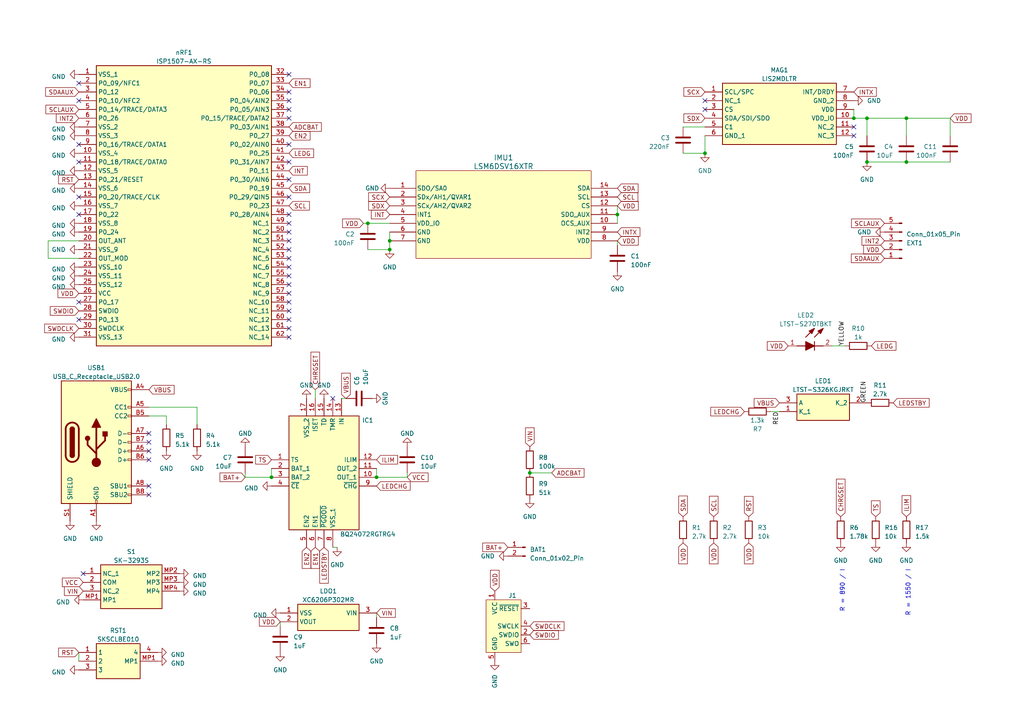
<source format=kicad_sch>
(kicad_sch (version 20230121) (generator eeschema)

  (uuid 9f32135a-5fd3-40d8-8128-041ac6b980cf)

  (paper "A4")

  (lib_symbols
    (symbol "Connector:Conn_01x02_Pin" (pin_names (offset 1.016) hide) (in_bom yes) (on_board yes)
      (property "Reference" "J" (at 0 2.54 0)
        (effects (font (size 1.27 1.27)))
      )
      (property "Value" "Conn_01x02_Pin" (at 0 -5.08 0)
        (effects (font (size 1.27 1.27)))
      )
      (property "Footprint" "" (at 0 0 0)
        (effects (font (size 1.27 1.27)) hide)
      )
      (property "Datasheet" "~" (at 0 0 0)
        (effects (font (size 1.27 1.27)) hide)
      )
      (property "ki_locked" "" (at 0 0 0)
        (effects (font (size 1.27 1.27)))
      )
      (property "ki_keywords" "connector" (at 0 0 0)
        (effects (font (size 1.27 1.27)) hide)
      )
      (property "ki_description" "Generic connector, single row, 01x02, script generated" (at 0 0 0)
        (effects (font (size 1.27 1.27)) hide)
      )
      (property "ki_fp_filters" "Connector*:*_1x??_*" (at 0 0 0)
        (effects (font (size 1.27 1.27)) hide)
      )
      (symbol "Conn_01x02_Pin_1_1"
        (polyline
          (pts
            (xy 1.27 -2.54)
            (xy 0.8636 -2.54)
          )
          (stroke (width 0.1524) (type default))
          (fill (type none))
        )
        (polyline
          (pts
            (xy 1.27 0)
            (xy 0.8636 0)
          )
          (stroke (width 0.1524) (type default))
          (fill (type none))
        )
        (rectangle (start 0.8636 -2.413) (end 0 -2.667)
          (stroke (width 0.1524) (type default))
          (fill (type outline))
        )
        (rectangle (start 0.8636 0.127) (end 0 -0.127)
          (stroke (width 0.1524) (type default))
          (fill (type outline))
        )
        (pin passive line (at 5.08 0 180) (length 3.81)
          (name "Pin_1" (effects (font (size 1.27 1.27))))
          (number "1" (effects (font (size 1.27 1.27))))
        )
        (pin passive line (at 5.08 -2.54 180) (length 3.81)
          (name "Pin_2" (effects (font (size 1.27 1.27))))
          (number "2" (effects (font (size 1.27 1.27))))
        )
      )
    )
    (symbol "Connector:Conn_01x05_Pin" (pin_names (offset 1.016) hide) (in_bom yes) (on_board yes)
      (property "Reference" "J" (at 0 7.62 0)
        (effects (font (size 1.27 1.27)))
      )
      (property "Value" "Conn_01x05_Pin" (at 0 -7.62 0)
        (effects (font (size 1.27 1.27)))
      )
      (property "Footprint" "" (at 0 0 0)
        (effects (font (size 1.27 1.27)) hide)
      )
      (property "Datasheet" "~" (at 0 0 0)
        (effects (font (size 1.27 1.27)) hide)
      )
      (property "ki_locked" "" (at 0 0 0)
        (effects (font (size 1.27 1.27)))
      )
      (property "ki_keywords" "connector" (at 0 0 0)
        (effects (font (size 1.27 1.27)) hide)
      )
      (property "ki_description" "Generic connector, single row, 01x05, script generated" (at 0 0 0)
        (effects (font (size 1.27 1.27)) hide)
      )
      (property "ki_fp_filters" "Connector*:*_1x??_*" (at 0 0 0)
        (effects (font (size 1.27 1.27)) hide)
      )
      (symbol "Conn_01x05_Pin_1_1"
        (polyline
          (pts
            (xy 1.27 -5.08)
            (xy 0.8636 -5.08)
          )
          (stroke (width 0.1524) (type default))
          (fill (type none))
        )
        (polyline
          (pts
            (xy 1.27 -2.54)
            (xy 0.8636 -2.54)
          )
          (stroke (width 0.1524) (type default))
          (fill (type none))
        )
        (polyline
          (pts
            (xy 1.27 0)
            (xy 0.8636 0)
          )
          (stroke (width 0.1524) (type default))
          (fill (type none))
        )
        (polyline
          (pts
            (xy 1.27 2.54)
            (xy 0.8636 2.54)
          )
          (stroke (width 0.1524) (type default))
          (fill (type none))
        )
        (polyline
          (pts
            (xy 1.27 5.08)
            (xy 0.8636 5.08)
          )
          (stroke (width 0.1524) (type default))
          (fill (type none))
        )
        (rectangle (start 0.8636 -4.953) (end 0 -5.207)
          (stroke (width 0.1524) (type default))
          (fill (type outline))
        )
        (rectangle (start 0.8636 -2.413) (end 0 -2.667)
          (stroke (width 0.1524) (type default))
          (fill (type outline))
        )
        (rectangle (start 0.8636 0.127) (end 0 -0.127)
          (stroke (width 0.1524) (type default))
          (fill (type outline))
        )
        (rectangle (start 0.8636 2.667) (end 0 2.413)
          (stroke (width 0.1524) (type default))
          (fill (type outline))
        )
        (rectangle (start 0.8636 5.207) (end 0 4.953)
          (stroke (width 0.1524) (type default))
          (fill (type outline))
        )
        (pin passive line (at 5.08 5.08 180) (length 3.81)
          (name "Pin_1" (effects (font (size 1.27 1.27))))
          (number "1" (effects (font (size 1.27 1.27))))
        )
        (pin passive line (at 5.08 2.54 180) (length 3.81)
          (name "Pin_2" (effects (font (size 1.27 1.27))))
          (number "2" (effects (font (size 1.27 1.27))))
        )
        (pin passive line (at 5.08 0 180) (length 3.81)
          (name "Pin_3" (effects (font (size 1.27 1.27))))
          (number "3" (effects (font (size 1.27 1.27))))
        )
        (pin passive line (at 5.08 -2.54 180) (length 3.81)
          (name "Pin_4" (effects (font (size 1.27 1.27))))
          (number "4" (effects (font (size 1.27 1.27))))
        )
        (pin passive line (at 5.08 -5.08 180) (length 3.81)
          (name "Pin_5" (effects (font (size 1.27 1.27))))
          (number "5" (effects (font (size 1.27 1.27))))
        )
      )
    )
    (symbol "Connector:Conn_ARM_SWD_TagConnect_TC2030-NL" (in_bom no) (on_board yes)
      (property "Reference" "J" (at 2.54 11.43 0)
        (effects (font (size 1.27 1.27)))
      )
      (property "Value" "Conn_ARM_SWD_TagConnect_TC2030-NL" (at 2.54 8.89 0)
        (effects (font (size 1.27 1.27)))
      )
      (property "Footprint" "Connector:Tag-Connect_TC2030-IDC-NL_2x03_P1.27mm_Vertical" (at 0 -17.78 0)
        (effects (font (size 1.27 1.27)) hide)
      )
      (property "Datasheet" "https://www.tag-connect.com/wp-content/uploads/bsk-pdf-manager/TC2030-CTX_1.pdf" (at 0 -15.24 0)
        (effects (font (size 1.27 1.27)) hide)
      )
      (property "ki_keywords" "Cortex Debug Connector ARM SWD JTAG" (at 0 0 0)
        (effects (font (size 1.27 1.27)) hide)
      )
      (property "ki_description" "Tag-Connect ARM Cortex SWD JTAG connector, 6 pin, no legs" (at 0 0 0)
        (effects (font (size 1.27 1.27)) hide)
      )
      (property "ki_fp_filters" "*TC2030*" (at 0 0 0)
        (effects (font (size 1.27 1.27)) hide)
      )
      (symbol "Conn_ARM_SWD_TagConnect_TC2030-NL_0_0"
        (pin power_in line (at -2.54 10.16 270) (length 2.54)
          (name "VCC" (effects (font (size 1.27 1.27))))
          (number "1" (effects (font (size 1.27 1.27))))
        )
        (pin bidirectional line (at 7.62 -2.54 180) (length 2.54)
          (name "SWDIO" (effects (font (size 1.27 1.27))))
          (number "2" (effects (font (size 1.27 1.27))))
          (alternate "TMS" bidirectional line)
        )
        (pin open_collector line (at 7.62 5.08 180) (length 2.54)
          (name "~{RESET}" (effects (font (size 1.27 1.27))))
          (number "3" (effects (font (size 1.27 1.27))))
        )
        (pin output line (at 7.62 0 180) (length 2.54)
          (name "SWCLK" (effects (font (size 1.27 1.27))))
          (number "4" (effects (font (size 1.27 1.27))))
          (alternate "TCK" output line)
        )
        (pin power_in line (at -2.54 -10.16 90) (length 2.54)
          (name "GND" (effects (font (size 1.27 1.27))))
          (number "5" (effects (font (size 1.27 1.27))))
        )
        (pin input line (at 7.62 -5.08 180) (length 2.54)
          (name "SWO" (effects (font (size 1.27 1.27))))
          (number "6" (effects (font (size 1.27 1.27))))
          (alternate "TDO" input line)
        )
      )
      (symbol "Conn_ARM_SWD_TagConnect_TC2030-NL_0_1"
        (rectangle (start -5.08 7.62) (end 5.08 -7.62)
          (stroke (width 0) (type default))
          (fill (type background))
        )
      )
    )
    (symbol "Connector:USB_C_Receptacle_USB2.0" (pin_names (offset 1.016)) (in_bom yes) (on_board yes)
      (property "Reference" "J" (at -10.16 19.05 0)
        (effects (font (size 1.27 1.27)) (justify left))
      )
      (property "Value" "USB_C_Receptacle_USB2.0" (at 19.05 19.05 0)
        (effects (font (size 1.27 1.27)) (justify right))
      )
      (property "Footprint" "" (at 3.81 0 0)
        (effects (font (size 1.27 1.27)) hide)
      )
      (property "Datasheet" "https://www.usb.org/sites/default/files/documents/usb_type-c.zip" (at 3.81 0 0)
        (effects (font (size 1.27 1.27)) hide)
      )
      (property "ki_keywords" "usb universal serial bus type-C USB2.0" (at 0 0 0)
        (effects (font (size 1.27 1.27)) hide)
      )
      (property "ki_description" "USB 2.0-only Type-C Receptacle connector" (at 0 0 0)
        (effects (font (size 1.27 1.27)) hide)
      )
      (property "ki_fp_filters" "USB*C*Receptacle*" (at 0 0 0)
        (effects (font (size 1.27 1.27)) hide)
      )
      (symbol "USB_C_Receptacle_USB2.0_0_0"
        (rectangle (start -0.254 -17.78) (end 0.254 -16.764)
          (stroke (width 0) (type default))
          (fill (type none))
        )
        (rectangle (start 10.16 -14.986) (end 9.144 -15.494)
          (stroke (width 0) (type default))
          (fill (type none))
        )
        (rectangle (start 10.16 -12.446) (end 9.144 -12.954)
          (stroke (width 0) (type default))
          (fill (type none))
        )
        (rectangle (start 10.16 -4.826) (end 9.144 -5.334)
          (stroke (width 0) (type default))
          (fill (type none))
        )
        (rectangle (start 10.16 -2.286) (end 9.144 -2.794)
          (stroke (width 0) (type default))
          (fill (type none))
        )
        (rectangle (start 10.16 0.254) (end 9.144 -0.254)
          (stroke (width 0) (type default))
          (fill (type none))
        )
        (rectangle (start 10.16 2.794) (end 9.144 2.286)
          (stroke (width 0) (type default))
          (fill (type none))
        )
        (rectangle (start 10.16 7.874) (end 9.144 7.366)
          (stroke (width 0) (type default))
          (fill (type none))
        )
        (rectangle (start 10.16 10.414) (end 9.144 9.906)
          (stroke (width 0) (type default))
          (fill (type none))
        )
        (rectangle (start 10.16 15.494) (end 9.144 14.986)
          (stroke (width 0) (type default))
          (fill (type none))
        )
      )
      (symbol "USB_C_Receptacle_USB2.0_0_1"
        (rectangle (start -10.16 17.78) (end 10.16 -17.78)
          (stroke (width 0.254) (type default))
          (fill (type background))
        )
        (arc (start -8.89 -3.81) (mid -6.985 -5.7067) (end -5.08 -3.81)
          (stroke (width 0.508) (type default))
          (fill (type none))
        )
        (arc (start -7.62 -3.81) (mid -6.985 -4.4423) (end -6.35 -3.81)
          (stroke (width 0.254) (type default))
          (fill (type none))
        )
        (arc (start -7.62 -3.81) (mid -6.985 -4.4423) (end -6.35 -3.81)
          (stroke (width 0.254) (type default))
          (fill (type outline))
        )
        (rectangle (start -7.62 -3.81) (end -6.35 3.81)
          (stroke (width 0.254) (type default))
          (fill (type outline))
        )
        (arc (start -6.35 3.81) (mid -6.985 4.4423) (end -7.62 3.81)
          (stroke (width 0.254) (type default))
          (fill (type none))
        )
        (arc (start -6.35 3.81) (mid -6.985 4.4423) (end -7.62 3.81)
          (stroke (width 0.254) (type default))
          (fill (type outline))
        )
        (arc (start -5.08 3.81) (mid -6.985 5.7067) (end -8.89 3.81)
          (stroke (width 0.508) (type default))
          (fill (type none))
        )
        (circle (center -2.54 1.143) (radius 0.635)
          (stroke (width 0.254) (type default))
          (fill (type outline))
        )
        (circle (center 0 -5.842) (radius 1.27)
          (stroke (width 0) (type default))
          (fill (type outline))
        )
        (polyline
          (pts
            (xy -8.89 -3.81)
            (xy -8.89 3.81)
          )
          (stroke (width 0.508) (type default))
          (fill (type none))
        )
        (polyline
          (pts
            (xy -5.08 3.81)
            (xy -5.08 -3.81)
          )
          (stroke (width 0.508) (type default))
          (fill (type none))
        )
        (polyline
          (pts
            (xy 0 -5.842)
            (xy 0 4.318)
          )
          (stroke (width 0.508) (type default))
          (fill (type none))
        )
        (polyline
          (pts
            (xy 0 -3.302)
            (xy -2.54 -0.762)
            (xy -2.54 0.508)
          )
          (stroke (width 0.508) (type default))
          (fill (type none))
        )
        (polyline
          (pts
            (xy 0 -2.032)
            (xy 2.54 0.508)
            (xy 2.54 1.778)
          )
          (stroke (width 0.508) (type default))
          (fill (type none))
        )
        (polyline
          (pts
            (xy -1.27 4.318)
            (xy 0 6.858)
            (xy 1.27 4.318)
            (xy -1.27 4.318)
          )
          (stroke (width 0.254) (type default))
          (fill (type outline))
        )
        (rectangle (start 1.905 1.778) (end 3.175 3.048)
          (stroke (width 0.254) (type default))
          (fill (type outline))
        )
      )
      (symbol "USB_C_Receptacle_USB2.0_1_1"
        (pin passive line (at 0 -22.86 90) (length 5.08)
          (name "GND" (effects (font (size 1.27 1.27))))
          (number "A1" (effects (font (size 1.27 1.27))))
        )
        (pin passive line (at 0 -22.86 90) (length 5.08) hide
          (name "GND" (effects (font (size 1.27 1.27))))
          (number "A12" (effects (font (size 1.27 1.27))))
        )
        (pin passive line (at 15.24 15.24 180) (length 5.08)
          (name "VBUS" (effects (font (size 1.27 1.27))))
          (number "A4" (effects (font (size 1.27 1.27))))
        )
        (pin bidirectional line (at 15.24 10.16 180) (length 5.08)
          (name "CC1" (effects (font (size 1.27 1.27))))
          (number "A5" (effects (font (size 1.27 1.27))))
        )
        (pin bidirectional line (at 15.24 -2.54 180) (length 5.08)
          (name "D+" (effects (font (size 1.27 1.27))))
          (number "A6" (effects (font (size 1.27 1.27))))
        )
        (pin bidirectional line (at 15.24 2.54 180) (length 5.08)
          (name "D-" (effects (font (size 1.27 1.27))))
          (number "A7" (effects (font (size 1.27 1.27))))
        )
        (pin bidirectional line (at 15.24 -12.7 180) (length 5.08)
          (name "SBU1" (effects (font (size 1.27 1.27))))
          (number "A8" (effects (font (size 1.27 1.27))))
        )
        (pin passive line (at 15.24 15.24 180) (length 5.08) hide
          (name "VBUS" (effects (font (size 1.27 1.27))))
          (number "A9" (effects (font (size 1.27 1.27))))
        )
        (pin passive line (at 0 -22.86 90) (length 5.08) hide
          (name "GND" (effects (font (size 1.27 1.27))))
          (number "B1" (effects (font (size 1.27 1.27))))
        )
        (pin passive line (at 0 -22.86 90) (length 5.08) hide
          (name "GND" (effects (font (size 1.27 1.27))))
          (number "B12" (effects (font (size 1.27 1.27))))
        )
        (pin passive line (at 15.24 15.24 180) (length 5.08) hide
          (name "VBUS" (effects (font (size 1.27 1.27))))
          (number "B4" (effects (font (size 1.27 1.27))))
        )
        (pin bidirectional line (at 15.24 7.62 180) (length 5.08)
          (name "CC2" (effects (font (size 1.27 1.27))))
          (number "B5" (effects (font (size 1.27 1.27))))
        )
        (pin bidirectional line (at 15.24 -5.08 180) (length 5.08)
          (name "D+" (effects (font (size 1.27 1.27))))
          (number "B6" (effects (font (size 1.27 1.27))))
        )
        (pin bidirectional line (at 15.24 0 180) (length 5.08)
          (name "D-" (effects (font (size 1.27 1.27))))
          (number "B7" (effects (font (size 1.27 1.27))))
        )
        (pin bidirectional line (at 15.24 -15.24 180) (length 5.08)
          (name "SBU2" (effects (font (size 1.27 1.27))))
          (number "B8" (effects (font (size 1.27 1.27))))
        )
        (pin passive line (at 15.24 15.24 180) (length 5.08) hide
          (name "VBUS" (effects (font (size 1.27 1.27))))
          (number "B9" (effects (font (size 1.27 1.27))))
        )
        (pin passive line (at -7.62 -22.86 90) (length 5.08)
          (name "SHIELD" (effects (font (size 1.27 1.27))))
          (number "S1" (effects (font (size 1.27 1.27))))
        )
      )
    )
    (symbol "Device:C" (pin_numbers hide) (pin_names (offset 0.254)) (in_bom yes) (on_board yes)
      (property "Reference" "C" (at 0.635 2.54 0)
        (effects (font (size 1.27 1.27)) (justify left))
      )
      (property "Value" "C" (at 0.635 -2.54 0)
        (effects (font (size 1.27 1.27)) (justify left))
      )
      (property "Footprint" "" (at 0.9652 -3.81 0)
        (effects (font (size 1.27 1.27)) hide)
      )
      (property "Datasheet" "~" (at 0 0 0)
        (effects (font (size 1.27 1.27)) hide)
      )
      (property "ki_keywords" "cap capacitor" (at 0 0 0)
        (effects (font (size 1.27 1.27)) hide)
      )
      (property "ki_description" "Unpolarized capacitor" (at 0 0 0)
        (effects (font (size 1.27 1.27)) hide)
      )
      (property "ki_fp_filters" "C_*" (at 0 0 0)
        (effects (font (size 1.27 1.27)) hide)
      )
      (symbol "C_0_1"
        (polyline
          (pts
            (xy -2.032 -0.762)
            (xy 2.032 -0.762)
          )
          (stroke (width 0.508) (type default))
          (fill (type none))
        )
        (polyline
          (pts
            (xy -2.032 0.762)
            (xy 2.032 0.762)
          )
          (stroke (width 0.508) (type default))
          (fill (type none))
        )
      )
      (symbol "C_1_1"
        (pin passive line (at 0 3.81 270) (length 2.794)
          (name "~" (effects (font (size 1.27 1.27))))
          (number "1" (effects (font (size 1.27 1.27))))
        )
        (pin passive line (at 0 -3.81 90) (length 2.794)
          (name "~" (effects (font (size 1.27 1.27))))
          (number "2" (effects (font (size 1.27 1.27))))
        )
      )
    )
    (symbol "Device:R" (pin_numbers hide) (pin_names (offset 0)) (in_bom yes) (on_board yes)
      (property "Reference" "R" (at 2.032 0 90)
        (effects (font (size 1.27 1.27)))
      )
      (property "Value" "R" (at 0 0 90)
        (effects (font (size 1.27 1.27)))
      )
      (property "Footprint" "" (at -1.778 0 90)
        (effects (font (size 1.27 1.27)) hide)
      )
      (property "Datasheet" "~" (at 0 0 0)
        (effects (font (size 1.27 1.27)) hide)
      )
      (property "ki_keywords" "R res resistor" (at 0 0 0)
        (effects (font (size 1.27 1.27)) hide)
      )
      (property "ki_description" "Resistor" (at 0 0 0)
        (effects (font (size 1.27 1.27)) hide)
      )
      (property "ki_fp_filters" "R_*" (at 0 0 0)
        (effects (font (size 1.27 1.27)) hide)
      )
      (symbol "R_0_1"
        (rectangle (start -1.016 -2.54) (end 1.016 2.54)
          (stroke (width 0.254) (type default))
          (fill (type none))
        )
      )
      (symbol "R_1_1"
        (pin passive line (at 0 3.81 270) (length 1.27)
          (name "~" (effects (font (size 1.27 1.27))))
          (number "1" (effects (font (size 1.27 1.27))))
        )
        (pin passive line (at 0 -3.81 90) (length 1.27)
          (name "~" (effects (font (size 1.27 1.27))))
          (number "2" (effects (font (size 1.27 1.27))))
        )
      )
    )
    (symbol "LSM6DSV16X:LSM6DSV16XTR" (pin_names (offset 0.254)) (in_bom yes) (on_board yes)
      (property "Reference" "IMU" (at 0 17.78 0)
        (effects (font (size 1.524 1.524)))
      )
      (property "Value" "LSM6DSV16XTR" (at 0 15.24 0)
        (effects (font (size 1.524 1.524)))
      )
      (property "Footprint" "footprints:LGA14L_LSM6_STM" (at 0 24.13 0)
        (effects (font (size 1.27 1.27) italic) hide)
      )
      (property "Datasheet" "https://www.st.com/resource/en/datasheet/lsm6dsv16x.pdf" (at 1.27 21.59 0)
        (effects (font (size 1.27 1.27) italic) hide)
      )
      (property "ki_keywords" "LSM6DSV16XTR" (at 0 0 0)
        (effects (font (size 1.27 1.27)) hide)
      )
      (property "ki_fp_filters" "LGA14L_LSM6_STM LGA14L_LSM6_STM-M LGA14L_LSM6_STM-L" (at 0 0 0)
        (effects (font (size 1.27 1.27)) hide)
      )
      (symbol "LSM6DSV16XTR_0_1"
        (pin unspecified line (at -33.02 7.62 0) (length 7.62)
          (name "SDO/SA0" (effects (font (size 1.27 1.27))))
          (number "1" (effects (font (size 1.27 1.27))))
        )
        (pin unspecified line (at 33.02 -2.54 180) (length 7.62)
          (name "OCS_AUX" (effects (font (size 1.27 1.27))))
          (number "10" (effects (font (size 1.27 1.27))))
        )
        (pin unspecified line (at 33.02 0 180) (length 7.62)
          (name "SDO_AUX" (effects (font (size 1.27 1.27))))
          (number "11" (effects (font (size 1.27 1.27))))
        )
        (pin unspecified line (at 33.02 2.54 180) (length 7.62)
          (name "CS" (effects (font (size 1.27 1.27))))
          (number "12" (effects (font (size 1.27 1.27))))
        )
        (pin unspecified line (at 33.02 5.08 180) (length 7.62)
          (name "SCL" (effects (font (size 1.27 1.27))))
          (number "13" (effects (font (size 1.27 1.27))))
        )
        (pin unspecified line (at 33.02 7.62 180) (length 7.62)
          (name "SDA" (effects (font (size 1.27 1.27))))
          (number "14" (effects (font (size 1.27 1.27))))
        )
        (pin unspecified line (at -33.02 5.08 0) (length 7.62)
          (name "SDx/AH1/QVAR1" (effects (font (size 1.27 1.27))))
          (number "2" (effects (font (size 1.27 1.27))))
        )
        (pin unspecified line (at -33.02 2.54 0) (length 7.62)
          (name "SCx/AH2/QVAR2" (effects (font (size 1.27 1.27))))
          (number "3" (effects (font (size 1.27 1.27))))
        )
        (pin input line (at -33.02 0 0) (length 7.62)
          (name "INT1" (effects (font (size 1.27 1.27))))
          (number "4" (effects (font (size 1.27 1.27))))
        )
        (pin power_in line (at -33.02 -2.54 0) (length 7.62)
          (name "VDD_IO" (effects (font (size 1.27 1.27))))
          (number "5" (effects (font (size 1.27 1.27))))
        )
        (pin power_out line (at -33.02 -5.08 0) (length 7.62)
          (name "GND" (effects (font (size 1.27 1.27))))
          (number "6" (effects (font (size 1.27 1.27))))
        )
        (pin power_out line (at -33.02 -7.62 0) (length 7.62)
          (name "GND" (effects (font (size 1.27 1.27))))
          (number "7" (effects (font (size 1.27 1.27))))
        )
        (pin power_in line (at 33.02 -7.62 180) (length 7.62)
          (name "VDD" (effects (font (size 1.27 1.27))))
          (number "8" (effects (font (size 1.27 1.27))))
        )
        (pin input line (at 33.02 -5.08 180) (length 7.62)
          (name "INT2" (effects (font (size 1.27 1.27))))
          (number "9" (effects (font (size 1.27 1.27))))
        )
      )
      (symbol "LSM6DSV16XTR_1_1"
        (rectangle (start -25.4 12.7) (end 25.4 -12.7)
          (stroke (width 0) (type default))
          (fill (type background))
        )
      )
    )
    (symbol "SamacSys_Parts:BQ24072RGTRG4" (in_bom yes) (on_board yes)
      (property "Reference" "IC" (at 26.67 17.78 0)
        (effects (font (size 1.27 1.27)) (justify left top))
      )
      (property "Value" "BQ24072RGTRG4" (at 26.67 15.24 0)
        (effects (font (size 1.27 1.27)) (justify left top))
      )
      (property "Footprint" "QFN50P300X300X100-17N-D" (at 26.67 -84.76 0)
        (effects (font (size 1.27 1.27)) (justify left top) hide)
      )
      (property "Datasheet" "http://www.ti.com/lit/gpn/bq24072" (at 26.67 -184.76 0)
        (effects (font (size 1.27 1.27)) (justify left top) hide)
      )
      (property "Height" "1" (at 26.67 -384.76 0)
        (effects (font (size 1.27 1.27)) (justify left top) hide)
      )
      (property "Manufacturer_Name" "Texas Instruments" (at 26.67 -484.76 0)
        (effects (font (size 1.27 1.27)) (justify left top) hide)
      )
      (property "Manufacturer_Part_Number" "BQ24072RGTRG4" (at 26.67 -584.76 0)
        (effects (font (size 1.27 1.27)) (justify left top) hide)
      )
      (property "Mouser Part Number" "" (at 26.67 -684.76 0)
        (effects (font (size 1.27 1.27)) (justify left top) hide)
      )
      (property "Mouser Price/Stock" "" (at 26.67 -784.76 0)
        (effects (font (size 1.27 1.27)) (justify left top) hide)
      )
      (property "Arrow Part Number" "" (at 26.67 -884.76 0)
        (effects (font (size 1.27 1.27)) (justify left top) hide)
      )
      (property "Arrow Price/Stock" "" (at 26.67 -984.76 0)
        (effects (font (size 1.27 1.27)) (justify left top) hide)
      )
      (property "ki_description" "IC LI-ION CHARGE MGMT 16-QFN" (at 0 0 0)
        (effects (font (size 1.27 1.27)) hide)
      )
      (symbol "BQ24072RGTRG4_1_1"
        (rectangle (start 5.08 12.7) (end 25.4 -20.32)
          (stroke (width 0.254) (type default))
          (fill (type background))
        )
        (pin passive line (at 0 0 0) (length 5.08)
          (name "TS" (effects (font (size 1.27 1.27))))
          (number "1" (effects (font (size 1.27 1.27))))
        )
        (pin passive line (at 30.48 -5.08 180) (length 5.08)
          (name "OUT_1" (effects (font (size 1.27 1.27))))
          (number "10" (effects (font (size 1.27 1.27))))
        )
        (pin passive line (at 30.48 -2.54 180) (length 5.08)
          (name "OUT_2" (effects (font (size 1.27 1.27))))
          (number "11" (effects (font (size 1.27 1.27))))
        )
        (pin passive line (at 30.48 0 180) (length 5.08)
          (name "ILIM" (effects (font (size 1.27 1.27))))
          (number "12" (effects (font (size 1.27 1.27))))
        )
        (pin passive line (at 20.32 17.78 270) (length 5.08)
          (name "IN" (effects (font (size 1.27 1.27))))
          (number "13" (effects (font (size 1.27 1.27))))
        )
        (pin passive line (at 17.78 17.78 270) (length 5.08)
          (name "TMR" (effects (font (size 1.27 1.27))))
          (number "14" (effects (font (size 1.27 1.27))))
        )
        (pin passive line (at 15.24 17.78 270) (length 5.08)
          (name "TD" (effects (font (size 1.27 1.27))))
          (number "15" (effects (font (size 1.27 1.27))))
        )
        (pin passive line (at 12.7 17.78 270) (length 5.08)
          (name "ISET" (effects (font (size 1.27 1.27))))
          (number "16" (effects (font (size 1.27 1.27))))
        )
        (pin passive line (at 10.16 17.78 270) (length 5.08)
          (name "VSS_2" (effects (font (size 1.27 1.27))))
          (number "17" (effects (font (size 1.27 1.27))))
        )
        (pin passive line (at 0 -2.54 0) (length 5.08)
          (name "BAT_1" (effects (font (size 1.27 1.27))))
          (number "2" (effects (font (size 1.27 1.27))))
        )
        (pin passive line (at 0 -5.08 0) (length 5.08)
          (name "BAT_2" (effects (font (size 1.27 1.27))))
          (number "3" (effects (font (size 1.27 1.27))))
        )
        (pin passive line (at 0 -7.62 0) (length 5.08)
          (name "~{CE}" (effects (font (size 1.27 1.27))))
          (number "4" (effects (font (size 1.27 1.27))))
        )
        (pin passive line (at 10.16 -25.4 90) (length 5.08)
          (name "EN2" (effects (font (size 1.27 1.27))))
          (number "5" (effects (font (size 1.27 1.27))))
        )
        (pin passive line (at 12.7 -25.4 90) (length 5.08)
          (name "EN1" (effects (font (size 1.27 1.27))))
          (number "6" (effects (font (size 1.27 1.27))))
        )
        (pin passive line (at 15.24 -25.4 90) (length 5.08)
          (name "~{PGOOD}" (effects (font (size 1.27 1.27))))
          (number "7" (effects (font (size 1.27 1.27))))
        )
        (pin passive line (at 17.78 -25.4 90) (length 5.08)
          (name "VSS_1" (effects (font (size 1.27 1.27))))
          (number "8" (effects (font (size 1.27 1.27))))
        )
        (pin passive line (at 30.48 -7.62 180) (length 5.08)
          (name "~{CHG}" (effects (font (size 1.27 1.27))))
          (number "9" (effects (font (size 1.27 1.27))))
        )
      )
    )
    (symbol "SamacSys_Parts:ISP1507-AX-RS" (in_bom yes) (on_board yes)
      (property "Reference" "IC" (at 57.15 7.62 0)
        (effects (font (size 1.27 1.27)) (justify left top))
      )
      (property "Value" "ISP1507-AX-RS" (at 57.15 5.08 0)
        (effects (font (size 1.27 1.27)) (justify left top))
      )
      (property "Footprint" "ISP1507AXRS" (at 57.15 -94.92 0)
        (effects (font (size 1.27 1.27)) (justify left top) hide)
      )
      (property "Datasheet" "https://www.mouser.com/datasheet/2/889/isp_ble_DS1507-1221980.pdf" (at 57.15 -194.92 0)
        (effects (font (size 1.27 1.27)) (justify left top) hide)
      )
      (property "Height" "5" (at 57.15 -394.92 0)
        (effects (font (size 1.27 1.27)) (justify left top) hide)
      )
      (property "Manufacturer_Name" "Insight SIP" (at 57.15 -494.92 0)
        (effects (font (size 1.27 1.27)) (justify left top) hide)
      )
      (property "Manufacturer_Part_Number" "ISP1507-AX-RS" (at 57.15 -594.92 0)
        (effects (font (size 1.27 1.27)) (justify left top) hide)
      )
      (property "Mouser Part Number" "359-ISP1507-AX-RS" (at 57.15 -694.92 0)
        (effects (font (size 1.27 1.27)) (justify left top) hide)
      )
      (property "Mouser Price/Stock" "https://www.mouser.co.uk/ProductDetail/Insight-SiP/ISP1507-AX-RS?qs=wd5RIQLrsJgv7KmXryj2YA%3D%3D" (at 57.15 -794.92 0)
        (effects (font (size 1.27 1.27)) (justify left top) hide)
      )
      (property "Arrow Part Number" "" (at 57.15 -894.92 0)
        (effects (font (size 1.27 1.27)) (justify left top) hide)
      )
      (property "Arrow Price/Stock" "" (at 57.15 -994.92 0)
        (effects (font (size 1.27 1.27)) (justify left top) hide)
      )
      (property "ki_description" "Bluetooth Modules (802.15.1) ISP1507-AX BLE Module with Antenna 512 K Flash/ 64 K Ram - Reel of 500 units" (at 0 0 0)
        (effects (font (size 1.27 1.27)) hide)
      )
      (symbol "ISP1507-AX-RS_1_1"
        (rectangle (start 5.08 2.54) (end 55.88 -78.74)
          (stroke (width 0.254) (type default))
          (fill (type background))
        )
        (pin passive line (at 0 0 0) (length 5.08)
          (name "VSS_1" (effects (font (size 1.27 1.27))))
          (number "1" (effects (font (size 1.27 1.27))))
        )
        (pin passive line (at 0 -22.86 0) (length 5.08)
          (name "VSS_4" (effects (font (size 1.27 1.27))))
          (number "10" (effects (font (size 1.27 1.27))))
        )
        (pin passive line (at 0 -25.4 0) (length 5.08)
          (name "P0_18/TRACE/DATA0" (effects (font (size 1.27 1.27))))
          (number "11" (effects (font (size 1.27 1.27))))
        )
        (pin passive line (at 0 -27.94 0) (length 5.08)
          (name "VSS_5" (effects (font (size 1.27 1.27))))
          (number "12" (effects (font (size 1.27 1.27))))
        )
        (pin passive line (at 0 -30.48 0) (length 5.08)
          (name "P0_21/RESET" (effects (font (size 1.27 1.27))))
          (number "13" (effects (font (size 1.27 1.27))))
        )
        (pin passive line (at 0 -33.02 0) (length 5.08)
          (name "VSS_6" (effects (font (size 1.27 1.27))))
          (number "14" (effects (font (size 1.27 1.27))))
        )
        (pin passive line (at 0 -35.56 0) (length 5.08)
          (name "P0_20/TRACE/CLK" (effects (font (size 1.27 1.27))))
          (number "15" (effects (font (size 1.27 1.27))))
        )
        (pin passive line (at 0 -38.1 0) (length 5.08)
          (name "VSS_7" (effects (font (size 1.27 1.27))))
          (number "16" (effects (font (size 1.27 1.27))))
        )
        (pin passive line (at 0 -40.64 0) (length 5.08)
          (name "P0_22" (effects (font (size 1.27 1.27))))
          (number "17" (effects (font (size 1.27 1.27))))
        )
        (pin passive line (at 0 -43.18 0) (length 5.08)
          (name "VSS_8" (effects (font (size 1.27 1.27))))
          (number "18" (effects (font (size 1.27 1.27))))
        )
        (pin passive line (at 0 -45.72 0) (length 5.08)
          (name "P0_24" (effects (font (size 1.27 1.27))))
          (number "19" (effects (font (size 1.27 1.27))))
        )
        (pin passive line (at 0 -2.54 0) (length 5.08)
          (name "P0_09/NFC1" (effects (font (size 1.27 1.27))))
          (number "2" (effects (font (size 1.27 1.27))))
        )
        (pin passive line (at 0 -48.26 0) (length 5.08)
          (name "OUT_ANT" (effects (font (size 1.27 1.27))))
          (number "20" (effects (font (size 1.27 1.27))))
        )
        (pin passive line (at 0 -50.8 0) (length 5.08)
          (name "VSS_9" (effects (font (size 1.27 1.27))))
          (number "21" (effects (font (size 1.27 1.27))))
        )
        (pin passive line (at 0 -53.34 0) (length 5.08)
          (name "OUT_MOD" (effects (font (size 1.27 1.27))))
          (number "22" (effects (font (size 1.27 1.27))))
        )
        (pin passive line (at 0 -55.88 0) (length 5.08)
          (name "VSS_10" (effects (font (size 1.27 1.27))))
          (number "23" (effects (font (size 1.27 1.27))))
        )
        (pin passive line (at 0 -58.42 0) (length 5.08)
          (name "VSS_11" (effects (font (size 1.27 1.27))))
          (number "24" (effects (font (size 1.27 1.27))))
        )
        (pin passive line (at 0 -60.96 0) (length 5.08)
          (name "VSS_12" (effects (font (size 1.27 1.27))))
          (number "25" (effects (font (size 1.27 1.27))))
        )
        (pin passive line (at 0 -63.5 0) (length 5.08)
          (name "VCC" (effects (font (size 1.27 1.27))))
          (number "26" (effects (font (size 1.27 1.27))))
        )
        (pin passive line (at 0 -66.04 0) (length 5.08)
          (name "P0_17" (effects (font (size 1.27 1.27))))
          (number "27" (effects (font (size 1.27 1.27))))
        )
        (pin passive line (at 0 -68.58 0) (length 5.08)
          (name "SWDIO" (effects (font (size 1.27 1.27))))
          (number "28" (effects (font (size 1.27 1.27))))
        )
        (pin passive line (at 0 -71.12 0) (length 5.08)
          (name "P0_13" (effects (font (size 1.27 1.27))))
          (number "29" (effects (font (size 1.27 1.27))))
        )
        (pin passive line (at 0 -5.08 0) (length 5.08)
          (name "P0_12" (effects (font (size 1.27 1.27))))
          (number "3" (effects (font (size 1.27 1.27))))
        )
        (pin passive line (at 0 -73.66 0) (length 5.08)
          (name "SWDCLK" (effects (font (size 1.27 1.27))))
          (number "30" (effects (font (size 1.27 1.27))))
        )
        (pin passive line (at 0 -76.2 0) (length 5.08)
          (name "VSS_13" (effects (font (size 1.27 1.27))))
          (number "31" (effects (font (size 1.27 1.27))))
        )
        (pin passive line (at 60.96 0 180) (length 5.08)
          (name "P0_08" (effects (font (size 1.27 1.27))))
          (number "32" (effects (font (size 1.27 1.27))))
        )
        (pin passive line (at 60.96 -2.54 180) (length 5.08)
          (name "P0_07" (effects (font (size 1.27 1.27))))
          (number "33" (effects (font (size 1.27 1.27))))
        )
        (pin passive line (at 60.96 -5.08 180) (length 5.08)
          (name "P0_06" (effects (font (size 1.27 1.27))))
          (number "34" (effects (font (size 1.27 1.27))))
        )
        (pin passive line (at 60.96 -7.62 180) (length 5.08)
          (name "P0_04/AIN2" (effects (font (size 1.27 1.27))))
          (number "35" (effects (font (size 1.27 1.27))))
        )
        (pin passive line (at 60.96 -10.16 180) (length 5.08)
          (name "P0_05/AIN3" (effects (font (size 1.27 1.27))))
          (number "36" (effects (font (size 1.27 1.27))))
        )
        (pin passive line (at 60.96 -12.7 180) (length 5.08)
          (name "P0_15/TRACE/DATA2" (effects (font (size 1.27 1.27))))
          (number "37" (effects (font (size 1.27 1.27))))
        )
        (pin passive line (at 60.96 -15.24 180) (length 5.08)
          (name "P0_03/AIN1" (effects (font (size 1.27 1.27))))
          (number "38" (effects (font (size 1.27 1.27))))
        )
        (pin passive line (at 60.96 -17.78 180) (length 5.08)
          (name "P0_27" (effects (font (size 1.27 1.27))))
          (number "39" (effects (font (size 1.27 1.27))))
        )
        (pin passive line (at 0 -7.62 0) (length 5.08)
          (name "P0_10/NFC2" (effects (font (size 1.27 1.27))))
          (number "4" (effects (font (size 1.27 1.27))))
        )
        (pin passive line (at 60.96 -20.32 180) (length 5.08)
          (name "P0_02/AIN0" (effects (font (size 1.27 1.27))))
          (number "40" (effects (font (size 1.27 1.27))))
        )
        (pin passive line (at 60.96 -22.86 180) (length 5.08)
          (name "P0_25" (effects (font (size 1.27 1.27))))
          (number "41" (effects (font (size 1.27 1.27))))
        )
        (pin passive line (at 60.96 -25.4 180) (length 5.08)
          (name "P0_31/AIN7" (effects (font (size 1.27 1.27))))
          (number "42" (effects (font (size 1.27 1.27))))
        )
        (pin passive line (at 60.96 -27.94 180) (length 5.08)
          (name "P0_11" (effects (font (size 1.27 1.27))))
          (number "43" (effects (font (size 1.27 1.27))))
        )
        (pin passive line (at 60.96 -30.48 180) (length 5.08)
          (name "P0_30/AIN6" (effects (font (size 1.27 1.27))))
          (number "44" (effects (font (size 1.27 1.27))))
        )
        (pin passive line (at 60.96 -33.02 180) (length 5.08)
          (name "P0_19" (effects (font (size 1.27 1.27))))
          (number "45" (effects (font (size 1.27 1.27))))
        )
        (pin passive line (at 60.96 -35.56 180) (length 5.08)
          (name "P0_29/QIN5" (effects (font (size 1.27 1.27))))
          (number "46" (effects (font (size 1.27 1.27))))
        )
        (pin passive line (at 60.96 -38.1 180) (length 5.08)
          (name "P0_23" (effects (font (size 1.27 1.27))))
          (number "47" (effects (font (size 1.27 1.27))))
        )
        (pin passive line (at 60.96 -40.64 180) (length 5.08)
          (name "P0_28/AIN4" (effects (font (size 1.27 1.27))))
          (number "48" (effects (font (size 1.27 1.27))))
        )
        (pin passive line (at 60.96 -43.18 180) (length 5.08)
          (name "NC_1" (effects (font (size 1.27 1.27))))
          (number "49" (effects (font (size 1.27 1.27))))
        )
        (pin passive line (at 0 -10.16 0) (length 5.08)
          (name "P0_14/TRACE/DATA3" (effects (font (size 1.27 1.27))))
          (number "5" (effects (font (size 1.27 1.27))))
        )
        (pin passive line (at 60.96 -45.72 180) (length 5.08)
          (name "NC_2" (effects (font (size 1.27 1.27))))
          (number "50" (effects (font (size 1.27 1.27))))
        )
        (pin passive line (at 60.96 -48.26 180) (length 5.08)
          (name "NC_3" (effects (font (size 1.27 1.27))))
          (number "51" (effects (font (size 1.27 1.27))))
        )
        (pin passive line (at 60.96 -50.8 180) (length 5.08)
          (name "NC_4" (effects (font (size 1.27 1.27))))
          (number "52" (effects (font (size 1.27 1.27))))
        )
        (pin passive line (at 60.96 -53.34 180) (length 5.08)
          (name "NC_5" (effects (font (size 1.27 1.27))))
          (number "53" (effects (font (size 1.27 1.27))))
        )
        (pin passive line (at 60.96 -55.88 180) (length 5.08)
          (name "NC_6" (effects (font (size 1.27 1.27))))
          (number "54" (effects (font (size 1.27 1.27))))
        )
        (pin passive line (at 60.96 -58.42 180) (length 5.08)
          (name "NC_7" (effects (font (size 1.27 1.27))))
          (number "55" (effects (font (size 1.27 1.27))))
        )
        (pin passive line (at 60.96 -60.96 180) (length 5.08)
          (name "NC_8" (effects (font (size 1.27 1.27))))
          (number "56" (effects (font (size 1.27 1.27))))
        )
        (pin passive line (at 60.96 -63.5 180) (length 5.08)
          (name "NC_9" (effects (font (size 1.27 1.27))))
          (number "57" (effects (font (size 1.27 1.27))))
        )
        (pin passive line (at 60.96 -66.04 180) (length 5.08)
          (name "NC_10" (effects (font (size 1.27 1.27))))
          (number "58" (effects (font (size 1.27 1.27))))
        )
        (pin passive line (at 60.96 -68.58 180) (length 5.08)
          (name "NC_11" (effects (font (size 1.27 1.27))))
          (number "59" (effects (font (size 1.27 1.27))))
        )
        (pin passive line (at 0 -12.7 0) (length 5.08)
          (name "P0_26" (effects (font (size 1.27 1.27))))
          (number "6" (effects (font (size 1.27 1.27))))
        )
        (pin passive line (at 60.96 -71.12 180) (length 5.08)
          (name "NC_12" (effects (font (size 1.27 1.27))))
          (number "60" (effects (font (size 1.27 1.27))))
        )
        (pin passive line (at 60.96 -73.66 180) (length 5.08)
          (name "NC_13" (effects (font (size 1.27 1.27))))
          (number "61" (effects (font (size 1.27 1.27))))
        )
        (pin passive line (at 60.96 -76.2 180) (length 5.08)
          (name "NC_14" (effects (font (size 1.27 1.27))))
          (number "62" (effects (font (size 1.27 1.27))))
        )
        (pin passive line (at 0 -15.24 0) (length 5.08)
          (name "VSS_2" (effects (font (size 1.27 1.27))))
          (number "7" (effects (font (size 1.27 1.27))))
        )
        (pin passive line (at 0 -17.78 0) (length 5.08)
          (name "VSS_3" (effects (font (size 1.27 1.27))))
          (number "8" (effects (font (size 1.27 1.27))))
        )
        (pin passive line (at 0 -20.32 0) (length 5.08)
          (name "P0_16/TRACE/DATA1" (effects (font (size 1.27 1.27))))
          (number "9" (effects (font (size 1.27 1.27))))
        )
      )
    )
    (symbol "SamacSys_Parts:LIS2MDLTR" (in_bom yes) (on_board yes)
      (property "Reference" "IC" (at 39.37 7.62 0)
        (effects (font (size 1.27 1.27)) (justify left top))
      )
      (property "Value" "LIS2MDLTR" (at 39.37 5.08 0)
        (effects (font (size 1.27 1.27)) (justify left top))
      )
      (property "Footprint" "LGA-12" (at 39.37 -94.92 0)
        (effects (font (size 1.27 1.27)) (justify left top) hide)
      )
      (property "Datasheet" "http://www.st.com/content/ccc/resource/technical/document/datasheet/group3/29/13/d1/e0/9a/4d/4f/30/DM00395193/files/DM00395193.pdf/jcr:content/translations/en.DM00395193.pdf" (at 39.37 -194.92 0)
        (effects (font (size 1.27 1.27)) (justify left top) hide)
      )
      (property "Height" "" (at 39.37 -394.92 0)
        (effects (font (size 1.27 1.27)) (justify left top) hide)
      )
      (property "Manufacturer_Name" "STMicroelectronics" (at 39.37 -494.92 0)
        (effects (font (size 1.27 1.27)) (justify left top) hide)
      )
      (property "Manufacturer_Part_Number" "LIS2MDLTR" (at 39.37 -594.92 0)
        (effects (font (size 1.27 1.27)) (justify left top) hide)
      )
      (property "Mouser Part Number" "511-LIS2MDLTR" (at 39.37 -694.92 0)
        (effects (font (size 1.27 1.27)) (justify left top) hide)
      )
      (property "Mouser Price/Stock" "https://www.mouser.co.uk/ProductDetail/STMicroelectronics/LIS2MDLTR?qs=5aG0NVq1C4wS0n6b5NiBNQ%3D%3D" (at 39.37 -794.92 0)
        (effects (font (size 1.27 1.27)) (justify left top) hide)
      )
      (property "Arrow Part Number" "LIS2MDLTR" (at 39.37 -894.92 0)
        (effects (font (size 1.27 1.27)) (justify left top) hide)
      )
      (property "Arrow Price/Stock" "https://www.arrow.com/en/products/lis2mdltr/stmicroelectronics?region=nac" (at 39.37 -994.92 0)
        (effects (font (size 1.27 1.27)) (justify left top) hide)
      )
      (property "ki_description" "Board Mount Hall Effect / Magnetic Sensors" (at 0 0 0)
        (effects (font (size 1.27 1.27)) hide)
      )
      (symbol "LIS2MDLTR_1_1"
        (rectangle (start 5.08 2.54) (end 38.1 -15.24)
          (stroke (width 0.254) (type default))
          (fill (type background))
        )
        (pin passive line (at 0 0 0) (length 5.08)
          (name "SCL/SPC" (effects (font (size 1.27 1.27))))
          (number "1" (effects (font (size 1.27 1.27))))
        )
        (pin passive line (at 43.18 -7.62 180) (length 5.08)
          (name "VDD_IO" (effects (font (size 1.27 1.27))))
          (number "10" (effects (font (size 1.27 1.27))))
        )
        (pin passive line (at 43.18 -10.16 180) (length 5.08)
          (name "NC_2" (effects (font (size 1.27 1.27))))
          (number "11" (effects (font (size 1.27 1.27))))
        )
        (pin passive line (at 43.18 -12.7 180) (length 5.08)
          (name "NC_3" (effects (font (size 1.27 1.27))))
          (number "12" (effects (font (size 1.27 1.27))))
        )
        (pin passive line (at 0 -2.54 0) (length 5.08)
          (name "NC_1" (effects (font (size 1.27 1.27))))
          (number "2" (effects (font (size 1.27 1.27))))
        )
        (pin passive line (at 0 -5.08 0) (length 5.08)
          (name "CS" (effects (font (size 1.27 1.27))))
          (number "3" (effects (font (size 1.27 1.27))))
        )
        (pin passive line (at 0 -7.62 0) (length 5.08)
          (name "SDA/SDI/SDO" (effects (font (size 1.27 1.27))))
          (number "4" (effects (font (size 1.27 1.27))))
        )
        (pin passive line (at 0 -10.16 0) (length 5.08)
          (name "C1" (effects (font (size 1.27 1.27))))
          (number "5" (effects (font (size 1.27 1.27))))
        )
        (pin passive line (at 0 -12.7 0) (length 5.08)
          (name "GND_1" (effects (font (size 1.27 1.27))))
          (number "6" (effects (font (size 1.27 1.27))))
        )
        (pin passive line (at 43.18 0 180) (length 5.08)
          (name "INT/DRDY" (effects (font (size 1.27 1.27))))
          (number "7" (effects (font (size 1.27 1.27))))
        )
        (pin passive line (at 43.18 -2.54 180) (length 5.08)
          (name "GND_2" (effects (font (size 1.27 1.27))))
          (number "8" (effects (font (size 1.27 1.27))))
        )
        (pin passive line (at 43.18 -5.08 180) (length 5.08)
          (name "VDD" (effects (font (size 1.27 1.27))))
          (number "9" (effects (font (size 1.27 1.27))))
        )
      )
    )
    (symbol "SamacSys_Parts:LTST-S270TBKT" (pin_names hide) (in_bom yes) (on_board yes)
      (property "Reference" "LED" (at -2.54 8.89 0)
        (effects (font (size 1.27 1.27)) (justify left bottom))
      )
      (property "Value" "LTST-S270TBKT" (at -2.54 6.35 0)
        (effects (font (size 1.27 1.27)) (justify left bottom))
      )
      (property "Footprint" "LTSTS270TBKT" (at 12.7 -93.65 0)
        (effects (font (size 1.27 1.27)) (justify left bottom) hide)
      )
      (property "Datasheet" "https://datasheet.lcsc.com/lcsc/1810231514_Lite-On-LTST-S270TBKT_C125115.pdf" (at 12.7 -193.65 0)
        (effects (font (size 1.27 1.27)) (justify left bottom) hide)
      )
      (property "Height" "1.15" (at 12.7 -393.65 0)
        (effects (font (size 1.27 1.27)) (justify left bottom) hide)
      )
      (property "Manufacturer_Name" "Lite-On" (at 12.7 -493.65 0)
        (effects (font (size 1.27 1.27)) (justify left bottom) hide)
      )
      (property "Manufacturer_Part_Number" "LTST-S270TBKT" (at 12.7 -593.65 0)
        (effects (font (size 1.27 1.27)) (justify left bottom) hide)
      )
      (property "Mouser Part Number" "859-LTST-S270TBKT" (at 12.7 -693.65 0)
        (effects (font (size 1.27 1.27)) (justify left bottom) hide)
      )
      (property "Mouser Price/Stock" "https://www.mouser.co.uk/ProductDetail/Lite-On/LTST-S270TBKT?qs=U9dbYxUc11kp%252B2CFdlnT4w%3D%3D" (at 12.7 -793.65 0)
        (effects (font (size 1.27 1.27)) (justify left bottom) hide)
      )
      (property "Arrow Part Number" "LTST-S270TBKT" (at 12.7 -893.65 0)
        (effects (font (size 1.27 1.27)) (justify left bottom) hide)
      )
      (property "Arrow Price/Stock" "https://www.arrow.com/en/products/ltst-s270tbkt/lite-on-technology?region=nac" (at 12.7 -993.65 0)
        (effects (font (size 1.27 1.27)) (justify left bottom) hide)
      )
      (property "ki_description" "Standard LEDs - SMD Blue Clear 470nm" (at 0 0 0)
        (effects (font (size 1.27 1.27)) hide)
      )
      (symbol "LTST-S270TBKT_1_1"
        (polyline
          (pts
            (xy 2.54 0)
            (xy 5.08 0)
          )
          (stroke (width 0.254) (type default))
          (fill (type none))
        )
        (polyline
          (pts
            (xy 5.08 1.27)
            (xy 5.08 -1.27)
          )
          (stroke (width 0.254) (type default))
          (fill (type none))
        )
        (polyline
          (pts
            (xy 5.08 2.54)
            (xy 2.54 5.08)
          )
          (stroke (width 0.254) (type default))
          (fill (type none))
        )
        (polyline
          (pts
            (xy 7.62 0)
            (xy 10.16 0)
          )
          (stroke (width 0.254) (type default))
          (fill (type none))
        )
        (polyline
          (pts
            (xy 7.62 2.54)
            (xy 5.08 5.08)
          )
          (stroke (width 0.254) (type default))
          (fill (type none))
        )
        (polyline
          (pts
            (xy 4.064 4.318)
            (xy 3.302 3.556)
            (xy 2.54 5.08)
            (xy 4.064 4.318)
          )
          (stroke (width 0.254) (type default))
          (fill (type outline))
        )
        (polyline
          (pts
            (xy 5.08 0)
            (xy 7.62 1.27)
            (xy 7.62 -1.27)
            (xy 5.08 0)
          )
          (stroke (width 0.254) (type default))
          (fill (type outline))
        )
        (polyline
          (pts
            (xy 6.604 4.318)
            (xy 5.842 3.556)
            (xy 5.08 5.08)
            (xy 6.604 4.318)
          )
          (stroke (width 0.254) (type default))
          (fill (type outline))
        )
        (pin passive line (at 12.7 0 180) (length 2.54)
          (name "A" (effects (font (size 1.27 1.27))))
          (number "1" (effects (font (size 1.27 1.27))))
        )
        (pin passive line (at 0 0 0) (length 2.54)
          (name "K" (effects (font (size 1.27 1.27))))
          (number "2" (effects (font (size 1.27 1.27))))
        )
      )
    )
    (symbol "SamacSys_Parts:LTST-S326KGJRKT" (in_bom yes) (on_board yes)
      (property "Reference" "LED" (at 21.59 7.62 0)
        (effects (font (size 1.27 1.27)) (justify left top))
      )
      (property "Value" "LTST-S326KGJRKT" (at 21.59 5.08 0)
        (effects (font (size 1.27 1.27)) (justify left top))
      )
      (property "Footprint" "LTST-S326KGJRKT" (at 21.59 -94.92 0)
        (effects (font (size 1.27 1.27)) (justify left top) hide)
      )
      (property "Datasheet" "https://datasheet.lcsc.com/lcsc/1811021514_Lite-On-LTST-S326KGJRKT_C125116.pdf" (at 21.59 -194.92 0)
        (effects (font (size 1.27 1.27)) (justify left top) hide)
      )
      (property "Height" "" (at 21.59 -394.92 0)
        (effects (font (size 1.27 1.27)) (justify left top) hide)
      )
      (property "Manufacturer_Name" "Lite-On" (at 21.59 -494.92 0)
        (effects (font (size 1.27 1.27)) (justify left top) hide)
      )
      (property "Manufacturer_Part_Number" "LTST-S326KGJRKT" (at 21.59 -594.92 0)
        (effects (font (size 1.27 1.27)) (justify left top) hide)
      )
      (property "Mouser Part Number" "859-LTST-S326KGJRKT" (at 21.59 -694.92 0)
        (effects (font (size 1.27 1.27)) (justify left top) hide)
      )
      (property "Mouser Price/Stock" "https://www.mouser.co.uk/ProductDetail/Lite-On/LTST-S326KGJRKT?qs=sXYjIdLHthxXAK%252B5bY%252BGww%3D%3D" (at 21.59 -794.92 0)
        (effects (font (size 1.27 1.27)) (justify left top) hide)
      )
      (property "Arrow Part Number" "LTST-S326KGJRKT" (at 21.59 -894.92 0)
        (effects (font (size 1.27 1.27)) (justify left top) hide)
      )
      (property "Arrow Price/Stock" "https://www.arrow.com/en/products/ltst-s326kgjrkt/lite-on-technology?region=nac" (at 21.59 -994.92 0)
        (effects (font (size 1.27 1.27)) (justify left top) hide)
      )
      (property "ki_description" "Lite-On 571 / 631 nm Bi-colour Green & Red LED, 3-Pin Chip LED SMD package" (at 0 0 0)
        (effects (font (size 1.27 1.27)) hide)
      )
      (symbol "LTST-S326KGJRKT_1_1"
        (rectangle (start 5.08 2.54) (end 20.32 -5.08)
          (stroke (width 0.254) (type default))
          (fill (type background))
        )
        (pin passive line (at 25.4 -2.54 180) (length 5.08)
          (name "K_1" (effects (font (size 1.27 1.27))))
          (number "1" (effects (font (size 1.27 1.27))))
        )
        (pin passive line (at 0 0 0) (length 5.08)
          (name "K_2" (effects (font (size 1.27 1.27))))
          (number "2" (effects (font (size 1.27 1.27))))
        )
        (pin passive line (at 25.4 0 180) (length 5.08)
          (name "A" (effects (font (size 1.27 1.27))))
          (number "3" (effects (font (size 1.27 1.27))))
        )
      )
    )
    (symbol "SamacSys_Parts:SK-3293S" (in_bom yes) (on_board yes)
      (property "Reference" "S" (at 24.13 7.62 0)
        (effects (font (size 1.27 1.27)) (justify left top))
      )
      (property "Value" "SK-3293S" (at 24.13 5.08 0)
        (effects (font (size 1.27 1.27)) (justify left top))
      )
      (property "Footprint" "SK3293S" (at 24.13 -94.92 0)
        (effects (font (size 1.27 1.27)) (justify left top) hide)
      )
      (property "Datasheet" "https://datasheet.lcsc.com/lcsc/2110111230_XKB-Connectivity-SK-3293S_C466006.pdf" (at 24.13 -194.92 0)
        (effects (font (size 1.27 1.27)) (justify left top) hide)
      )
      (property "Height" "1.5" (at 24.13 -394.92 0)
        (effects (font (size 1.27 1.27)) (justify left top) hide)
      )
      (property "Manufacturer_Name" "XKB Connectivity" (at 24.13 -494.92 0)
        (effects (font (size 1.27 1.27)) (justify left top) hide)
      )
      (property "Manufacturer_Part_Number" "SK-3293S" (at 24.13 -594.92 0)
        (effects (font (size 1.27 1.27)) (justify left top) hide)
      )
      (property "Mouser Part Number" "" (at 24.13 -694.92 0)
        (effects (font (size 1.27 1.27)) (justify left top) hide)
      )
      (property "Mouser Price/Stock" "" (at 24.13 -794.92 0)
        (effects (font (size 1.27 1.27)) (justify left top) hide)
      )
      (property "Arrow Part Number" "" (at 24.13 -894.92 0)
        (effects (font (size 1.27 1.27)) (justify left top) hide)
      )
      (property "Arrow Price/Stock" "" (at 24.13 -994.92 0)
        (effects (font (size 1.27 1.27)) (justify left top) hide)
      )
      (property "ki_description" "Toggle switch, side stick two gears, single row of high temperature salt fog resistance for 24 hours,5x2.75x1.4, white handle height 1.4mm" (at 0 0 0)
        (effects (font (size 1.27 1.27)) hide)
      )
      (symbol "SK-3293S_1_1"
        (rectangle (start 5.08 2.54) (end 22.86 -10.16)
          (stroke (width 0.254) (type default))
          (fill (type background))
        )
        (pin passive line (at 0 0 0) (length 5.08)
          (name "NC_1" (effects (font (size 1.27 1.27))))
          (number "1" (effects (font (size 1.27 1.27))))
        )
        (pin passive line (at 0 -2.54 0) (length 5.08)
          (name "COM" (effects (font (size 1.27 1.27))))
          (number "2" (effects (font (size 1.27 1.27))))
        )
        (pin passive line (at 0 -5.08 0) (length 5.08)
          (name "NC_2" (effects (font (size 1.27 1.27))))
          (number "3" (effects (font (size 1.27 1.27))))
        )
        (pin passive line (at 0 -7.62 0) (length 5.08)
          (name "MP1" (effects (font (size 1.27 1.27))))
          (number "MP1" (effects (font (size 1.27 1.27))))
        )
        (pin passive line (at 27.94 0 180) (length 5.08)
          (name "MP2" (effects (font (size 1.27 1.27))))
          (number "MP2" (effects (font (size 1.27 1.27))))
        )
        (pin passive line (at 27.94 -2.54 180) (length 5.08)
          (name "MP3" (effects (font (size 1.27 1.27))))
          (number "MP3" (effects (font (size 1.27 1.27))))
        )
        (pin passive line (at 27.94 -5.08 180) (length 5.08)
          (name "MP4" (effects (font (size 1.27 1.27))))
          (number "MP4" (effects (font (size 1.27 1.27))))
        )
      )
    )
    (symbol "SamacSys_Parts:SKSCLBE010" (in_bom yes) (on_board yes)
      (property "Reference" "S" (at 19.05 7.62 0)
        (effects (font (size 1.27 1.27)) (justify left top))
      )
      (property "Value" "SKSCLBE010" (at 19.05 5.08 0)
        (effects (font (size 1.27 1.27)) (justify left top))
      )
      (property "Footprint" "SKSCLBE010" (at 19.05 -94.92 0)
        (effects (font (size 1.27 1.27)) (justify left top) hide)
      )
      (property "Datasheet" "https://componentsearchengine.com/Datasheets/1/SKSCLBE010.pdf" (at 19.05 -194.92 0)
        (effects (font (size 1.27 1.27)) (justify left top) hide)
      )
      (property "Height" "1.25" (at 19.05 -394.92 0)
        (effects (font (size 1.27 1.27)) (justify left top) hide)
      )
      (property "Manufacturer_Name" "ALPS Electric" (at 19.05 -494.92 0)
        (effects (font (size 1.27 1.27)) (justify left top) hide)
      )
      (property "Manufacturer_Part_Number" "SKSCLBE010" (at 19.05 -594.92 0)
        (effects (font (size 1.27 1.27)) (justify left top) hide)
      )
      (property "Mouser Part Number" "688-SKSCLBE010" (at 19.05 -694.92 0)
        (effects (font (size 1.27 1.27)) (justify left top) hide)
      )
      (property "Mouser Price/Stock" "https://www.mouser.co.uk/ProductDetail/ALPS/SKSCLBE010?qs=6EGMNY9ZYDT6N%2FMswqpjmw%3D%3D" (at 19.05 -794.92 0)
        (effects (font (size 1.27 1.27)) (justify left top) hide)
      )
      (property "Arrow Part Number" "" (at 19.05 -894.92 0)
        (effects (font (size 1.27 1.27)) (justify left top) hide)
      )
      (property "Arrow Price/Stock" "" (at 19.05 -994.92 0)
        (effects (font (size 1.27 1.27)) (justify left top) hide)
      )
      (property "ki_description" "Black Button Tactile Switch, SPST-NO 50 mA 0.65mm Surface Mount" (at 0 0 0)
        (effects (font (size 1.27 1.27)) hide)
      )
      (symbol "SKSCLBE010_1_1"
        (rectangle (start 5.08 2.54) (end 17.78 -7.62)
          (stroke (width 0.254) (type default))
          (fill (type background))
        )
        (pin passive line (at 0 0 0) (length 5.08)
          (name "1" (effects (font (size 1.27 1.27))))
          (number "1" (effects (font (size 1.27 1.27))))
        )
        (pin passive line (at 0 -2.54 0) (length 5.08)
          (name "2" (effects (font (size 1.27 1.27))))
          (number "2" (effects (font (size 1.27 1.27))))
        )
        (pin passive line (at 0 -5.08 0) (length 5.08)
          (name "3" (effects (font (size 1.27 1.27))))
          (number "3" (effects (font (size 1.27 1.27))))
        )
        (pin passive line (at 22.86 0 180) (length 5.08)
          (name "4" (effects (font (size 1.27 1.27))))
          (number "4" (effects (font (size 1.27 1.27))))
        )
        (pin passive line (at 22.86 -2.54 180) (length 5.08)
          (name "MP1" (effects (font (size 1.27 1.27))))
          (number "MP1" (effects (font (size 1.27 1.27))))
        )
      )
    )
    (symbol "SamacSys_Parts:XC6206P302MR" (in_bom yes) (on_board yes)
      (property "Reference" "U" (at 24.13 7.62 0)
        (effects (font (size 1.27 1.27)) (justify left top))
      )
      (property "Value" "XC6206P302MR" (at 24.13 5.08 0)
        (effects (font (size 1.27 1.27)) (justify left top))
      )
      (property "Footprint" "SOT95P280X130-3N" (at 24.13 -94.92 0)
        (effects (font (size 1.27 1.27)) (justify left top) hide)
      )
      (property "Datasheet" "http://www.farnell.com/datasheets/2012663.pdf" (at 24.13 -194.92 0)
        (effects (font (size 1.27 1.27)) (justify left top) hide)
      )
      (property "Height" "1.3" (at 24.13 -394.92 0)
        (effects (font (size 1.27 1.27)) (justify left top) hide)
      )
      (property "Manufacturer_Name" "Torex" (at 24.13 -494.92 0)
        (effects (font (size 1.27 1.27)) (justify left top) hide)
      )
      (property "Manufacturer_Part_Number" "XC6206P302MR" (at 24.13 -594.92 0)
        (effects (font (size 1.27 1.27)) (justify left top) hide)
      )
      (property "Mouser Part Number" "N/A" (at 24.13 -694.92 0)
        (effects (font (size 1.27 1.27)) (justify left top) hide)
      )
      (property "Mouser Price/Stock" "https://www.mouser.co.uk/ProductDetail/Torex-Semiconductor/XC6206P302MR?qs=TiOZkKH1s2RcO7vKsJTotg%3D%3D" (at 24.13 -794.92 0)
        (effects (font (size 1.27 1.27)) (justify left top) hide)
      )
      (property "Arrow Part Number" "" (at 24.13 -894.92 0)
        (effects (font (size 1.27 1.27)) (justify left top) hide)
      )
      (property "Arrow Price/Stock" "" (at 24.13 -994.92 0)
        (effects (font (size 1.27 1.27)) (justify left top) hide)
      )
      (property "ki_description" "TOREX - XC6206P302MR - V REG LDO 0.25A 3V, SMD, SOT-23-3" (at 0 0 0)
        (effects (font (size 1.27 1.27)) hide)
      )
      (symbol "XC6206P302MR_1_1"
        (rectangle (start 5.08 2.54) (end 22.86 -5.08)
          (stroke (width 0.254) (type default))
          (fill (type background))
        )
        (pin passive line (at 0 0 0) (length 5.08)
          (name "VSS" (effects (font (size 1.27 1.27))))
          (number "1" (effects (font (size 1.27 1.27))))
        )
        (pin passive line (at 0 -2.54 0) (length 5.08)
          (name "VOUT" (effects (font (size 1.27 1.27))))
          (number "2" (effects (font (size 1.27 1.27))))
        )
        (pin passive line (at 27.94 0 180) (length 5.08)
          (name "VIN" (effects (font (size 1.27 1.27))))
          (number "3" (effects (font (size 1.27 1.27))))
        )
      )
    )
    (symbol "power:GND" (power) (pin_names (offset 0)) (in_bom yes) (on_board yes)
      (property "Reference" "#PWR" (at 0 -6.35 0)
        (effects (font (size 1.27 1.27)) hide)
      )
      (property "Value" "GND" (at 0 -3.81 0)
        (effects (font (size 1.27 1.27)))
      )
      (property "Footprint" "" (at 0 0 0)
        (effects (font (size 1.27 1.27)) hide)
      )
      (property "Datasheet" "" (at 0 0 0)
        (effects (font (size 1.27 1.27)) hide)
      )
      (property "ki_keywords" "global power" (at 0 0 0)
        (effects (font (size 1.27 1.27)) hide)
      )
      (property "ki_description" "Power symbol creates a global label with name \"GND\" , ground" (at 0 0 0)
        (effects (font (size 1.27 1.27)) hide)
      )
      (symbol "GND_0_1"
        (polyline
          (pts
            (xy 0 0)
            (xy 0 -1.27)
            (xy 1.27 -1.27)
            (xy 0 -2.54)
            (xy -1.27 -1.27)
            (xy 0 -1.27)
          )
          (stroke (width 0) (type default))
          (fill (type none))
        )
      )
      (symbol "GND_1_1"
        (pin power_in line (at 0 0 270) (length 0) hide
          (name "GND" (effects (font (size 1.27 1.27))))
          (number "1" (effects (font (size 1.27 1.27))))
        )
      )
    )
  )

  (junction (at 262.89 46.99) (diameter 0) (color 0 0 0 0)
    (uuid 0a103f6e-9eab-46cf-ba46-36d218a49267)
  )
  (junction (at 113.03 72.39) (diameter 0) (color 0 0 0 0)
    (uuid 0f4c2c97-5b31-4089-832f-fa08900c2a0f)
  )
  (junction (at 78.74 138.43) (diameter 0) (color 0 0 0 0)
    (uuid 39fc6cf9-4446-4399-80b6-bf0134ecbc46)
  )
  (junction (at 179.07 62.23) (diameter 0) (color 0 0 0 0)
    (uuid 5577551d-6157-4c01-91ed-479196431373)
  )
  (junction (at 251.46 46.99) (diameter 0) (color 0 0 0 0)
    (uuid 56cd9ecc-67ca-425d-962b-37f19cd4b390)
  )
  (junction (at 247.65 34.29) (diameter 0) (color 0 0 0 0)
    (uuid 700092c9-5dfc-4020-ab6a-97e143aacaf2)
  )
  (junction (at 113.03 69.85) (diameter 0) (color 0 0 0 0)
    (uuid 774718e7-8d0b-4708-a15a-1ca9e1ce33f5)
  )
  (junction (at 204.47 44.45) (diameter 0) (color 0 0 0 0)
    (uuid 8e41b6da-b10b-4e1f-96e1-402e34b1504c)
  )
  (junction (at 251.46 34.29) (diameter 0) (color 0 0 0 0)
    (uuid 8f6dae8f-4295-4765-b577-96d602aecff9)
  )
  (junction (at 106.68 64.77) (diameter 0) (color 0 0 0 0)
    (uuid c85d7832-0024-4df1-9f3c-693cdfa5e18e)
  )
  (junction (at 262.89 34.29) (diameter 0) (color 0 0 0 0)
    (uuid ca4f671d-7cfb-4e84-9005-41b0e8ef5ea3)
  )
  (junction (at 153.67 137.16) (diameter 0) (color 0 0 0 0)
    (uuid e55fcf69-92c1-4b3f-89b6-5e72737668fc)
  )
  (junction (at 109.22 138.43) (diameter 0) (color 0 0 0 0)
    (uuid efc58cd6-0baa-49a2-b7f5-22e32ce2ce08)
  )

  (no_connect (at 22.86 41.91) (uuid 0c427b87-3a3a-412d-9656-e733b0ae783a))
  (no_connect (at 43.18 125.73) (uuid 0d4e7913-912f-498e-943a-7a21b9db6b70))
  (no_connect (at 83.82 69.85) (uuid 0f8970c1-4821-42e3-8d55-4d4ec8f54028))
  (no_connect (at 22.86 29.21) (uuid 1ec53440-2d02-4d4a-9028-9cc15a3f8b40))
  (no_connect (at 43.18 143.51) (uuid 2900df4c-12cb-441e-bf38-377ffab86c30))
  (no_connect (at 83.82 64.77) (uuid 29b9c7ef-e3bf-4483-a9fa-807bfae4658c))
  (no_connect (at 204.47 31.75) (uuid 2f895293-d4a0-432a-82c3-4a37775b04b1))
  (no_connect (at 22.86 87.63) (uuid 34220ab4-370a-4999-abd0-5ca2edc895ef))
  (no_connect (at 83.82 95.25) (uuid 36199751-9be4-459d-9c1c-2e3b05a157df))
  (no_connect (at 83.82 87.63) (uuid 3a5ea19f-1734-429f-a8a2-dff643cf9204))
  (no_connect (at 22.86 92.71) (uuid 3e8743a3-2fa7-4ea2-b267-28c8b333c34e))
  (no_connect (at 24.13 166.37) (uuid 3ebf76fe-265f-41d2-83ec-e2baf52f8648))
  (no_connect (at 83.82 62.23) (uuid 3ee2cabd-86a1-4f67-98d1-64af5e6947b0))
  (no_connect (at 204.47 29.21) (uuid 3f4fd1a9-bb00-460e-9d60-2590d06e1f89))
  (no_connect (at 43.18 130.81) (uuid 405fd17e-e69c-498a-8280-ff6842e91481))
  (no_connect (at 83.82 21.59) (uuid 4406281e-eb7e-4025-9d66-e6a5e3f44034))
  (no_connect (at 83.82 90.17) (uuid 48d9a062-583f-44b2-a1f2-ea04bb8e9d55))
  (no_connect (at 83.82 46.99) (uuid 5c51c028-aef6-40d7-bfe3-7b046d77df6d))
  (no_connect (at 83.82 34.29) (uuid 71d1e635-1f27-44a1-ab30-22775386cc00))
  (no_connect (at 83.82 80.01) (uuid 72dc4a3f-dfaf-4931-92bf-5e6db92fb0ec))
  (no_connect (at 83.82 77.47) (uuid 7d27c709-56d7-42a3-b558-d8a75a961fcf))
  (no_connect (at 83.82 26.67) (uuid 8025417e-d51a-422c-be69-18db6bd72836))
  (no_connect (at 83.82 57.15) (uuid 833877a9-7b21-456c-8b72-536f9999787b))
  (no_connect (at 83.82 72.39) (uuid 84ba20f7-6808-47a5-888d-9338f5914cc9))
  (no_connect (at 83.82 85.09) (uuid 87e4ebb2-9874-4586-baad-c53f9c03f82a))
  (no_connect (at 96.52 115.57) (uuid 8b94b233-519e-433a-83b3-34efa928baf9))
  (no_connect (at 247.65 39.37) (uuid 8bd4bcb8-32ab-47a2-a661-41efb2363571))
  (no_connect (at 83.82 29.21) (uuid 8d6d6009-3ae4-4a99-9955-897ff75ba41f))
  (no_connect (at 83.82 67.31) (uuid 91eae059-2e62-43e2-9f48-d2240501d232))
  (no_connect (at 22.86 46.99) (uuid 92223ba2-aa38-4618-9e86-a7dfd27b22dd))
  (no_connect (at 83.82 82.55) (uuid 9628ff6c-4ed7-4bab-8cb9-e83ad4e43eee))
  (no_connect (at 83.82 92.71) (uuid 9e1b071b-5100-4fe4-b86d-a55ec337a3dd))
  (no_connect (at 22.86 24.13) (uuid b9130410-53d0-4dc5-9d45-e7e88bc9f9f7))
  (no_connect (at 83.82 52.07) (uuid b9518515-d384-4460-9d99-f0cdfa3eb622))
  (no_connect (at 43.18 128.27) (uuid be6f2dc1-c8e6-43e0-9bb2-5a690c9bae13))
  (no_connect (at 43.18 133.35) (uuid ca9f048e-a2b1-44e1-98b1-7dfca59d163d))
  (no_connect (at 83.82 74.93) (uuid cb5804e4-e024-4f8f-80fe-200bec999dcd))
  (no_connect (at 22.86 62.23) (uuid d489a568-0977-4e5b-9b54-f8435f1cc46f))
  (no_connect (at 43.18 140.97) (uuid e3fca9d1-7f15-47e4-9bf3-26a206d9279f))
  (no_connect (at 83.82 41.91) (uuid e692d067-9b89-4330-9001-54e72a8b7f1a))
  (no_connect (at 83.82 31.75) (uuid e6e34365-3e49-465b-853d-cdbf3a4ac472))
  (no_connect (at 83.82 97.79) (uuid f032f784-7bdf-4dfe-b15c-182c7156dbcf))
  (no_connect (at 247.65 36.83) (uuid f7062513-3d88-42aa-abb1-c115bb9c5ce3))
  (no_connect (at 22.86 57.15) (uuid fcb2df04-480c-4c64-bf7e-a91b7c6c8914))

  (wire (pts (xy 245.11 100.33) (xy 241.3 100.33))
    (stroke (width 0) (type default))
    (uuid 0463df8a-2ec9-451c-87b0-cbc32eba913a)
  )
  (wire (pts (xy 275.59 34.29) (xy 275.59 39.37))
    (stroke (width 0) (type default))
    (uuid 08221a57-e2fb-4054-8cba-4f8a6324ebe5)
  )
  (wire (pts (xy 262.89 39.37) (xy 262.89 34.29))
    (stroke (width 0) (type default))
    (uuid 087979bd-61c3-4415-9611-785d439f99b0)
  )
  (wire (pts (xy 262.89 46.99) (xy 275.59 46.99))
    (stroke (width 0) (type default))
    (uuid 276363d2-1d8e-4913-99bc-f9447950bad1)
  )
  (wire (pts (xy 160.02 137.16) (xy 153.67 137.16))
    (stroke (width 0) (type default))
    (uuid 29482065-bdb4-4a8a-ab14-258a7451cfb0)
  )
  (wire (pts (xy 13.97 74.93) (xy 22.86 74.93))
    (stroke (width 0) (type default))
    (uuid 2dbeb4e8-efa9-43c0-9f18-f77c1bdcd64f)
  )
  (wire (pts (xy 106.68 64.77) (xy 113.03 64.77))
    (stroke (width 0) (type default))
    (uuid 35d9f499-e22f-445d-a611-ee15c756f70c)
  )
  (wire (pts (xy 223.52 119.38) (xy 226.06 119.38))
    (stroke (width 0) (type default))
    (uuid 3791d530-ad61-4242-b8df-7dbc86dad918)
  )
  (wire (pts (xy 109.22 179.07) (xy 109.22 177.8))
    (stroke (width 0) (type default))
    (uuid 44d25c1d-06b2-4b53-858c-efb18233e0d5)
  )
  (wire (pts (xy 22.86 69.85) (xy 13.97 69.85))
    (stroke (width 0) (type default))
    (uuid 46390c64-5742-4614-864e-97074f7b0da6)
  )
  (wire (pts (xy 251.46 39.37) (xy 251.46 34.29))
    (stroke (width 0) (type default))
    (uuid 47ed7e79-8492-44ae-8dd4-4d7503ccce67)
  )
  (wire (pts (xy 198.12 36.83) (xy 204.47 36.83))
    (stroke (width 0) (type default))
    (uuid 4b80b3d9-7e92-4f4e-a219-8d7516ad419f)
  )
  (wire (pts (xy 179.07 59.69) (xy 179.07 62.23))
    (stroke (width 0) (type default))
    (uuid 50135754-a372-484e-8ca3-fa143c08bf3e)
  )
  (wire (pts (xy 81.28 181.61) (xy 81.28 180.34))
    (stroke (width 0) (type default))
    (uuid 58980b2e-20a4-4a7e-a1c7-72adbd0392c3)
  )
  (wire (pts (xy 109.22 135.89) (xy 109.22 138.43))
    (stroke (width 0) (type default))
    (uuid 6f0da4a8-f843-4208-ba2c-c9387283c903)
  )
  (wire (pts (xy 113.03 67.31) (xy 113.03 69.85))
    (stroke (width 0) (type default))
    (uuid 728ab120-d6d7-475f-8ce6-6cb859ff28f0)
  )
  (wire (pts (xy 247.65 31.75) (xy 247.65 34.29))
    (stroke (width 0) (type default))
    (uuid 75d11184-1223-44f7-81ec-9bcb0fb2cbf0)
  )
  (wire (pts (xy 91.44 113.03) (xy 91.44 115.57))
    (stroke (width 0) (type default))
    (uuid 797d06cd-e589-4f13-a30d-d366ea77368b)
  )
  (wire (pts (xy 198.12 44.45) (xy 204.47 44.45))
    (stroke (width 0) (type default))
    (uuid 7c7b9eba-a4a2-4198-9e9d-5bbf9533443a)
  )
  (wire (pts (xy 179.07 71.12) (xy 179.07 69.85))
    (stroke (width 0) (type default))
    (uuid 7fd0141c-885e-48bd-972d-2e248d98385a)
  )
  (wire (pts (xy 251.46 34.29) (xy 262.89 34.29))
    (stroke (width 0) (type default))
    (uuid 8192de7f-d02d-4678-9ffc-8d227a854779)
  )
  (wire (pts (xy 247.65 34.29) (xy 251.46 34.29))
    (stroke (width 0) (type default))
    (uuid 83b61c36-b832-44aa-aeee-acdd0654c4a3)
  )
  (wire (pts (xy 78.74 135.89) (xy 78.74 138.43))
    (stroke (width 0) (type default))
    (uuid 8410be2b-c3a4-41d9-a8e5-b38597436973)
  )
  (wire (pts (xy 179.07 62.23) (xy 179.07 64.77))
    (stroke (width 0) (type default))
    (uuid 87c7c16b-e7a0-4cdb-be62-e71e96275d4d)
  )
  (wire (pts (xy 13.97 69.85) (xy 13.97 74.93))
    (stroke (width 0) (type default))
    (uuid 89ba29da-a980-40ed-a84a-74b46b9352e1)
  )
  (wire (pts (xy 105.41 64.77) (xy 106.68 64.77))
    (stroke (width 0) (type default))
    (uuid 8b7d1b8f-efc3-4d84-bcf8-a468f32555f8)
  )
  (wire (pts (xy 262.89 34.29) (xy 275.59 34.29))
    (stroke (width 0) (type default))
    (uuid 8c057482-2ef6-4f29-a74c-175c4f1378e8)
  )
  (wire (pts (xy 97.79 158.75) (xy 96.52 158.75))
    (stroke (width 0) (type default))
    (uuid 9857b966-20e1-42ee-85bf-fdc97cda036d)
  )
  (wire (pts (xy 57.15 118.11) (xy 57.15 123.19))
    (stroke (width 0) (type default))
    (uuid a41f0883-21c5-4dc5-b689-61a4c4f507e5)
  )
  (wire (pts (xy 113.03 72.39) (xy 113.03 69.85))
    (stroke (width 0) (type default))
    (uuid acf85a97-7110-4e3e-a198-a80d4e8fdeb1)
  )
  (wire (pts (xy 48.26 120.65) (xy 43.18 120.65))
    (stroke (width 0) (type default))
    (uuid beca8d80-8792-40f5-830d-9608dd9a6be1)
  )
  (wire (pts (xy 71.12 138.43) (xy 78.74 138.43))
    (stroke (width 0) (type default))
    (uuid bf2fec5c-0361-4e94-a9a5-de5b87026122)
  )
  (wire (pts (xy 99.06 115.57) (xy 100.33 115.57))
    (stroke (width 0) (type default))
    (uuid bf682301-c30d-44fb-91a7-defd899c10f6)
  )
  (wire (pts (xy 48.26 123.19) (xy 48.26 120.65))
    (stroke (width 0) (type default))
    (uuid c000d03d-4b7d-4155-8c01-ef7252625c41)
  )
  (wire (pts (xy 106.68 72.39) (xy 113.03 72.39))
    (stroke (width 0) (type default))
    (uuid c5d5d2a2-0dd0-45ae-91e2-4c580dc3369c)
  )
  (wire (pts (xy 71.12 137.16) (xy 71.12 138.43))
    (stroke (width 0) (type default))
    (uuid cb3bea7f-69ed-44fd-ad8c-7e95daa9b9a6)
  )
  (wire (pts (xy 22.86 189.23) (xy 22.86 191.77))
    (stroke (width 0) (type default))
    (uuid d6875f76-a6fd-44d3-9fe6-c1b811a5dfa1)
  )
  (wire (pts (xy 204.47 44.45) (xy 204.47 39.37))
    (stroke (width 0) (type default))
    (uuid d99857f2-83a0-4d31-821c-195824cacf2f)
  )
  (wire (pts (xy 118.11 138.43) (xy 109.22 138.43))
    (stroke (width 0) (type default))
    (uuid e0e3ba26-eb49-4dea-a5f3-4009065a7635)
  )
  (wire (pts (xy 118.11 137.16) (xy 118.11 138.43))
    (stroke (width 0) (type default))
    (uuid e7250952-b0d6-45ac-8784-43d8899f2816)
  )
  (wire (pts (xy 43.18 118.11) (xy 57.15 118.11))
    (stroke (width 0) (type default))
    (uuid eb55cacf-0ad9-4770-be1b-4e5f966fccd0)
  )
  (wire (pts (xy 251.46 46.99) (xy 262.89 46.99))
    (stroke (width 0) (type default))
    (uuid fa6378a6-9d2f-4048-834e-69bb14af9af8)
  )

  (text "R = 890 / I" (at 245.11 165.1 90)
    (effects (font (size 1.27 1.27)) (justify right bottom))
    (uuid 9247905e-7be5-4dfe-bd33-9ace8f3aa092)
  )
  (text "R = 1550 / I" (at 264.16 165.1 90)
    (effects (font (size 1.27 1.27)) (justify right bottom))
    (uuid afe52468-f98a-49e7-8b82-080d687ce325)
  )

  (label "RED" (at 226.06 119.38 270) (fields_autoplaced)
    (effects (font (size 1.27 1.27)) (justify right bottom))
    (uuid 337d6f3f-9280-4403-a7fa-ae9629f1e34b)
  )
  (label "GREEN" (at 251.46 116.84 90) (fields_autoplaced)
    (effects (font (size 1.27 1.27)) (justify left bottom))
    (uuid 5f0005ef-9fe9-4444-a1ef-6d4fd7d62b20)
  )
  (label "YELLOW" (at 245.11 100.33 90) (fields_autoplaced)
    (effects (font (size 1.27 1.27)) (justify left bottom))
    (uuid dfa020f4-611f-45e8-a508-6f922fd0b404)
  )

  (global_label "SWDIO" (shape input) (at 153.67 184.15 0) (fields_autoplaced)
    (effects (font (size 1.27 1.27)) (justify left))
    (uuid 043d04da-5cf9-49c1-80b6-de25d0b86d9c)
    (property "Intersheetrefs" "${INTERSHEET_REFS}" (at 162.442 184.15 0)
      (effects (font (size 1.27 1.27)) (justify left) hide)
    )
  )
  (global_label "SWDCLK" (shape input) (at 22.86 95.25 180) (fields_autoplaced)
    (effects (font (size 1.27 1.27)) (justify right))
    (uuid 0563e374-d3e5-4a66-81f3-e02730309745)
    (property "Intersheetrefs" "${INTERSHEET_REFS}" (at 12.4552 95.25 0)
      (effects (font (size 1.27 1.27)) (justify right) hide)
    )
  )
  (global_label "SCL" (shape input) (at 179.07 57.15 0) (fields_autoplaced)
    (effects (font (size 1.27 1.27)) (justify left))
    (uuid 0a32e83b-fefd-488d-8738-89cd14ee046b)
    (property "Intersheetrefs" "${INTERSHEET_REFS}" (at 185.4834 57.15 0)
      (effects (font (size 1.27 1.27)) (justify left) hide)
    )
  )
  (global_label "VBUS" (shape input) (at 226.06 116.84 180) (fields_autoplaced)
    (effects (font (size 1.27 1.27)) (justify right))
    (uuid 1276c095-f2a5-4797-81ec-288e0adc2c14)
    (property "Intersheetrefs" "${INTERSHEET_REFS}" (at 218.2556 116.84 0)
      (effects (font (size 1.27 1.27)) (justify right) hide)
    )
  )
  (global_label "VCC" (shape input) (at 24.13 168.91 180) (fields_autoplaced)
    (effects (font (size 1.27 1.27)) (justify right))
    (uuid 16bbb2d7-813b-4386-bada-f53244b66d59)
    (property "Intersheetrefs" "${INTERSHEET_REFS}" (at 17.5956 168.91 0)
      (effects (font (size 1.27 1.27)) (justify right) hide)
    )
  )
  (global_label "SDA" (shape input) (at 179.07 54.61 0) (fields_autoplaced)
    (effects (font (size 1.27 1.27)) (justify left))
    (uuid 17354cdd-b2bc-4c77-9c1c-5555d61f6ecc)
    (property "Intersheetrefs" "${INTERSHEET_REFS}" (at 185.5439 54.61 0)
      (effects (font (size 1.27 1.27)) (justify left) hide)
    )
  )
  (global_label "RST" (shape input) (at 22.86 189.23 180) (fields_autoplaced)
    (effects (font (size 1.27 1.27)) (justify right))
    (uuid 1a4b05a5-a302-44ca-b6b8-823fad692460)
    (property "Intersheetrefs" "${INTERSHEET_REFS}" (at 16.5071 189.23 0)
      (effects (font (size 1.27 1.27)) (justify right) hide)
    )
  )
  (global_label "SCX" (shape input) (at 113.03 57.15 180) (fields_autoplaced)
    (effects (font (size 1.27 1.27)) (justify right))
    (uuid 1b61794d-862d-424b-b750-446fef1ed00c)
    (property "Intersheetrefs" "${INTERSHEET_REFS}" (at 106.4352 57.15 0)
      (effects (font (size 1.27 1.27)) (justify right) hide)
    )
  )
  (global_label "SDX" (shape input) (at 204.47 34.29 180) (fields_autoplaced)
    (effects (font (size 1.27 1.27)) (justify right))
    (uuid 1f0ee2b7-3b2c-4988-8e36-536429b6a6c5)
    (property "Intersheetrefs" "${INTERSHEET_REFS}" (at 197.8752 34.29 0)
      (effects (font (size 1.27 1.27)) (justify right) hide)
    )
  )
  (global_label "INT2" (shape input) (at 22.86 34.29 180) (fields_autoplaced)
    (effects (font (size 1.27 1.27)) (justify right))
    (uuid 23dd0b21-3c5d-4bd8-8ea8-8d8c94e77d7a)
    (property "Intersheetrefs" "${INTERSHEET_REFS}" (at 15.8418 34.29 0)
      (effects (font (size 1.27 1.27)) (justify right) hide)
    )
  )
  (global_label "VDD" (shape input) (at 179.07 69.85 0) (fields_autoplaced)
    (effects (font (size 1.27 1.27)) (justify left))
    (uuid 2b0a01c3-424a-4aa3-afe5-f9c4f672dbbc)
    (property "Intersheetrefs" "${INTERSHEET_REFS}" (at 185.6044 69.85 0)
      (effects (font (size 1.27 1.27)) (justify left) hide)
    )
  )
  (global_label "SWDCLK" (shape input) (at 153.67 181.61 0) (fields_autoplaced)
    (effects (font (size 1.27 1.27)) (justify left))
    (uuid 2b380ee4-519e-45d1-ac4c-8363802e2612)
    (property "Intersheetrefs" "${INTERSHEET_REFS}" (at 164.0748 181.61 0)
      (effects (font (size 1.27 1.27)) (justify left) hide)
    )
  )
  (global_label "BAT+" (shape input) (at 147.32 158.75 180) (fields_autoplaced)
    (effects (font (size 1.27 1.27)) (justify right))
    (uuid 2c6dcb07-514b-43bd-81cd-d8943dc9e009)
    (property "Intersheetrefs" "${INTERSHEET_REFS}" (at 139.5156 158.75 0)
      (effects (font (size 1.27 1.27)) (justify right) hide)
    )
  )
  (global_label "INT" (shape input) (at 113.03 62.23 180) (fields_autoplaced)
    (effects (font (size 1.27 1.27)) (justify right))
    (uuid 2f90d5e3-be94-4840-81b6-ce3d3f7ddd3d)
    (property "Intersheetrefs" "${INTERSHEET_REFS}" (at 107.2213 62.23 0)
      (effects (font (size 1.27 1.27)) (justify right) hide)
    )
  )
  (global_label "VDD" (shape input) (at 207.01 157.48 270) (fields_autoplaced)
    (effects (font (size 1.27 1.27)) (justify right))
    (uuid 33290bec-5d2a-467d-aa24-5de909b2fb9e)
    (property "Intersheetrefs" "${INTERSHEET_REFS}" (at 207.01 164.0144 90)
      (effects (font (size 1.27 1.27)) (justify right) hide)
    )
  )
  (global_label "CHRGSET" (shape input) (at 243.84 149.86 90) (fields_autoplaced)
    (effects (font (size 1.27 1.27)) (justify left))
    (uuid 37645d6c-e508-44c9-b9bd-4047a4572a1f)
    (property "Intersheetrefs" "${INTERSHEET_REFS}" (at 243.84 138.4876 90)
      (effects (font (size 1.27 1.27)) (justify left) hide)
    )
  )
  (global_label "VDD" (shape input) (at 22.86 85.09 180) (fields_autoplaced)
    (effects (font (size 1.27 1.27)) (justify right))
    (uuid 377d9fd3-09a8-4ece-a10d-df6f8c874702)
    (property "Intersheetrefs" "${INTERSHEET_REFS}" (at 16.3256 85.09 0)
      (effects (font (size 1.27 1.27)) (justify right) hide)
    )
  )
  (global_label "SCL" (shape input) (at 83.82 59.69 0) (fields_autoplaced)
    (effects (font (size 1.27 1.27)) (justify left))
    (uuid 37c8cee6-5a31-43f2-b8c2-54d89620a843)
    (property "Intersheetrefs" "${INTERSHEET_REFS}" (at 90.2334 59.69 0)
      (effects (font (size 1.27 1.27)) (justify left) hide)
    )
  )
  (global_label "TS" (shape input) (at 78.74 133.35 180) (fields_autoplaced)
    (effects (font (size 1.27 1.27)) (justify right))
    (uuid 433062f1-afde-4e3a-95fd-b16ebf194f1b)
    (property "Intersheetrefs" "${INTERSHEET_REFS}" (at 73.6571 133.35 0)
      (effects (font (size 1.27 1.27)) (justify right) hide)
    )
  )
  (global_label "ILIM" (shape input) (at 109.22 133.35 0) (fields_autoplaced)
    (effects (font (size 1.27 1.27)) (justify left))
    (uuid 446de06e-4a86-4c3c-9578-5ce38309a064)
    (property "Intersheetrefs" "${INTERSHEET_REFS}" (at 115.8149 133.35 0)
      (effects (font (size 1.27 1.27)) (justify left) hide)
    )
  )
  (global_label "EN1" (shape input) (at 91.44 158.75 270) (fields_autoplaced)
    (effects (font (size 1.27 1.27)) (justify right))
    (uuid 4707585b-33a1-42d1-b572-62836c32485a)
    (property "Intersheetrefs" "${INTERSHEET_REFS}" (at 91.44 165.3448 90)
      (effects (font (size 1.27 1.27)) (justify right) hide)
    )
  )
  (global_label "SDX" (shape input) (at 113.03 59.69 180) (fields_autoplaced)
    (effects (font (size 1.27 1.27)) (justify right))
    (uuid 5234fda7-ffac-4514-84e3-bfb32148ada5)
    (property "Intersheetrefs" "${INTERSHEET_REFS}" (at 106.4352 59.69 0)
      (effects (font (size 1.27 1.27)) (justify right) hide)
    )
  )
  (global_label "INT2" (shape input) (at 256.54 69.85 180) (fields_autoplaced)
    (effects (font (size 1.27 1.27)) (justify right))
    (uuid 58d24369-a6e8-4367-a6f9-01d738544f83)
    (property "Intersheetrefs" "${INTERSHEET_REFS}" (at 249.5218 69.85 0)
      (effects (font (size 1.27 1.27)) (justify right) hide)
    )
  )
  (global_label "VDD" (shape input) (at 105.41 64.77 180) (fields_autoplaced)
    (effects (font (size 1.27 1.27)) (justify right))
    (uuid 61dd7951-ff69-4327-8096-462c90d64fd8)
    (property "Intersheetrefs" "${INTERSHEET_REFS}" (at 98.8756 64.77 0)
      (effects (font (size 1.27 1.27)) (justify right) hide)
    )
  )
  (global_label "EN2" (shape input) (at 88.9 158.75 270) (fields_autoplaced)
    (effects (font (size 1.27 1.27)) (justify right))
    (uuid 64c463c6-1334-428c-b1c8-0243ee45f127)
    (property "Intersheetrefs" "${INTERSHEET_REFS}" (at 88.9 165.3448 90)
      (effects (font (size 1.27 1.27)) (justify right) hide)
    )
  )
  (global_label "VDD" (shape input) (at 256.54 72.39 180) (fields_autoplaced)
    (effects (font (size 1.27 1.27)) (justify right))
    (uuid 66a24958-90cf-4b0f-93ff-738e41c0455b)
    (property "Intersheetrefs" "${INTERSHEET_REFS}" (at 250.0056 72.39 0)
      (effects (font (size 1.27 1.27)) (justify right) hide)
    )
  )
  (global_label "SWDIO" (shape input) (at 22.86 90.17 180) (fields_autoplaced)
    (effects (font (size 1.27 1.27)) (justify right))
    (uuid 6b4a4654-d489-4c4f-b058-714c2882c54b)
    (property "Intersheetrefs" "${INTERSHEET_REFS}" (at 14.088 90.17 0)
      (effects (font (size 1.27 1.27)) (justify right) hide)
    )
  )
  (global_label "VDD" (shape input) (at 143.51 171.45 90) (fields_autoplaced)
    (effects (font (size 1.27 1.27)) (justify left))
    (uuid 6dfc1861-d877-414e-a3fb-1a6709d09bc8)
    (property "Intersheetrefs" "${INTERSHEET_REFS}" (at 143.51 164.9156 90)
      (effects (font (size 1.27 1.27)) (justify left) hide)
    )
  )
  (global_label "SCX" (shape input) (at 204.47 26.67 180) (fields_autoplaced)
    (effects (font (size 1.27 1.27)) (justify right))
    (uuid 73459674-9b7a-4cef-9eeb-559406ff1501)
    (property "Intersheetrefs" "${INTERSHEET_REFS}" (at 197.8752 26.67 0)
      (effects (font (size 1.27 1.27)) (justify right) hide)
    )
  )
  (global_label "RST" (shape input) (at 217.17 149.86 90) (fields_autoplaced)
    (effects (font (size 1.27 1.27)) (justify left))
    (uuid 74ce0d56-fa28-4943-be74-22db6ebd0e3e)
    (property "Intersheetrefs" "${INTERSHEET_REFS}" (at 217.17 143.5071 90)
      (effects (font (size 1.27 1.27)) (justify left) hide)
    )
  )
  (global_label "ADCBAT" (shape input) (at 160.02 137.16 0) (fields_autoplaced)
    (effects (font (size 1.27 1.27)) (justify left))
    (uuid 76daafde-58cc-49f9-bff5-1f514af67838)
    (property "Intersheetrefs" "${INTERSHEET_REFS}" (at 169.8806 137.16 0)
      (effects (font (size 1.27 1.27)) (justify left) hide)
    )
  )
  (global_label "VCC" (shape input) (at 118.11 138.43 0) (fields_autoplaced)
    (effects (font (size 1.27 1.27)) (justify left))
    (uuid 7e1d9a9f-4677-46ba-9e72-99ed229ce2e3)
    (property "Intersheetrefs" "${INTERSHEET_REFS}" (at 124.6444 138.43 0)
      (effects (font (size 1.27 1.27)) (justify left) hide)
    )
  )
  (global_label "LEDCHG" (shape input) (at 109.22 140.97 0) (fields_autoplaced)
    (effects (font (size 1.27 1.27)) (justify left))
    (uuid 7e685d59-1fcf-47f9-820d-5b118ce94efa)
    (property "Intersheetrefs" "${INTERSHEET_REFS}" (at 119.4434 140.97 0)
      (effects (font (size 1.27 1.27)) (justify left) hide)
    )
  )
  (global_label "VDD" (shape input) (at 217.17 157.48 270) (fields_autoplaced)
    (effects (font (size 1.27 1.27)) (justify right))
    (uuid 7f0b79c1-aa6e-48fb-90d2-bec522a9fe78)
    (property "Intersheetrefs" "${INTERSHEET_REFS}" (at 217.17 164.0144 90)
      (effects (font (size 1.27 1.27)) (justify right) hide)
    )
  )
  (global_label "EN1" (shape input) (at 83.82 24.13 0) (fields_autoplaced)
    (effects (font (size 1.27 1.27)) (justify left))
    (uuid 82c293e8-ef37-4ad5-953f-43388178f899)
    (property "Intersheetrefs" "${INTERSHEET_REFS}" (at 90.4148 24.13 0)
      (effects (font (size 1.27 1.27)) (justify left) hide)
    )
  )
  (global_label "LEDSTBY" (shape input) (at 93.98 158.75 270) (fields_autoplaced)
    (effects (font (size 1.27 1.27)) (justify right))
    (uuid 8d5f23ba-a182-4db7-a7b2-9097323f85fb)
    (property "Intersheetrefs" "${INTERSHEET_REFS}" (at 93.98 169.6386 90)
      (effects (font (size 1.27 1.27)) (justify right) hide)
    )
  )
  (global_label "ADCBAT" (shape input) (at 83.82 36.83 0) (fields_autoplaced)
    (effects (font (size 1.27 1.27)) (justify left))
    (uuid 8e771da5-5939-4e0a-a1b4-212fbaf5aaff)
    (property "Intersheetrefs" "${INTERSHEET_REFS}" (at 93.6806 36.83 0)
      (effects (font (size 1.27 1.27)) (justify left) hide)
    )
  )
  (global_label "LEDCHG" (shape input) (at 215.9 119.38 180) (fields_autoplaced)
    (effects (font (size 1.27 1.27)) (justify right))
    (uuid 9495e24b-9938-42b7-8555-79265e046999)
    (property "Intersheetrefs" "${INTERSHEET_REFS}" (at 205.6766 119.38 0)
      (effects (font (size 1.27 1.27)) (justify right) hide)
    )
  )
  (global_label "EN2" (shape input) (at 83.82 39.37 0) (fields_autoplaced)
    (effects (font (size 1.27 1.27)) (justify left))
    (uuid 9dafbc8d-2028-4bd4-9529-09f7342d39a5)
    (property "Intersheetrefs" "${INTERSHEET_REFS}" (at 90.4148 39.37 0)
      (effects (font (size 1.27 1.27)) (justify left) hide)
    )
  )
  (global_label "INT" (shape input) (at 83.82 49.53 0) (fields_autoplaced)
    (effects (font (size 1.27 1.27)) (justify left))
    (uuid a01b2cea-c41a-4b2c-9aac-8e277134e0b5)
    (property "Intersheetrefs" "${INTERSHEET_REFS}" (at 89.6287 49.53 0)
      (effects (font (size 1.27 1.27)) (justify left) hide)
    )
  )
  (global_label "VDD" (shape input) (at 179.07 59.69 0) (fields_autoplaced)
    (effects (font (size 1.27 1.27)) (justify left))
    (uuid a1c582e6-ea22-47e5-af06-c4131e27a5f9)
    (property "Intersheetrefs" "${INTERSHEET_REFS}" (at 185.6044 59.69 0)
      (effects (font (size 1.27 1.27)) (justify left) hide)
    )
  )
  (global_label "VBUS" (shape input) (at 100.33 115.57 90) (fields_autoplaced)
    (effects (font (size 1.27 1.27)) (justify left))
    (uuid a600c1a6-6bb0-4025-ae70-d0aa48c82364)
    (property "Intersheetrefs" "${INTERSHEET_REFS}" (at 100.33 107.7656 90)
      (effects (font (size 1.27 1.27)) (justify left) hide)
    )
  )
  (global_label "VDD" (shape input) (at 228.6 100.33 180) (fields_autoplaced)
    (effects (font (size 1.27 1.27)) (justify right))
    (uuid a95c5e86-2c99-42db-9c3f-32c3c0ef1e5e)
    (property "Intersheetrefs" "${INTERSHEET_REFS}" (at 222.0656 100.33 0)
      (effects (font (size 1.27 1.27)) (justify right) hide)
    )
  )
  (global_label "LEDSTBY" (shape input) (at 259.08 116.84 0) (fields_autoplaced)
    (effects (font (size 1.27 1.27)) (justify left))
    (uuid aa58de86-9748-4f0f-80e9-3d5b52d40379)
    (property "Intersheetrefs" "${INTERSHEET_REFS}" (at 269.9686 116.84 0)
      (effects (font (size 1.27 1.27)) (justify left) hide)
    )
  )
  (global_label "VIN" (shape input) (at 109.22 177.8 0) (fields_autoplaced)
    (effects (font (size 1.27 1.27)) (justify left))
    (uuid ae9cf7f7-6cfd-43b5-9cc5-655c14e5914f)
    (property "Intersheetrefs" "${INTERSHEET_REFS}" (at 115.1497 177.8 0)
      (effects (font (size 1.27 1.27)) (justify left) hide)
    )
  )
  (global_label "SCLAUX" (shape input) (at 22.86 31.75 180) (fields_autoplaced)
    (effects (font (size 1.27 1.27)) (justify right))
    (uuid ba450ad1-2139-4a16-b674-6853e2018ea8)
    (property "Intersheetrefs" "${INTERSHEET_REFS}" (at 12.818 31.75 0)
      (effects (font (size 1.27 1.27)) (justify right) hide)
    )
  )
  (global_label "TS" (shape input) (at 254 149.86 90) (fields_autoplaced)
    (effects (font (size 1.27 1.27)) (justify left))
    (uuid c03085f0-0f3a-43cc-ae59-f5b2c6653cf5)
    (property "Intersheetrefs" "${INTERSHEET_REFS}" (at 254 144.7771 90)
      (effects (font (size 1.27 1.27)) (justify left) hide)
    )
  )
  (global_label "SDA" (shape input) (at 198.12 149.86 90) (fields_autoplaced)
    (effects (font (size 1.27 1.27)) (justify left))
    (uuid cb5f8c12-e059-4a05-be83-70639fdeb1c2)
    (property "Intersheetrefs" "${INTERSHEET_REFS}" (at 198.12 143.3861 90)
      (effects (font (size 1.27 1.27)) (justify left) hide)
    )
  )
  (global_label "VIN" (shape input) (at 153.67 129.54 90) (fields_autoplaced)
    (effects (font (size 1.27 1.27)) (justify left))
    (uuid ceffaccc-e71b-43af-a669-6db39585975a)
    (property "Intersheetrefs" "${INTERSHEET_REFS}" (at 153.67 123.6103 90)
      (effects (font (size 1.27 1.27)) (justify left) hide)
    )
  )
  (global_label "VIN" (shape input) (at 24.13 171.45 180) (fields_autoplaced)
    (effects (font (size 1.27 1.27)) (justify right))
    (uuid d356b91f-359d-40d1-b079-afcd072beb68)
    (property "Intersheetrefs" "${INTERSHEET_REFS}" (at 18.2003 171.45 0)
      (effects (font (size 1.27 1.27)) (justify right) hide)
    )
  )
  (global_label "SCL" (shape input) (at 207.01 149.86 90) (fields_autoplaced)
    (effects (font (size 1.27 1.27)) (justify left))
    (uuid d4f08ba3-dc52-4a30-bc6a-bd51be95e98f)
    (property "Intersheetrefs" "${INTERSHEET_REFS}" (at 207.01 143.4466 90)
      (effects (font (size 1.27 1.27)) (justify left) hide)
    )
  )
  (global_label "VDD" (shape input) (at 275.59 34.29 0) (fields_autoplaced)
    (effects (font (size 1.27 1.27)) (justify left))
    (uuid d588029d-6dbd-41bc-9c75-debcf651e00c)
    (property "Intersheetrefs" "${INTERSHEET_REFS}" (at 282.1244 34.29 0)
      (effects (font (size 1.27 1.27)) (justify left) hide)
    )
  )
  (global_label "VBUS" (shape input) (at 43.18 113.03 0) (fields_autoplaced)
    (effects (font (size 1.27 1.27)) (justify left))
    (uuid d88ed65a-b8f8-4332-a9bc-439a73873933)
    (property "Intersheetrefs" "${INTERSHEET_REFS}" (at 50.9844 113.03 0)
      (effects (font (size 1.27 1.27)) (justify left) hide)
    )
  )
  (global_label "CHRGSET" (shape input) (at 91.44 113.03 90) (fields_autoplaced)
    (effects (font (size 1.27 1.27)) (justify left))
    (uuid db50662e-d851-455d-96b5-f80eb71c71b2)
    (property "Intersheetrefs" "${INTERSHEET_REFS}" (at 91.44 101.6576 90)
      (effects (font (size 1.27 1.27)) (justify left) hide)
    )
  )
  (global_label "LEDG" (shape input) (at 83.82 44.45 0) (fields_autoplaced)
    (effects (font (size 1.27 1.27)) (justify left))
    (uuid dffe6470-002e-4ad8-b7c5-3ac83a3a40bd)
    (property "Intersheetrefs" "${INTERSHEET_REFS}" (at 91.4429 44.45 0)
      (effects (font (size 1.27 1.27)) (justify left) hide)
    )
  )
  (global_label "SDAAUX" (shape input) (at 22.86 26.67 180) (fields_autoplaced)
    (effects (font (size 1.27 1.27)) (justify right))
    (uuid e17d24da-201d-43a2-b34e-4ae4ecff1b9c)
    (property "Intersheetrefs" "${INTERSHEET_REFS}" (at 12.7575 26.67 0)
      (effects (font (size 1.27 1.27)) (justify right) hide)
    )
  )
  (global_label "RST" (shape input) (at 22.86 52.07 180) (fields_autoplaced)
    (effects (font (size 1.27 1.27)) (justify right))
    (uuid e87f1641-55ea-4f95-9679-eb5f158a59d5)
    (property "Intersheetrefs" "${INTERSHEET_REFS}" (at 16.5071 52.07 0)
      (effects (font (size 1.27 1.27)) (justify right) hide)
    )
  )
  (global_label "INTX" (shape input) (at 247.65 26.67 0) (fields_autoplaced)
    (effects (font (size 1.27 1.27)) (justify left))
    (uuid ea78ac76-dbdb-4fda-b661-66dfdb99e28b)
    (property "Intersheetrefs" "${INTERSHEET_REFS}" (at 254.6682 26.67 0)
      (effects (font (size 1.27 1.27)) (justify left) hide)
    )
  )
  (global_label "SDA" (shape input) (at 83.82 54.61 0) (fields_autoplaced)
    (effects (font (size 1.27 1.27)) (justify left))
    (uuid ecd0e029-5603-4f48-968c-61536ab72666)
    (property "Intersheetrefs" "${INTERSHEET_REFS}" (at 90.2939 54.61 0)
      (effects (font (size 1.27 1.27)) (justify left) hide)
    )
  )
  (global_label "VDD" (shape input) (at 81.28 180.34 180) (fields_autoplaced)
    (effects (font (size 1.27 1.27)) (justify right))
    (uuid f137731c-8829-4d7a-8e59-88dcd15f9009)
    (property "Intersheetrefs" "${INTERSHEET_REFS}" (at 74.7456 180.34 0)
      (effects (font (size 1.27 1.27)) (justify right) hide)
    )
  )
  (global_label "SCLAUX" (shape input) (at 256.54 64.77 180) (fields_autoplaced)
    (effects (font (size 1.27 1.27)) (justify right))
    (uuid f1ad6834-31da-47d4-9868-5541063e3325)
    (property "Intersheetrefs" "${INTERSHEET_REFS}" (at 246.498 64.77 0)
      (effects (font (size 1.27 1.27)) (justify right) hide)
    )
  )
  (global_label "INTX" (shape input) (at 179.07 67.31 0) (fields_autoplaced)
    (effects (font (size 1.27 1.27)) (justify left))
    (uuid f214c675-5a0e-438e-92c8-90dec06b6015)
    (property "Intersheetrefs" "${INTERSHEET_REFS}" (at 186.0882 67.31 0)
      (effects (font (size 1.27 1.27)) (justify left) hide)
    )
  )
  (global_label "LEDG" (shape input) (at 252.73 100.33 0) (fields_autoplaced)
    (effects (font (size 1.27 1.27)) (justify left))
    (uuid f35b31c8-9e56-4ee0-a657-daa878f9bb87)
    (property "Intersheetrefs" "${INTERSHEET_REFS}" (at 260.3529 100.33 0)
      (effects (font (size 1.27 1.27)) (justify left) hide)
    )
  )
  (global_label "ILIM" (shape input) (at 262.89 149.86 90) (fields_autoplaced)
    (effects (font (size 1.27 1.27)) (justify left))
    (uuid f35f6003-f3b8-4759-9eaf-f6df2c57152e)
    (property "Intersheetrefs" "${INTERSHEET_REFS}" (at 262.89 143.2651 90)
      (effects (font (size 1.27 1.27)) (justify left) hide)
    )
  )
  (global_label "VDD" (shape input) (at 198.12 157.48 270) (fields_autoplaced)
    (effects (font (size 1.27 1.27)) (justify right))
    (uuid fa488a7b-c860-4019-b85c-e8d0f6f2e512)
    (property "Intersheetrefs" "${INTERSHEET_REFS}" (at 198.12 164.0144 90)
      (effects (font (size 1.27 1.27)) (justify right) hide)
    )
  )
  (global_label "BAT+" (shape input) (at 71.12 138.43 180) (fields_autoplaced)
    (effects (font (size 1.27 1.27)) (justify right))
    (uuid fe62f5ba-4738-45de-8c4b-3b79cb78a19e)
    (property "Intersheetrefs" "${INTERSHEET_REFS}" (at 63.3156 138.43 0)
      (effects (font (size 1.27 1.27)) (justify right) hide)
    )
  )
  (global_label "SDAAUX" (shape input) (at 256.54 74.93 180) (fields_autoplaced)
    (effects (font (size 1.27 1.27)) (justify right))
    (uuid fecee2a5-8937-4490-8b6b-e5c9e5a66a9e)
    (property "Intersheetrefs" "${INTERSHEET_REFS}" (at 246.4375 74.93 0)
      (effects (font (size 1.27 1.27)) (justify right) hide)
    )
  )

  (symbol (lib_id "power:GND") (at 143.51 191.77 0) (mirror y) (unit 1)
    (in_bom yes) (on_board yes) (dnp no)
    (uuid 0911b297-3dd4-4d0e-a69d-3ab454258f7c)
    (property "Reference" "#PWR033" (at 143.51 198.12 0)
      (effects (font (size 1.27 1.27)) hide)
    )
    (property "Value" "GND" (at 143.51 195.58 90)
      (effects (font (size 1.27 1.27)) (justify right))
    )
    (property "Footprint" "" (at 143.51 191.77 0)
      (effects (font (size 1.27 1.27)) hide)
    )
    (property "Datasheet" "" (at 143.51 191.77 0)
      (effects (font (size 1.27 1.27)) hide)
    )
    (pin "1" (uuid ab9c19c4-ad1a-461d-9f3f-b433d6dfbcb6))
    (instances
      (project "euroslimenRFV2"
        (path "/9f32135a-5fd3-40d8-8128-041ac6b980cf"
          (reference "#PWR033") (unit 1)
        )
      )
    )
  )

  (symbol (lib_id "Device:R") (at 153.67 140.97 0) (unit 1)
    (in_bom yes) (on_board yes) (dnp no) (fields_autoplaced)
    (uuid 0a482b7d-5a0e-4eea-a4c8-490bd2642e3a)
    (property "Reference" "R9" (at 156.21 140.335 0)
      (effects (font (size 1.27 1.27)) (justify left))
    )
    (property "Value" "51k" (at 156.21 142.875 0)
      (effects (font (size 1.27 1.27)) (justify left))
    )
    (property "Footprint" "Resistor_SMD:R_0402_1005Metric" (at 151.892 140.97 90)
      (effects (font (size 1.27 1.27)) hide)
    )
    (property "Datasheet" "~" (at 153.67 140.97 0)
      (effects (font (size 1.27 1.27)) hide)
    )
    (pin "1" (uuid 1097101f-a772-4e6c-aadc-17c485414606))
    (pin "2" (uuid c5422d4c-a5af-4474-ad51-d5fa68a591bf))
    (instances
      (project "euroslimenRFV2"
        (path "/9f32135a-5fd3-40d8-8128-041ac6b980cf"
          (reference "R9") (unit 1)
        )
      )
    )
  )

  (symbol (lib_id "SamacSys_Parts:ISP1507-AX-RS") (at 22.86 21.59 0) (unit 1)
    (in_bom yes) (on_board yes) (dnp no) (fields_autoplaced)
    (uuid 0eec715e-a886-4b91-a2e6-da7cf8d31ce7)
    (property "Reference" "nRF1" (at 53.34 15.24 0)
      (effects (font (size 1.27 1.27)))
    )
    (property "Value" "ISP1507-AX-RS" (at 53.34 17.78 0)
      (effects (font (size 1.27 1.27)))
    )
    (property "Footprint" "ISP1507AXRS" (at 80.01 116.51 0)
      (effects (font (size 1.27 1.27)) (justify left top) hide)
    )
    (property "Datasheet" "https://www.mouser.com/datasheet/2/889/isp_ble_DS1507-1221980.pdf" (at 80.01 216.51 0)
      (effects (font (size 1.27 1.27)) (justify left top) hide)
    )
    (property "Height" "5" (at 80.01 416.51 0)
      (effects (font (size 1.27 1.27)) (justify left top) hide)
    )
    (property "Manufacturer_Name" "Insight SIP" (at 80.01 516.51 0)
      (effects (font (size 1.27 1.27)) (justify left top) hide)
    )
    (property "Manufacturer_Part_Number" "ISP1507-AX-RS" (at 80.01 616.51 0)
      (effects (font (size 1.27 1.27)) (justify left top) hide)
    )
    (property "Mouser Part Number" "359-ISP1507-AX-RS" (at 80.01 716.51 0)
      (effects (font (size 1.27 1.27)) (justify left top) hide)
    )
    (property "Mouser Price/Stock" "https://www.mouser.co.uk/ProductDetail/Insight-SiP/ISP1507-AX-RS?qs=wd5RIQLrsJgv7KmXryj2YA%3D%3D" (at 80.01 816.51 0)
      (effects (font (size 1.27 1.27)) (justify left top) hide)
    )
    (property "Arrow Part Number" "" (at 80.01 916.51 0)
      (effects (font (size 1.27 1.27)) (justify left top) hide)
    )
    (property "Arrow Price/Stock" "" (at 80.01 1016.51 0)
      (effects (font (size 1.27 1.27)) (justify left top) hide)
    )
    (pin "1" (uuid ff878258-3bc0-445d-a1e6-41d66d45095d))
    (pin "10" (uuid 01b58f32-bdff-45d2-a0fd-1d4c8518fa4a))
    (pin "11" (uuid 48cb27a3-7930-45c2-a7df-f45e6aac9e6d))
    (pin "12" (uuid 0183df93-214b-4613-a552-3b065435a913))
    (pin "13" (uuid c41be7a1-fff8-43c3-8fa2-1716a010faa5))
    (pin "14" (uuid 49067b40-c579-488a-abf3-d9d51a8aba0f))
    (pin "15" (uuid 248e70fd-7f53-4a96-94eb-90892f43ec0c))
    (pin "16" (uuid de8d830c-6e43-4c86-85b3-5ccfc95a3865))
    (pin "17" (uuid c98ff462-65c0-403d-ae46-946b6ef41b09))
    (pin "18" (uuid 89f1aabb-8cbe-4be2-a474-c60da90b11da))
    (pin "19" (uuid a451a40e-85fb-4803-a91a-e523dd706f1a))
    (pin "2" (uuid 4bb8df6d-2948-4de6-8611-36cda36ec89e))
    (pin "20" (uuid 036aa0a5-48e9-40e3-8738-6a5e08461c18))
    (pin "21" (uuid 920d21ff-a505-4a78-9bdc-24fd08fc3896))
    (pin "22" (uuid d46aa774-5008-48d0-a29d-d7539288d9b7))
    (pin "23" (uuid e2addf7d-330d-4174-8922-9d0dad9d5be1))
    (pin "24" (uuid cf43f4c4-30ea-4c81-8adc-73b2e4307371))
    (pin "25" (uuid 2511aafa-0762-4be1-b5cf-5d7ba36c8749))
    (pin "26" (uuid 74c839ef-f0a2-4fc8-8f29-4e4a56a5e05a))
    (pin "27" (uuid 87fcaf52-e063-4e20-b9c8-d212ec4ae02a))
    (pin "28" (uuid 2bb6b43e-16e7-4253-aced-1b871c2c5015))
    (pin "29" (uuid 92277939-92e0-4055-a13e-018ac9a4b189))
    (pin "3" (uuid 238f50fe-c9ff-4f1a-b456-d1a844f29e06))
    (pin "30" (uuid 856ad960-e99f-43cb-a807-ef424064a386))
    (pin "31" (uuid 8c419797-d565-41f5-b6e6-a0c9cde03d56))
    (pin "32" (uuid 09b3a26a-c807-4ee9-9775-6823dbd069db))
    (pin "33" (uuid 58aa7645-1d1d-4a44-b48e-830ea86d962c))
    (pin "34" (uuid 52f84b77-46dc-4e96-851f-482802abf3a8))
    (pin "35" (uuid 4fae48e2-b5d4-4e75-95ac-cd1b360488aa))
    (pin "36" (uuid 5eefad69-6ed7-4788-a383-b8853e3eb54d))
    (pin "37" (uuid 221a23b8-519b-4e54-8f14-b54308732a51))
    (pin "38" (uuid 882284af-38ad-44a0-9714-dd977f38fa2d))
    (pin "39" (uuid 4afa2c51-f665-4733-8114-bde06aeec610))
    (pin "4" (uuid 71ae1293-3e21-468e-92d2-f6e801c00afc))
    (pin "40" (uuid 14a77321-eb5b-4827-b8bc-1e4a0d0c9b21))
    (pin "41" (uuid fedb0948-7e9b-447c-b201-21801882b371))
    (pin "42" (uuid 6799f6c4-3ddd-4f70-a4d5-04278bae2445))
    (pin "43" (uuid 847176c5-80b0-4994-abb7-4afff0d402fc))
    (pin "44" (uuid 81e4deb4-3d38-4067-8414-c8d29ba1499f))
    (pin "45" (uuid 2f350f5f-2014-416a-855e-d7edf70b8557))
    (pin "46" (uuid 70454519-2791-40d5-a7a3-d6b93e11760a))
    (pin "47" (uuid 93ba6e65-6ea8-42ec-950f-8b6a23e86092))
    (pin "48" (uuid bc0722e3-afbc-476e-a991-475a9e435447))
    (pin "49" (uuid e4eb9e1a-f2cc-4a07-b372-1cb85cf1da80))
    (pin "5" (uuid e7971067-4a88-4a99-8169-f2d27d133651))
    (pin "50" (uuid 5028c453-0c59-4156-ba64-6390735f43cf))
    (pin "51" (uuid a231bfcb-504d-4587-bf04-9deda4ae0fe1))
    (pin "52" (uuid 512a81a9-ff55-4098-b732-30728d2e3d94))
    (pin "53" (uuid 876ecf4a-ae0c-415a-9db0-2766f9bf767b))
    (pin "54" (uuid bfa19143-14f8-4590-a767-84e1e15991a2))
    (pin "55" (uuid 4439ede0-d300-4a56-a3ef-56b341604080))
    (pin "56" (uuid 1bb8df72-8c10-4e69-86ab-949ba69bd1b0))
    (pin "57" (uuid d6c0f0d6-96af-4aa0-b038-d4fb41b95c90))
    (pin "58" (uuid f4545061-f9f9-49a3-9123-e7c1247f5dc5))
    (pin "59" (uuid c1ef0137-8d4b-4f81-bf23-d42d3fd18e6a))
    (pin "6" (uuid 24a0af12-28c6-49aa-90b7-8f5719b82573))
    (pin "60" (uuid d87b9dee-16ed-400d-a93d-2c875cdb36a9))
    (pin "61" (uuid 69bec2c9-6322-457a-a748-ef7aed1f0e2f))
    (pin "62" (uuid 5561f905-87c0-4533-9165-895b785766a1))
    (pin "7" (uuid 68a8a7d9-75a4-43ae-8b85-be9d366adf19))
    (pin "8" (uuid 5e11231b-2bed-4d60-8bc5-ef3e0e410b1b))
    (pin "9" (uuid 526b81f0-f34e-4fe5-b26e-de2348d69f8f))
    (instances
      (project "euroslimenRFV2"
        (path "/9f32135a-5fd3-40d8-8128-041ac6b980cf"
          (reference "nRF1") (unit 1)
        )
      )
    )
  )

  (symbol (lib_id "power:GND") (at 57.15 130.81 0) (unit 1)
    (in_bom yes) (on_board yes) (dnp no) (fields_autoplaced)
    (uuid 10ff1ad9-e522-4df2-8ea7-166bf8f23813)
    (property "Reference" "#PWR044" (at 57.15 137.16 0)
      (effects (font (size 1.27 1.27)) hide)
    )
    (property "Value" "GND" (at 57.15 135.89 0)
      (effects (font (size 1.27 1.27)))
    )
    (property "Footprint" "" (at 57.15 130.81 0)
      (effects (font (size 1.27 1.27)) hide)
    )
    (property "Datasheet" "" (at 57.15 130.81 0)
      (effects (font (size 1.27 1.27)) hide)
    )
    (pin "1" (uuid c1966e91-4012-48ba-ad61-e9ec804d8ff8))
    (instances
      (project "euroslimenRFV2"
        (path "/9f32135a-5fd3-40d8-8128-041ac6b980cf"
          (reference "#PWR044") (unit 1)
        )
      )
    )
  )

  (symbol (lib_id "power:GND") (at 93.98 115.57 180) (unit 1)
    (in_bom yes) (on_board yes) (dnp no) (fields_autoplaced)
    (uuid 1534ba98-48f6-4785-941f-3561b9e750c1)
    (property "Reference" "#PWR050" (at 93.98 109.22 0)
      (effects (font (size 1.27 1.27)) hide)
    )
    (property "Value" "GND" (at 93.98 111.76 0)
      (effects (font (size 1.27 1.27)))
    )
    (property "Footprint" "" (at 93.98 115.57 0)
      (effects (font (size 1.27 1.27)) hide)
    )
    (property "Datasheet" "" (at 93.98 115.57 0)
      (effects (font (size 1.27 1.27)) hide)
    )
    (pin "1" (uuid 2e190fe8-ad6b-4d14-a46b-9573d76c0df3))
    (instances
      (project "euroslimenRFV2"
        (path "/9f32135a-5fd3-40d8-8128-041ac6b980cf"
          (reference "#PWR050") (unit 1)
        )
      )
    )
  )

  (symbol (lib_id "power:GND") (at 204.47 44.45 0) (unit 1)
    (in_bom yes) (on_board yes) (dnp no) (fields_autoplaced)
    (uuid 17c9979d-819f-47c9-9da0-9d14214f1eee)
    (property "Reference" "#PWR031" (at 204.47 50.8 0)
      (effects (font (size 1.27 1.27)) hide)
    )
    (property "Value" "GND" (at 204.47 49.53 0)
      (effects (font (size 1.27 1.27)))
    )
    (property "Footprint" "" (at 204.47 44.45 0)
      (effects (font (size 1.27 1.27)) hide)
    )
    (property "Datasheet" "" (at 204.47 44.45 0)
      (effects (font (size 1.27 1.27)) hide)
    )
    (pin "1" (uuid 42160160-c695-4eea-abe2-1eadc2bc624b))
    (instances
      (project "euroslimenRFV2"
        (path "/9f32135a-5fd3-40d8-8128-041ac6b980cf"
          (reference "#PWR031") (unit 1)
        )
      )
    )
  )

  (symbol (lib_id "power:GND") (at 256.54 67.31 270) (unit 1)
    (in_bom yes) (on_board yes) (dnp no)
    (uuid 187ddbe6-d769-483e-8087-49193c44659a)
    (property "Reference" "#PWR042" (at 250.19 67.31 0)
      (effects (font (size 1.27 1.27)) hide)
    )
    (property "Value" "GND" (at 252.73 67.31 90)
      (effects (font (size 1.27 1.27)) (justify right))
    )
    (property "Footprint" "" (at 256.54 67.31 0)
      (effects (font (size 1.27 1.27)) hide)
    )
    (property "Datasheet" "" (at 256.54 67.31 0)
      (effects (font (size 1.27 1.27)) hide)
    )
    (pin "1" (uuid 9d432aa7-9b1e-4280-a668-f6687b386cd5))
    (instances
      (project "euroslimenRFV2"
        (path "/9f32135a-5fd3-40d8-8128-041ac6b980cf"
          (reference "#PWR042") (unit 1)
        )
      )
    )
  )

  (symbol (lib_id "power:GND") (at 22.86 77.47 270) (unit 1)
    (in_bom yes) (on_board yes) (dnp no) (fields_autoplaced)
    (uuid 1a105798-c4d1-4dcb-b4ac-af9b7fba731a)
    (property "Reference" "#PWR011" (at 16.51 77.47 0)
      (effects (font (size 1.27 1.27)) hide)
    )
    (property "Value" "GND" (at 19.05 78.105 90)
      (effects (font (size 1.27 1.27)) (justify right))
    )
    (property "Footprint" "" (at 22.86 77.47 0)
      (effects (font (size 1.27 1.27)) hide)
    )
    (property "Datasheet" "" (at 22.86 77.47 0)
      (effects (font (size 1.27 1.27)) hide)
    )
    (pin "1" (uuid 2b2649d1-ad94-465f-8b54-9c7fa21de102))
    (instances
      (project "euroslimenRFV2"
        (path "/9f32135a-5fd3-40d8-8128-041ac6b980cf"
          (reference "#PWR011") (unit 1)
        )
      )
    )
  )

  (symbol (lib_id "Device:C") (at 198.12 40.64 0) (mirror y) (unit 1)
    (in_bom yes) (on_board yes) (dnp no)
    (uuid 1a944990-c861-4097-b5b5-5a754f96ffeb)
    (property "Reference" "C3" (at 194.31 40.005 0)
      (effects (font (size 1.27 1.27)) (justify left))
    )
    (property "Value" "220nF" (at 194.31 42.545 0)
      (effects (font (size 1.27 1.27)) (justify left))
    )
    (property "Footprint" "Capacitor_SMD:C_0402_1005Metric" (at 197.1548 44.45 0)
      (effects (font (size 1.27 1.27)) hide)
    )
    (property "Datasheet" "~" (at 198.12 40.64 0)
      (effects (font (size 1.27 1.27)) hide)
    )
    (pin "1" (uuid 0f36d79d-420b-4199-bf81-c4257b3a97c9))
    (pin "2" (uuid 333c92e3-47fb-4b92-9780-f58734a079dd))
    (instances
      (project "euroslimenRFV2"
        (path "/9f32135a-5fd3-40d8-8128-041ac6b980cf"
          (reference "C3") (unit 1)
        )
      )
    )
  )

  (symbol (lib_id "power:GND") (at 48.26 130.81 0) (unit 1)
    (in_bom yes) (on_board yes) (dnp no) (fields_autoplaced)
    (uuid 1e2e6a23-0bc5-4e29-b6e1-5310ebb2bfc6)
    (property "Reference" "#PWR045" (at 48.26 137.16 0)
      (effects (font (size 1.27 1.27)) hide)
    )
    (property "Value" "GND" (at 48.26 135.89 0)
      (effects (font (size 1.27 1.27)))
    )
    (property "Footprint" "" (at 48.26 130.81 0)
      (effects (font (size 1.27 1.27)) hide)
    )
    (property "Datasheet" "" (at 48.26 130.81 0)
      (effects (font (size 1.27 1.27)) hide)
    )
    (pin "1" (uuid a91882ac-e06f-4a5e-b23f-081d95b31b3f))
    (instances
      (project "euroslimenRFV2"
        (path "/9f32135a-5fd3-40d8-8128-041ac6b980cf"
          (reference "#PWR045") (unit 1)
        )
      )
    )
  )

  (symbol (lib_id "Connector:USB_C_Receptacle_USB2.0") (at 27.94 128.27 0) (unit 1)
    (in_bom yes) (on_board yes) (dnp no) (fields_autoplaced)
    (uuid 254a4a67-22f7-46e9-aaaa-3d4382313bd3)
    (property "Reference" "USB1" (at 27.94 106.68 0)
      (effects (font (size 1.27 1.27)))
    )
    (property "Value" "USB_C_Receptacle_USB2.0" (at 27.94 109.22 0)
      (effects (font (size 1.27 1.27)))
    )
    (property "Footprint" "Connector_USB:USB_C_Receptacle_GCT_USB4105-xx-A_16P_TopMnt_Horizontal" (at 31.75 128.27 0)
      (effects (font (size 1.27 1.27)) hide)
    )
    (property "Datasheet" "https://www.usb.org/sites/default/files/documents/usb_type-c.zip" (at 31.75 128.27 0)
      (effects (font (size 1.27 1.27)) hide)
    )
    (property "Sim.Enable" "0" (at 27.94 128.27 0)
      (effects (font (size 1.27 1.27)) hide)
    )
    (pin "A1" (uuid 1c951b3e-d1ea-4c2a-8457-be1ab9493be1))
    (pin "A12" (uuid f2e50006-6905-492f-885f-179b2b9ecbde))
    (pin "A4" (uuid 1cf02711-2f42-45a8-aeae-584e2ef0364b))
    (pin "A5" (uuid d188da89-ac5b-4b00-a53d-12ba4014dcc5))
    (pin "A6" (uuid ef2ae7a2-07ac-4e14-8ada-963af4d959ce))
    (pin "A7" (uuid 42c35a7f-4c55-48ff-83de-3d5e8ee11a6d))
    (pin "A8" (uuid dcdd50c5-dbfa-4f8d-ba43-bdbd5bb7b7a2))
    (pin "A9" (uuid f35f9ec0-c919-49de-8c4d-bdee06b4b024))
    (pin "B1" (uuid d66db2bb-da54-4bf9-a89f-0b29d7141eee))
    (pin "B12" (uuid e144a4d0-d8d9-47bd-9c20-ae96833a9c2c))
    (pin "B4" (uuid 7e7d191b-4955-4ba3-b014-4790b2e06d2f))
    (pin "B5" (uuid 11a8692d-0edc-48b1-8872-79401156202a))
    (pin "B6" (uuid acef61f1-57b1-4a85-91f8-b999d07b0b40))
    (pin "B7" (uuid fcc3706a-b12c-4f7b-b485-5b7c69168d40))
    (pin "B8" (uuid 13f3f36e-a411-4e18-b195-d77df31a5629))
    (pin "B9" (uuid 6e16ec74-a656-42f7-99c9-00428058b47f))
    (pin "S1" (uuid a32b68bc-2d4b-4e83-a3ee-889b014d9431))
    (instances
      (project "euroslimenRFV2"
        (path "/9f32135a-5fd3-40d8-8128-041ac6b980cf"
          (reference "USB1") (unit 1)
        )
      )
    )
  )

  (symbol (lib_id "Device:R") (at 243.84 153.67 0) (unit 1)
    (in_bom yes) (on_board yes) (dnp no)
    (uuid 27e45b99-c092-4670-8e03-a33e484f60b1)
    (property "Reference" "R6" (at 246.38 153.035 0)
      (effects (font (size 1.27 1.27)) (justify left))
    )
    (property "Value" "1.78k" (at 246.38 155.575 0)
      (effects (font (size 1.27 1.27)) (justify left))
    )
    (property "Footprint" "Resistor_SMD:R_0402_1005Metric" (at 242.062 153.67 90)
      (effects (font (size 1.27 1.27)) hide)
    )
    (property "Datasheet" "~" (at 243.84 153.67 0)
      (effects (font (size 1.27 1.27)) hide)
    )
    (pin "1" (uuid 2dbfc08c-b576-4527-94eb-b34edb8c0fa1))
    (pin "2" (uuid 8cecb617-7e73-41c6-be92-507cad15b7f4))
    (instances
      (project "euroslimenRFV2"
        (path "/9f32135a-5fd3-40d8-8128-041ac6b980cf"
          (reference "R6") (unit 1)
        )
      )
    )
  )

  (symbol (lib_id "Device:R") (at 153.67 133.35 0) (unit 1)
    (in_bom yes) (on_board yes) (dnp no) (fields_autoplaced)
    (uuid 2901bfea-6445-415b-a6a6-f7d6b8e551e4)
    (property "Reference" "R8" (at 156.21 132.715 0)
      (effects (font (size 1.27 1.27)) (justify left))
    )
    (property "Value" "100k" (at 156.21 135.255 0)
      (effects (font (size 1.27 1.27)) (justify left))
    )
    (property "Footprint" "Resistor_SMD:R_0402_1005Metric" (at 151.892 133.35 90)
      (effects (font (size 1.27 1.27)) hide)
    )
    (property "Datasheet" "~" (at 153.67 133.35 0)
      (effects (font (size 1.27 1.27)) hide)
    )
    (pin "1" (uuid df07ece8-ad74-4e5a-94ab-6ae156f48706))
    (pin "2" (uuid 4e8ddcdb-9120-43a1-aa1d-4563d0536cac))
    (instances
      (project "euroslimenRFV2"
        (path "/9f32135a-5fd3-40d8-8128-041ac6b980cf"
          (reference "R8") (unit 1)
        )
      )
    )
  )

  (symbol (lib_id "Device:C") (at 81.28 185.42 0) (unit 1)
    (in_bom yes) (on_board yes) (dnp no) (fields_autoplaced)
    (uuid 2a7b6fdc-9281-4334-8762-dc8dd213979b)
    (property "Reference" "C9" (at 85.09 184.785 0)
      (effects (font (size 1.27 1.27)) (justify left))
    )
    (property "Value" "1uF" (at 85.09 187.325 0)
      (effects (font (size 1.27 1.27)) (justify left))
    )
    (property "Footprint" "Capacitor_SMD:C_0402_1005Metric" (at 82.2452 189.23 0)
      (effects (font (size 1.27 1.27)) hide)
    )
    (property "Datasheet" "~" (at 81.28 185.42 0)
      (effects (font (size 1.27 1.27)) hide)
    )
    (pin "1" (uuid 783ef353-45c8-4aae-be5d-fb56b4952d3e))
    (pin "2" (uuid adcdce28-48a1-4526-aa38-7a7deeabf9d9))
    (instances
      (project "euroslimenRFV2"
        (path "/9f32135a-5fd3-40d8-8128-041ac6b980cf"
          (reference "C9") (unit 1)
        )
      )
    )
  )

  (symbol (lib_id "power:GND") (at 254 157.48 0) (unit 1)
    (in_bom yes) (on_board yes) (dnp no) (fields_autoplaced)
    (uuid 2be3e6eb-48f2-45c5-ae5b-99c46fbe0351)
    (property "Reference" "#PWR047" (at 254 163.83 0)
      (effects (font (size 1.27 1.27)) hide)
    )
    (property "Value" "GND" (at 254 162.56 0)
      (effects (font (size 1.27 1.27)))
    )
    (property "Footprint" "" (at 254 157.48 0)
      (effects (font (size 1.27 1.27)) hide)
    )
    (property "Datasheet" "" (at 254 157.48 0)
      (effects (font (size 1.27 1.27)) hide)
    )
    (pin "1" (uuid 07b3ebb5-7a63-4b49-a13d-64f4da84a0d6))
    (instances
      (project "euroslimenRFV2"
        (path "/9f32135a-5fd3-40d8-8128-041ac6b980cf"
          (reference "#PWR047") (unit 1)
        )
      )
    )
  )

  (symbol (lib_id "power:GND") (at 113.03 54.61 270) (unit 1)
    (in_bom yes) (on_board yes) (dnp no)
    (uuid 2cda3bf2-6540-447f-ad38-246c2326e13d)
    (property "Reference" "#PWR032" (at 106.68 54.61 0)
      (effects (font (size 1.27 1.27)) hide)
    )
    (property "Value" "GND" (at 107.95 54.61 90)
      (effects (font (size 1.27 1.27)))
    )
    (property "Footprint" "" (at 113.03 54.61 0)
      (effects (font (size 1.27 1.27)) hide)
    )
    (property "Datasheet" "" (at 113.03 54.61 0)
      (effects (font (size 1.27 1.27)) hide)
    )
    (pin "1" (uuid 31013fc7-f8cc-40b8-8ba5-823af88c4d63))
    (instances
      (project "euroslimenRFV2"
        (path "/9f32135a-5fd3-40d8-8128-041ac6b980cf"
          (reference "#PWR032") (unit 1)
        )
      )
    )
  )

  (symbol (lib_id "Connector:Conn_ARM_SWD_TagConnect_TC2030-NL") (at 146.05 181.61 0) (unit 1)
    (in_bom yes) (on_board yes) (dnp no)
    (uuid 3162351e-a26d-42c8-aa7f-07e04476eb35)
    (property "Reference" "J1" (at 149.86 172.72 0)
      (effects (font (size 1.27 1.27)) (justify right))
    )
    (property "Value" "Conn_ARM_SWD_TagConnect_TC2030-NL" (at 139.7 183.515 0)
      (effects (font (size 1.27 1.27)) (justify right) hide)
    )
    (property "Footprint" "Connector:Tag-Connect_TC2030-IDC-NL_2x03_P1.27mm_Vertical" (at 146.05 199.39 0)
      (effects (font (size 1.27 1.27)) hide)
    )
    (property "Datasheet" "https://www.tag-connect.com/wp-content/uploads/bsk-pdf-manager/TC2030-CTX_1.pdf" (at 146.05 196.85 0)
      (effects (font (size 1.27 1.27)) hide)
    )
    (pin "1" (uuid f93183a8-5714-4e7d-89cc-be6f6e7f35df))
    (pin "2" (uuid 170b1528-1e4b-476b-928f-b9b4e5402904))
    (pin "3" (uuid e7b402f6-3ca9-43bd-be7b-fa560050b1c1))
    (pin "4" (uuid fbd3ef73-a406-4096-ae91-56757fb7c0e8))
    (pin "5" (uuid 4f95d39f-0d24-449a-b5d9-23038ac436b6))
    (pin "6" (uuid 5215f1fa-f8be-4f86-b040-636ab4bfe123))
    (instances
      (project "euroslimenRFV2"
        (path "/9f32135a-5fd3-40d8-8128-041ac6b980cf"
          (reference "J1") (unit 1)
        )
      )
    )
  )

  (symbol (lib_id "Connector:Conn_01x05_Pin") (at 261.62 69.85 180) (unit 1)
    (in_bom yes) (on_board yes) (dnp no)
    (uuid 32823dca-b1d5-4997-ba71-9aed8ddabf03)
    (property "Reference" "EXT1" (at 262.89 70.485 0)
      (effects (font (size 1.27 1.27)) (justify right))
    )
    (property "Value" "Conn_01x05_Pin" (at 262.89 67.945 0)
      (effects (font (size 1.27 1.27)) (justify right))
    )
    (property "Footprint" "Connector_JST:JST_PH_S5B-PH-K_1x05_P2.00mm_Horizontal" (at 261.62 69.85 0)
      (effects (font (size 1.27 1.27)) hide)
    )
    (property "Datasheet" "~" (at 261.62 69.85 0)
      (effects (font (size 1.27 1.27)) hide)
    )
    (property "Sim.Enable" "0" (at 261.62 69.85 0)
      (effects (font (size 1.27 1.27)) hide)
    )
    (pin "1" (uuid 3cbe37f2-a5c4-43be-b5c1-bc5ad4f95109))
    (pin "2" (uuid 391baa32-b9eb-4fad-8e3e-e2ef128714d7))
    (pin "3" (uuid 1f5598e5-fd5e-44ec-a8c2-600c0f1e2f19))
    (pin "4" (uuid f6a7e3b0-883b-417a-a689-7ecd2dd13803))
    (pin "5" (uuid 6d6e8f5d-3385-46cd-9bb5-5bd7aee64973))
    (instances
      (project "euroslimenRFV2"
        (path "/9f32135a-5fd3-40d8-8128-041ac6b980cf"
          (reference "EXT1") (unit 1)
        )
      )
    )
  )

  (symbol (lib_id "Device:C") (at 118.11 133.35 180) (unit 1)
    (in_bom yes) (on_board yes) (dnp no)
    (uuid 342fe771-47a0-4afe-9f43-d0a338223d85)
    (property "Reference" "C10" (at 121.92 132.715 0)
      (effects (font (size 1.27 1.27)) (justify right))
    )
    (property "Value" "10uF" (at 121.92 135.255 0)
      (effects (font (size 1.27 1.27)) (justify right))
    )
    (property "Footprint" "Capacitor_SMD:C_0402_1005Metric" (at 117.1448 129.54 0)
      (effects (font (size 1.27 1.27)) hide)
    )
    (property "Datasheet" "~" (at 118.11 133.35 0)
      (effects (font (size 1.27 1.27)) hide)
    )
    (pin "1" (uuid 98f736ac-1b7d-4417-a106-1a29d0ac1259))
    (pin "2" (uuid 3170e164-5ab1-404d-8132-96603418e9d4))
    (instances
      (project "euroslimenRFV2"
        (path "/9f32135a-5fd3-40d8-8128-041ac6b980cf"
          (reference "C10") (unit 1)
        )
      )
    )
  )

  (symbol (lib_id "power:GND") (at 45.72 189.23 90) (unit 1)
    (in_bom yes) (on_board yes) (dnp no) (fields_autoplaced)
    (uuid 34602b59-1b13-434d-bb33-5b6e44e90099)
    (property "Reference" "#PWR041" (at 52.07 189.23 0)
      (effects (font (size 1.27 1.27)) hide)
    )
    (property "Value" "GND" (at 49.53 189.865 90)
      (effects (font (size 1.27 1.27)) (justify right))
    )
    (property "Footprint" "" (at 45.72 189.23 0)
      (effects (font (size 1.27 1.27)) hide)
    )
    (property "Datasheet" "" (at 45.72 189.23 0)
      (effects (font (size 1.27 1.27)) hide)
    )
    (pin "1" (uuid 2f9d11d4-4bc2-4eba-841b-eb5b660d6ac7))
    (instances
      (project "euroslimenRFV2"
        (path "/9f32135a-5fd3-40d8-8128-041ac6b980cf"
          (reference "#PWR041") (unit 1)
        )
      )
    )
  )

  (symbol (lib_id "power:GND") (at 109.22 186.69 0) (unit 1)
    (in_bom yes) (on_board yes) (dnp no) (fields_autoplaced)
    (uuid 378be524-eafb-4ba7-83dd-9b351dbf5d65)
    (property "Reference" "#PWR026" (at 109.22 193.04 0)
      (effects (font (size 1.27 1.27)) hide)
    )
    (property "Value" "GND" (at 109.22 191.77 0)
      (effects (font (size 1.27 1.27)))
    )
    (property "Footprint" "" (at 109.22 186.69 0)
      (effects (font (size 1.27 1.27)) hide)
    )
    (property "Datasheet" "" (at 109.22 186.69 0)
      (effects (font (size 1.27 1.27)) hide)
    )
    (pin "1" (uuid 52cd2018-613b-47d4-83ea-76c06deed740))
    (instances
      (project "euroslimenRFV2"
        (path "/9f32135a-5fd3-40d8-8128-041ac6b980cf"
          (reference "#PWR026") (unit 1)
        )
      )
    )
  )

  (symbol (lib_id "power:GND") (at 22.86 80.01 270) (unit 1)
    (in_bom yes) (on_board yes) (dnp no) (fields_autoplaced)
    (uuid 3bfffb19-fb2b-4cc9-ac92-7bb5acb97a0a)
    (property "Reference" "#PWR012" (at 16.51 80.01 0)
      (effects (font (size 1.27 1.27)) hide)
    )
    (property "Value" "GND" (at 19.05 80.645 90)
      (effects (font (size 1.27 1.27)) (justify right))
    )
    (property "Footprint" "" (at 22.86 80.01 0)
      (effects (font (size 1.27 1.27)) hide)
    )
    (property "Datasheet" "" (at 22.86 80.01 0)
      (effects (font (size 1.27 1.27)) hide)
    )
    (pin "1" (uuid 9fbc78d1-294c-4e04-8e89-68c2b761386f))
    (instances
      (project "euroslimenRFV2"
        (path "/9f32135a-5fd3-40d8-8128-041ac6b980cf"
          (reference "#PWR012") (unit 1)
        )
      )
    )
  )

  (symbol (lib_id "SamacSys_Parts:LIS2MDLTR") (at 204.47 26.67 0) (unit 1)
    (in_bom yes) (on_board yes) (dnp no) (fields_autoplaced)
    (uuid 3c5ab415-7a64-44e0-8bbe-fb0092b74739)
    (property "Reference" "MAG1" (at 226.06 20.32 0)
      (effects (font (size 1.27 1.27)))
    )
    (property "Value" "LIS2MDLTR" (at 226.06 22.86 0)
      (effects (font (size 1.27 1.27)))
    )
    (property "Footprint" "SamacSys_Parts:LGA-12" (at 243.84 121.59 0)
      (effects (font (size 1.27 1.27)) (justify left top) hide)
    )
    (property "Datasheet" "http://www.st.com/content/ccc/resource/technical/document/datasheet/group3/29/13/d1/e0/9a/4d/4f/30/DM00395193/files/DM00395193.pdf/jcr:content/translations/en.DM00395193.pdf" (at 243.84 221.59 0)
      (effects (font (size 1.27 1.27)) (justify left top) hide)
    )
    (property "Height" "" (at 243.84 421.59 0)
      (effects (font (size 1.27 1.27)) (justify left top) hide)
    )
    (property "Manufacturer_Name" "STMicroelectronics" (at 243.84 521.59 0)
      (effects (font (size 1.27 1.27)) (justify left top) hide)
    )
    (property "Manufacturer_Part_Number" "LIS2MDLTR" (at 243.84 621.59 0)
      (effects (font (size 1.27 1.27)) (justify left top) hide)
    )
    (property "Mouser Part Number" "511-LIS2MDLTR" (at 243.84 721.59 0)
      (effects (font (size 1.27 1.27)) (justify left top) hide)
    )
    (property "Mouser Price/Stock" "https://www.mouser.co.uk/ProductDetail/STMicroelectronics/LIS2MDLTR?qs=5aG0NVq1C4wS0n6b5NiBNQ%3D%3D" (at 243.84 821.59 0)
      (effects (font (size 1.27 1.27)) (justify left top) hide)
    )
    (property "Arrow Part Number" "LIS2MDLTR" (at 243.84 921.59 0)
      (effects (font (size 1.27 1.27)) (justify left top) hide)
    )
    (property "Arrow Price/Stock" "https://www.arrow.com/en/products/lis2mdltr/stmicroelectronics?region=nac" (at 243.84 1021.59 0)
      (effects (font (size 1.27 1.27)) (justify left top) hide)
    )
    (pin "1" (uuid 5d5b312e-8152-42e3-9f63-c7a59333cdaf))
    (pin "10" (uuid 2a452ff1-74cc-4e15-b60c-7bce25b9e45a))
    (pin "11" (uuid 675d92ac-4923-4d91-89ac-3f3a035289d5))
    (pin "12" (uuid 118dced6-6ad1-4dcd-b6b7-18fca8c46e60))
    (pin "2" (uuid 430e7d96-961b-42c9-b66d-b8023af356ec))
    (pin "3" (uuid b27645ff-8a22-45d4-9b64-865635398a8e))
    (pin "4" (uuid 2efa9aa2-b615-4b64-9f05-667bb85a42e5))
    (pin "5" (uuid a0309e3b-d6f7-47c4-a336-6c05af02179a))
    (pin "6" (uuid 6ca30531-bca6-4215-9768-b1597fdaa75f))
    (pin "7" (uuid a1aca5d0-5f3f-4b23-87b0-e5e49fc9f24f))
    (pin "8" (uuid b4a5c6f4-e78e-4bc9-a6b5-06515b3951ae))
    (pin "9" (uuid be1d1de0-57eb-406e-86a9-71927676af48))
    (instances
      (project "euroslimenRFV2"
        (path "/9f32135a-5fd3-40d8-8128-041ac6b980cf"
          (reference "MAG1") (unit 1)
        )
      )
    )
  )

  (symbol (lib_id "power:GND") (at 81.28 189.23 0) (unit 1)
    (in_bom yes) (on_board yes) (dnp no) (fields_autoplaced)
    (uuid 3d7c2718-41bf-471e-9bb3-be4e2f593da1)
    (property "Reference" "#PWR025" (at 81.28 195.58 0)
      (effects (font (size 1.27 1.27)) hide)
    )
    (property "Value" "GND" (at 81.28 194.31 0)
      (effects (font (size 1.27 1.27)))
    )
    (property "Footprint" "" (at 81.28 189.23 0)
      (effects (font (size 1.27 1.27)) hide)
    )
    (property "Datasheet" "" (at 81.28 189.23 0)
      (effects (font (size 1.27 1.27)) hide)
    )
    (pin "1" (uuid 81505fb1-5404-4e32-bef6-368029a1d05b))
    (instances
      (project "euroslimenRFV2"
        (path "/9f32135a-5fd3-40d8-8128-041ac6b980cf"
          (reference "#PWR025") (unit 1)
        )
      )
    )
  )

  (symbol (lib_id "Device:C") (at 106.68 68.58 0) (mirror y) (unit 1)
    (in_bom yes) (on_board yes) (dnp no)
    (uuid 3e3747b1-9585-4662-bfc2-a3edbe7330d9)
    (property "Reference" "C2" (at 102.87 67.945 0)
      (effects (font (size 1.27 1.27)) (justify left))
    )
    (property "Value" "100nF" (at 102.87 70.485 0)
      (effects (font (size 1.27 1.27)) (justify left))
    )
    (property "Footprint" "Capacitor_SMD:C_0402_1005Metric" (at 105.7148 72.39 0)
      (effects (font (size 1.27 1.27)) hide)
    )
    (property "Datasheet" "~" (at 106.68 68.58 0)
      (effects (font (size 1.27 1.27)) hide)
    )
    (pin "1" (uuid e3e20302-6ab5-4141-9ded-1b543b6c5a77))
    (pin "2" (uuid a879ec1b-078b-40e2-b8a9-b85be4e83b6d))
    (instances
      (project "euroslimenRFV2"
        (path "/9f32135a-5fd3-40d8-8128-041ac6b980cf"
          (reference "C2") (unit 1)
        )
      )
    )
  )

  (symbol (lib_id "power:GND") (at 22.86 54.61 270) (unit 1)
    (in_bom yes) (on_board yes) (dnp no) (fields_autoplaced)
    (uuid 41f161f8-340c-4a22-89a8-7751fef65fc6)
    (property "Reference" "#PWR06" (at 16.51 54.61 0)
      (effects (font (size 1.27 1.27)) hide)
    )
    (property "Value" "GND" (at 19.05 55.245 90)
      (effects (font (size 1.27 1.27)) (justify right))
    )
    (property "Footprint" "" (at 22.86 54.61 0)
      (effects (font (size 1.27 1.27)) hide)
    )
    (property "Datasheet" "" (at 22.86 54.61 0)
      (effects (font (size 1.27 1.27)) hide)
    )
    (pin "1" (uuid 0ac3e91c-56ca-4b49-906d-a435ae97a2a3))
    (instances
      (project "euroslimenRFV2"
        (path "/9f32135a-5fd3-40d8-8128-041ac6b980cf"
          (reference "#PWR06") (unit 1)
        )
      )
    )
  )

  (symbol (lib_id "power:GND") (at 88.9 115.57 180) (unit 1)
    (in_bom yes) (on_board yes) (dnp no)
    (uuid 434af762-66c0-4ba6-b4f7-6e586c4e6069)
    (property "Reference" "#PWR052" (at 88.9 109.22 0)
      (effects (font (size 1.27 1.27)) hide)
    )
    (property "Value" "GND" (at 88.9 111.76 0)
      (effects (font (size 1.27 1.27)))
    )
    (property "Footprint" "" (at 88.9 115.57 0)
      (effects (font (size 1.27 1.27)) hide)
    )
    (property "Datasheet" "" (at 88.9 115.57 0)
      (effects (font (size 1.27 1.27)) hide)
    )
    (pin "1" (uuid 137e8d7c-2d9e-4335-8b7c-2474e2896979))
    (instances
      (project "euroslimenRFV2"
        (path "/9f32135a-5fd3-40d8-8128-041ac6b980cf"
          (reference "#PWR052") (unit 1)
        )
      )
    )
  )

  (symbol (lib_id "Device:C") (at 109.22 182.88 0) (unit 1)
    (in_bom yes) (on_board yes) (dnp no) (fields_autoplaced)
    (uuid 4a8e78d3-fa0d-4ff6-814e-d1188bbc7139)
    (property "Reference" "C8" (at 113.03 182.245 0)
      (effects (font (size 1.27 1.27)) (justify left))
    )
    (property "Value" "1uF" (at 113.03 184.785 0)
      (effects (font (size 1.27 1.27)) (justify left))
    )
    (property "Footprint" "Capacitor_SMD:C_0402_1005Metric" (at 110.1852 186.69 0)
      (effects (font (size 1.27 1.27)) hide)
    )
    (property "Datasheet" "~" (at 109.22 182.88 0)
      (effects (font (size 1.27 1.27)) hide)
    )
    (pin "1" (uuid 674c9e2a-890c-4597-8086-7d16b9290595))
    (pin "2" (uuid 44268cc9-6506-4b1e-83da-c09f1f78ce8b))
    (instances
      (project "euroslimenRFV2"
        (path "/9f32135a-5fd3-40d8-8128-041ac6b980cf"
          (reference "C8") (unit 1)
        )
      )
    )
  )

  (symbol (lib_id "power:GND") (at 45.72 191.77 90) (unit 1)
    (in_bom yes) (on_board yes) (dnp no) (fields_autoplaced)
    (uuid 4f2afcda-42e0-465d-ade6-c902fc3198b7)
    (property "Reference" "#PWR017" (at 52.07 191.77 0)
      (effects (font (size 1.27 1.27)) hide)
    )
    (property "Value" "GND" (at 49.53 192.405 90)
      (effects (font (size 1.27 1.27)) (justify right))
    )
    (property "Footprint" "" (at 45.72 191.77 0)
      (effects (font (size 1.27 1.27)) hide)
    )
    (property "Datasheet" "" (at 45.72 191.77 0)
      (effects (font (size 1.27 1.27)) hide)
    )
    (pin "1" (uuid 5dffb923-a82f-4546-80c2-f63d66220d92))
    (instances
      (project "euroslimenRFV2"
        (path "/9f32135a-5fd3-40d8-8128-041ac6b980cf"
          (reference "#PWR017") (unit 1)
        )
      )
    )
  )

  (symbol (lib_id "power:GND") (at 22.86 21.59 270) (unit 1)
    (in_bom yes) (on_board yes) (dnp no) (fields_autoplaced)
    (uuid 50098d4b-c2b9-448e-befe-5311d636e0ea)
    (property "Reference" "#PWR01" (at 16.51 21.59 0)
      (effects (font (size 1.27 1.27)) hide)
    )
    (property "Value" "GND" (at 19.05 22.225 90)
      (effects (font (size 1.27 1.27)) (justify right))
    )
    (property "Footprint" "" (at 22.86 21.59 0)
      (effects (font (size 1.27 1.27)) hide)
    )
    (property "Datasheet" "" (at 22.86 21.59 0)
      (effects (font (size 1.27 1.27)) hide)
    )
    (pin "1" (uuid 4cea61ff-c367-47a4-84ee-1ab8558359de))
    (instances
      (project "euroslimenRFV2"
        (path "/9f32135a-5fd3-40d8-8128-041ac6b980cf"
          (reference "#PWR01") (unit 1)
        )
      )
    )
  )

  (symbol (lib_id "power:GND") (at 22.86 97.79 270) (unit 1)
    (in_bom yes) (on_board yes) (dnp no) (fields_autoplaced)
    (uuid 5911226e-5755-4fcd-b390-944fcfe25948)
    (property "Reference" "#PWR014" (at 16.51 97.79 0)
      (effects (font (size 1.27 1.27)) hide)
    )
    (property "Value" "GND" (at 19.05 98.425 90)
      (effects (font (size 1.27 1.27)) (justify right))
    )
    (property "Footprint" "" (at 22.86 97.79 0)
      (effects (font (size 1.27 1.27)) hide)
    )
    (property "Datasheet" "" (at 22.86 97.79 0)
      (effects (font (size 1.27 1.27)) hide)
    )
    (pin "1" (uuid c7d4ade5-4b55-4dbf-aeeb-c547d6cfa544))
    (instances
      (project "euroslimenRFV2"
        (path "/9f32135a-5fd3-40d8-8128-041ac6b980cf"
          (reference "#PWR014") (unit 1)
        )
      )
    )
  )

  (symbol (lib_id "power:GND") (at 52.07 168.91 90) (unit 1)
    (in_bom yes) (on_board yes) (dnp no) (fields_autoplaced)
    (uuid 59ab13c0-4792-4252-a8f7-f4f11a0c902b)
    (property "Reference" "#PWR021" (at 58.42 168.91 0)
      (effects (font (size 1.27 1.27)) hide)
    )
    (property "Value" "GND" (at 55.88 169.545 90)
      (effects (font (size 1.27 1.27)) (justify right))
    )
    (property "Footprint" "" (at 52.07 168.91 0)
      (effects (font (size 1.27 1.27)) hide)
    )
    (property "Datasheet" "" (at 52.07 168.91 0)
      (effects (font (size 1.27 1.27)) hide)
    )
    (pin "1" (uuid 5ae62e58-3990-4eae-92d7-c7600a850277))
    (instances
      (project "euroslimenRFV2"
        (path "/9f32135a-5fd3-40d8-8128-041ac6b980cf"
          (reference "#PWR021") (unit 1)
        )
      )
    )
  )

  (symbol (lib_id "Device:R") (at 57.15 127 0) (unit 1)
    (in_bom yes) (on_board yes) (dnp no) (fields_autoplaced)
    (uuid 5c3aa46e-ce98-4bdf-a497-357dc3766a68)
    (property "Reference" "R4" (at 59.69 126.365 0)
      (effects (font (size 1.27 1.27)) (justify left))
    )
    (property "Value" "5.1k" (at 59.69 128.905 0)
      (effects (font (size 1.27 1.27)) (justify left))
    )
    (property "Footprint" "Resistor_SMD:R_0402_1005Metric" (at 55.372 127 90)
      (effects (font (size 1.27 1.27)) hide)
    )
    (property "Datasheet" "~" (at 57.15 127 0)
      (effects (font (size 1.27 1.27)) hide)
    )
    (pin "1" (uuid 54fa67fd-d9b4-4e99-acab-afec35c06c11))
    (pin "2" (uuid 71d05cf1-3d31-4ecc-b025-0c1d94ea7ecb))
    (instances
      (project "euroslimenRFV2"
        (path "/9f32135a-5fd3-40d8-8128-041ac6b980cf"
          (reference "R4") (unit 1)
        )
      )
    )
  )

  (symbol (lib_id "Device:C") (at 262.89 43.18 0) (mirror y) (unit 1)
    (in_bom yes) (on_board yes) (dnp no)
    (uuid 5c5b12e7-b351-43f3-998a-5bc286503598)
    (property "Reference" "C4" (at 259.08 42.545 0)
      (effects (font (size 1.27 1.27)) (justify left))
    )
    (property "Value" "10uF" (at 259.08 45.085 0)
      (effects (font (size 1.27 1.27)) (justify left))
    )
    (property "Footprint" "Capacitor_SMD:C_0402_1005Metric" (at 261.9248 46.99 0)
      (effects (font (size 1.27 1.27)) hide)
    )
    (property "Datasheet" "~" (at 262.89 43.18 0)
      (effects (font (size 1.27 1.27)) hide)
    )
    (pin "1" (uuid b0eccc89-4b0f-4250-b266-ea35169367e1))
    (pin "2" (uuid 4e4ff67e-9c07-4ed2-b9e6-b3719960bd96))
    (instances
      (project "euroslimenRFV2"
        (path "/9f32135a-5fd3-40d8-8128-041ac6b980cf"
          (reference "C4") (unit 1)
        )
      )
    )
  )

  (symbol (lib_id "Device:C") (at 179.07 74.93 0) (unit 1)
    (in_bom yes) (on_board yes) (dnp no)
    (uuid 5e55c4c3-dbd5-4d32-a9c4-2acd867db1c7)
    (property "Reference" "C1" (at 182.88 74.295 0)
      (effects (font (size 1.27 1.27)) (justify left))
    )
    (property "Value" "100nF" (at 182.88 76.835 0)
      (effects (font (size 1.27 1.27)) (justify left))
    )
    (property "Footprint" "Capacitor_SMD:C_0402_1005Metric" (at 180.0352 78.74 0)
      (effects (font (size 1.27 1.27)) hide)
    )
    (property "Datasheet" "~" (at 179.07 74.93 0)
      (effects (font (size 1.27 1.27)) hide)
    )
    (pin "1" (uuid db4b97a3-510e-41a4-8c45-34b39ae3226d))
    (pin "2" (uuid 72b89818-c551-4bfd-b807-757755837bcf))
    (instances
      (project "euroslimenRFV2"
        (path "/9f32135a-5fd3-40d8-8128-041ac6b980cf"
          (reference "C1") (unit 1)
        )
      )
    )
  )

  (symbol (lib_id "power:GND") (at 22.86 72.39 270) (unit 1)
    (in_bom yes) (on_board yes) (dnp no)
    (uuid 69301ded-e97e-4c66-9dc9-0197887c8985)
    (property "Reference" "#PWR010" (at 16.51 72.39 0)
      (effects (font (size 1.27 1.27)) hide)
    )
    (property "Value" "GND" (at 19.05 72.39 90)
      (effects (font (size 1.27 1.27)) (justify right))
    )
    (property "Footprint" "" (at 22.86 72.39 0)
      (effects (font (size 1.27 1.27)) hide)
    )
    (property "Datasheet" "" (at 22.86 72.39 0)
      (effects (font (size 1.27 1.27)) hide)
    )
    (pin "1" (uuid 943df0b3-cc1a-431a-bf06-7c2e19bd97ab))
    (instances
      (project "euroslimenRFV2"
        (path "/9f32135a-5fd3-40d8-8128-041ac6b980cf"
          (reference "#PWR010") (unit 1)
        )
      )
    )
  )

  (symbol (lib_id "power:GND") (at 22.86 44.45 270) (unit 1)
    (in_bom yes) (on_board yes) (dnp no) (fields_autoplaced)
    (uuid 71683be0-6c47-4dea-824f-c2b12a581ff3)
    (property "Reference" "#PWR05" (at 16.51 44.45 0)
      (effects (font (size 1.27 1.27)) hide)
    )
    (property "Value" "GND" (at 19.05 45.085 90)
      (effects (font (size 1.27 1.27)) (justify right))
    )
    (property "Footprint" "" (at 22.86 44.45 0)
      (effects (font (size 1.27 1.27)) hide)
    )
    (property "Datasheet" "" (at 22.86 44.45 0)
      (effects (font (size 1.27 1.27)) hide)
    )
    (pin "1" (uuid 63a2b7f6-47d0-434e-bf5e-a2fd6a7cf949))
    (instances
      (project "euroslimenRFV2"
        (path "/9f32135a-5fd3-40d8-8128-041ac6b980cf"
          (reference "#PWR05") (unit 1)
        )
      )
    )
  )

  (symbol (lib_id "power:GND") (at 22.86 194.31 270) (unit 1)
    (in_bom yes) (on_board yes) (dnp no) (fields_autoplaced)
    (uuid 7860f15e-f697-44da-9843-82209fc49a07)
    (property "Reference" "#PWR018" (at 16.51 194.31 0)
      (effects (font (size 1.27 1.27)) hide)
    )
    (property "Value" "GND" (at 19.05 194.945 90)
      (effects (font (size 1.27 1.27)) (justify right))
    )
    (property "Footprint" "" (at 22.86 194.31 0)
      (effects (font (size 1.27 1.27)) hide)
    )
    (property "Datasheet" "" (at 22.86 194.31 0)
      (effects (font (size 1.27 1.27)) hide)
    )
    (pin "1" (uuid 1b82e4b6-8c20-495d-aaef-9528bfabec23))
    (instances
      (project "euroslimenRFV2"
        (path "/9f32135a-5fd3-40d8-8128-041ac6b980cf"
          (reference "#PWR018") (unit 1)
        )
      )
    )
  )

  (symbol (lib_id "power:GND") (at 147.32 161.29 270) (mirror x) (unit 1)
    (in_bom yes) (on_board yes) (dnp no)
    (uuid 7dd156c2-8b35-4579-9d47-e7f56294aba8)
    (property "Reference" "#PWR040" (at 140.97 161.29 0)
      (effects (font (size 1.27 1.27)) hide)
    )
    (property "Value" "GND" (at 143.51 161.29 90)
      (effects (font (size 1.27 1.27)) (justify right))
    )
    (property "Footprint" "" (at 147.32 161.29 0)
      (effects (font (size 1.27 1.27)) hide)
    )
    (property "Datasheet" "" (at 147.32 161.29 0)
      (effects (font (size 1.27 1.27)) hide)
    )
    (pin "1" (uuid 95226461-ad5c-48a0-acf0-65a04d0af398))
    (instances
      (project "euroslimenRFV2"
        (path "/9f32135a-5fd3-40d8-8128-041ac6b980cf"
          (reference "#PWR040") (unit 1)
        )
      )
    )
  )

  (symbol (lib_id "power:GND") (at 251.46 46.99 0) (unit 1)
    (in_bom yes) (on_board yes) (dnp no) (fields_autoplaced)
    (uuid 7f1a48af-5962-4c99-84a8-46ba586ef52a)
    (property "Reference" "#PWR055" (at 251.46 53.34 0)
      (effects (font (size 1.27 1.27)) hide)
    )
    (property "Value" "GND" (at 251.46 52.07 0)
      (effects (font (size 1.27 1.27)))
    )
    (property "Footprint" "" (at 251.46 46.99 0)
      (effects (font (size 1.27 1.27)) hide)
    )
    (property "Datasheet" "" (at 251.46 46.99 0)
      (effects (font (size 1.27 1.27)) hide)
    )
    (pin "1" (uuid 3c919878-ac75-416b-9f19-f5e008f82565))
    (instances
      (project "euroslimenRFV2"
        (path "/9f32135a-5fd3-40d8-8128-041ac6b980cf"
          (reference "#PWR055") (unit 1)
        )
      )
    )
  )

  (symbol (lib_id "Connector:Conn_01x02_Pin") (at 152.4 158.75 0) (mirror y) (unit 1)
    (in_bom yes) (on_board yes) (dnp no) (fields_autoplaced)
    (uuid 802777bc-32a2-4ed3-b322-b6cff5b0bb55)
    (property "Reference" "BAT1" (at 153.67 159.385 0)
      (effects (font (size 1.27 1.27)) (justify right))
    )
    (property "Value" "Conn_01x02_Pin" (at 153.67 161.925 0)
      (effects (font (size 1.27 1.27)) (justify right))
    )
    (property "Footprint" "Connector_JST:JST_PH_S2B-PH-K_1x02_P2.00mm_Horizontal" (at 152.4 158.75 0)
      (effects (font (size 1.27 1.27)) hide)
    )
    (property "Datasheet" "~" (at 152.4 158.75 0)
      (effects (font (size 1.27 1.27)) hide)
    )
    (property "Sim.Enable" "0" (at 152.4 158.75 0)
      (effects (font (size 1.27 1.27)) hide)
    )
    (pin "1" (uuid c67ac4bf-f689-4a13-a79a-f19f05e6f257))
    (pin "2" (uuid 475b0ef1-3737-4f05-938a-16b30b685fa5))
    (instances
      (project "euroslimenRFV2"
        (path "/9f32135a-5fd3-40d8-8128-041ac6b980cf"
          (reference "BAT1") (unit 1)
        )
      )
    )
  )

  (symbol (lib_id "LSM6DSV16X:LSM6DSV16XTR") (at 146.05 62.23 0) (unit 1)
    (in_bom yes) (on_board yes) (dnp no)
    (uuid 8099e32f-bda5-421e-8d25-1cf6ad711274)
    (property "Reference" "IMU1" (at 146.05 45.72 0)
      (effects (font (size 1.524 1.524)))
    )
    (property "Value" "LSM6DSV16XTR" (at 146.05 48.26 0)
      (effects (font (size 1.524 1.524)))
    )
    (property "Footprint" "footprints:LGA14L_LSM6_STM" (at 146.05 62.23 0)
      (effects (font (size 1.27 1.27) italic) hide)
    )
    (property "Datasheet" "https://www.st.com/resource/en/datasheet/lsm6dsv16x.pdf" (at 146.05 62.23 0)
      (effects (font (size 1.27 1.27) italic) hide)
    )
    (pin "1" (uuid f4250107-a046-4d76-884b-7cd7fb8e78f2))
    (pin "10" (uuid bc9b1756-4e40-46d3-bb45-cb6992f97796))
    (pin "11" (uuid 7d4c72da-4d22-4226-b729-398eaf2cfb06))
    (pin "12" (uuid f7169ab8-bccf-41f7-bd1e-54e3d72e6aeb))
    (pin "13" (uuid 9b78ab89-33c8-4f52-928a-0b487ba2ede6))
    (pin "14" (uuid c0d98c79-a039-40a2-9103-f125e962eeab))
    (pin "2" (uuid 7055f8d9-a862-4edb-b0d8-18217ed1553a))
    (pin "3" (uuid 11d453f9-2501-49bd-a3de-dd23e69d8e83))
    (pin "4" (uuid e34d0039-c255-426b-8371-e8b6c02cff52))
    (pin "5" (uuid a0a7be20-b539-4b53-a622-91df2e1b1c48))
    (pin "6" (uuid 011bd229-53ba-4a59-9db8-7be81d2105ae))
    (pin "7" (uuid 1edb67c0-a4b6-4212-b9e9-db003d97a47d))
    (pin "8" (uuid b3ff7849-47a3-49d8-9d95-19ec988d5d53))
    (pin "9" (uuid b6fe06d8-79dd-44c4-8192-425d996c3a56))
    (instances
      (project "euroslimenRFV2"
        (path "/9f32135a-5fd3-40d8-8128-041ac6b980cf"
          (reference "IMU1") (unit 1)
        )
      )
    )
  )

  (symbol (lib_id "power:GND") (at 118.11 129.54 180) (unit 1)
    (in_bom yes) (on_board yes) (dnp no) (fields_autoplaced)
    (uuid 81350b51-9133-4c6b-bd2f-c29a0df6fe7d)
    (property "Reference" "#PWR051" (at 118.11 123.19 0)
      (effects (font (size 1.27 1.27)) hide)
    )
    (property "Value" "GND" (at 118.11 125.73 0)
      (effects (font (size 1.27 1.27)))
    )
    (property "Footprint" "" (at 118.11 129.54 0)
      (effects (font (size 1.27 1.27)) hide)
    )
    (property "Datasheet" "" (at 118.11 129.54 0)
      (effects (font (size 1.27 1.27)) hide)
    )
    (pin "1" (uuid 85f681c5-aa96-422e-87dd-218a09605843))
    (instances
      (project "euroslimenRFV2"
        (path "/9f32135a-5fd3-40d8-8128-041ac6b980cf"
          (reference "#PWR051") (unit 1)
        )
      )
    )
  )

  (symbol (lib_id "Device:R") (at 254 153.67 0) (unit 1)
    (in_bom yes) (on_board yes) (dnp no) (fields_autoplaced)
    (uuid 81d1d75f-4e8c-42ea-9c14-bb25906edb08)
    (property "Reference" "R16" (at 256.54 153.035 0)
      (effects (font (size 1.27 1.27)) (justify left))
    )
    (property "Value" "10k" (at 256.54 155.575 0)
      (effects (font (size 1.27 1.27)) (justify left))
    )
    (property "Footprint" "Resistor_SMD:R_0402_1005Metric" (at 252.222 153.67 90)
      (effects (font (size 1.27 1.27)) hide)
    )
    (property "Datasheet" "~" (at 254 153.67 0)
      (effects (font (size 1.27 1.27)) hide)
    )
    (pin "1" (uuid 74335cf7-9ee7-4e12-929d-c0d73ac53c88))
    (pin "2" (uuid 0f1012fc-e3e5-4040-875e-d4f4e7c0e010))
    (instances
      (project "euroslimenRFV2"
        (path "/9f32135a-5fd3-40d8-8128-041ac6b980cf"
          (reference "R16") (unit 1)
        )
      )
    )
  )

  (symbol (lib_id "power:GND") (at 22.86 39.37 270) (unit 1)
    (in_bom yes) (on_board yes) (dnp no) (fields_autoplaced)
    (uuid 83eec302-68ee-40fb-b63a-136e7bf73d3c)
    (property "Reference" "#PWR03" (at 16.51 39.37 0)
      (effects (font (size 1.27 1.27)) hide)
    )
    (property "Value" "GND" (at 19.05 40.005 90)
      (effects (font (size 1.27 1.27)) (justify right))
    )
    (property "Footprint" "" (at 22.86 39.37 0)
      (effects (font (size 1.27 1.27)) hide)
    )
    (property "Datasheet" "" (at 22.86 39.37 0)
      (effects (font (size 1.27 1.27)) hide)
    )
    (pin "1" (uuid bc06109d-0867-4061-a50d-06565c6cbd76))
    (instances
      (project "euroslimenRFV2"
        (path "/9f32135a-5fd3-40d8-8128-041ac6b980cf"
          (reference "#PWR03") (unit 1)
        )
      )
    )
  )

  (symbol (lib_id "power:GND") (at 113.03 72.39 0) (unit 1)
    (in_bom yes) (on_board yes) (dnp no) (fields_autoplaced)
    (uuid 851fcd85-7ea4-4efb-b824-bdff8e69f789)
    (property "Reference" "#PWR030" (at 113.03 78.74 0)
      (effects (font (size 1.27 1.27)) hide)
    )
    (property "Value" "GND" (at 113.03 77.47 0)
      (effects (font (size 1.27 1.27)))
    )
    (property "Footprint" "" (at 113.03 72.39 0)
      (effects (font (size 1.27 1.27)) hide)
    )
    (property "Datasheet" "" (at 113.03 72.39 0)
      (effects (font (size 1.27 1.27)) hide)
    )
    (pin "1" (uuid 3e15d4ee-15e0-46ae-b4df-c02ae238efe0))
    (instances
      (project "euroslimenRFV2"
        (path "/9f32135a-5fd3-40d8-8128-041ac6b980cf"
          (reference "#PWR030") (unit 1)
        )
      )
    )
  )

  (symbol (lib_id "power:GND") (at 71.12 129.54 180) (unit 1)
    (in_bom yes) (on_board yes) (dnp no) (fields_autoplaced)
    (uuid 8618eff8-5be7-42b3-b9cd-44268878b625)
    (property "Reference" "#PWR028" (at 71.12 123.19 0)
      (effects (font (size 1.27 1.27)) hide)
    )
    (property "Value" "GND" (at 71.12 125.73 0)
      (effects (font (size 1.27 1.27)))
    )
    (property "Footprint" "" (at 71.12 129.54 0)
      (effects (font (size 1.27 1.27)) hide)
    )
    (property "Datasheet" "" (at 71.12 129.54 0)
      (effects (font (size 1.27 1.27)) hide)
    )
    (pin "1" (uuid fde1835c-266b-41dd-84bd-166db67f5c79))
    (instances
      (project "euroslimenRFV2"
        (path "/9f32135a-5fd3-40d8-8128-041ac6b980cf"
          (reference "#PWR028") (unit 1)
        )
      )
    )
  )

  (symbol (lib_id "power:GND") (at 78.74 140.97 270) (unit 1)
    (in_bom yes) (on_board yes) (dnp no) (fields_autoplaced)
    (uuid 8ae7ed2b-831a-4fd9-8168-8a7aa7ac3690)
    (property "Reference" "#PWR048" (at 72.39 140.97 0)
      (effects (font (size 1.27 1.27)) hide)
    )
    (property "Value" "GND" (at 74.93 141.605 90)
      (effects (font (size 1.27 1.27)) (justify right))
    )
    (property "Footprint" "" (at 78.74 140.97 0)
      (effects (font (size 1.27 1.27)) hide)
    )
    (property "Datasheet" "" (at 78.74 140.97 0)
      (effects (font (size 1.27 1.27)) hide)
    )
    (pin "1" (uuid f8135d62-0f27-47b9-8e52-60741ff1f00d))
    (instances
      (project "euroslimenRFV2"
        (path "/9f32135a-5fd3-40d8-8128-041ac6b980cf"
          (reference "#PWR048") (unit 1)
        )
      )
    )
  )

  (symbol (lib_id "power:GND") (at 20.32 151.13 0) (unit 1)
    (in_bom yes) (on_board yes) (dnp no) (fields_autoplaced)
    (uuid 8c97dd2d-965f-46b5-918b-6a19c1327a27)
    (property "Reference" "#PWR015" (at 20.32 157.48 0)
      (effects (font (size 1.27 1.27)) hide)
    )
    (property "Value" "GND" (at 20.32 156.21 0)
      (effects (font (size 1.27 1.27)))
    )
    (property "Footprint" "" (at 20.32 151.13 0)
      (effects (font (size 1.27 1.27)) hide)
    )
    (property "Datasheet" "" (at 20.32 151.13 0)
      (effects (font (size 1.27 1.27)) hide)
    )
    (property "Sim.Enable" "0" (at 20.32 151.13 0)
      (effects (font (size 1.27 1.27)) hide)
    )
    (pin "1" (uuid c131bbfb-9b6b-4da4-904b-385e5d7385a4))
    (instances
      (project "euroslimenRFV2"
        (path "/9f32135a-5fd3-40d8-8128-041ac6b980cf"
          (reference "#PWR015") (unit 1)
        )
      )
    )
  )

  (symbol (lib_id "SamacSys_Parts:XC6206P302MR") (at 81.28 177.8 0) (unit 1)
    (in_bom yes) (on_board yes) (dnp no) (fields_autoplaced)
    (uuid 8dbb4add-5697-46e9-ab24-988894e43ecc)
    (property "Reference" "LDO1" (at 95.25 171.45 0)
      (effects (font (size 1.27 1.27)))
    )
    (property "Value" "XC6206P302MR" (at 95.25 173.99 0)
      (effects (font (size 1.27 1.27)))
    )
    (property "Footprint" "SOT95P280X130-3N" (at 105.41 272.72 0)
      (effects (font (size 1.27 1.27)) (justify left top) hide)
    )
    (property "Datasheet" "http://www.farnell.com/datasheets/2012663.pdf" (at 105.41 372.72 0)
      (effects (font (size 1.27 1.27)) (justify left top) hide)
    )
    (property "Height" "1.3" (at 105.41 572.72 0)
      (effects (font (size 1.27 1.27)) (justify left top) hide)
    )
    (property "Manufacturer_Name" "Torex" (at 105.41 672.72 0)
      (effects (font (size 1.27 1.27)) (justify left top) hide)
    )
    (property "Manufacturer_Part_Number" "XC6206P302MR" (at 105.41 772.72 0)
      (effects (font (size 1.27 1.27)) (justify left top) hide)
    )
    (property "Mouser Part Number" "N/A" (at 105.41 872.72 0)
      (effects (font (size 1.27 1.27)) (justify left top) hide)
    )
    (property "Mouser Price/Stock" "https://www.mouser.co.uk/ProductDetail/Torex-Semiconductor/XC6206P302MR?qs=TiOZkKH1s2RcO7vKsJTotg%3D%3D" (at 105.41 972.72 0)
      (effects (font (size 1.27 1.27)) (justify left top) hide)
    )
    (property "Arrow Part Number" "" (at 105.41 1072.72 0)
      (effects (font (size 1.27 1.27)) (justify left top) hide)
    )
    (property "Arrow Price/Stock" "" (at 105.41 1172.72 0)
      (effects (font (size 1.27 1.27)) (justify left top) hide)
    )
    (property "Sim.Enable" "0" (at 81.28 177.8 0)
      (effects (font (size 1.27 1.27)) hide)
    )
    (pin "1" (uuid 5f5bf6db-a1fe-427a-9886-4181f4565034))
    (pin "2" (uuid 4923799e-326e-46f8-9a78-306e3c9abd91))
    (pin "3" (uuid 800df9aa-2b6e-4616-9170-90a636e85b4a))
    (instances
      (project "euroslimenRFV2"
        (path "/9f32135a-5fd3-40d8-8128-041ac6b980cf"
          (reference "LDO1") (unit 1)
        )
      )
    )
  )

  (symbol (lib_id "power:GND") (at 22.86 67.31 270) (unit 1)
    (in_bom yes) (on_board yes) (dnp no) (fields_autoplaced)
    (uuid 8ec81cf7-560f-4854-9443-02612718c1db)
    (property "Reference" "#PWR09" (at 16.51 67.31 0)
      (effects (font (size 1.27 1.27)) hide)
    )
    (property "Value" "GND" (at 19.05 67.945 90)
      (effects (font (size 1.27 1.27)) (justify right))
    )
    (property "Footprint" "" (at 22.86 67.31 0)
      (effects (font (size 1.27 1.27)) hide)
    )
    (property "Datasheet" "" (at 22.86 67.31 0)
      (effects (font (size 1.27 1.27)) hide)
    )
    (pin "1" (uuid 3ae69265-feec-432a-9b10-ae56e466ac7e))
    (instances
      (project "euroslimenRFV2"
        (path "/9f32135a-5fd3-40d8-8128-041ac6b980cf"
          (reference "#PWR09") (unit 1)
        )
      )
    )
  )

  (symbol (lib_id "power:GND") (at 107.95 115.57 90) (mirror x) (unit 1)
    (in_bom yes) (on_board yes) (dnp no) (fields_autoplaced)
    (uuid 8fd9ccc0-267d-40ba-bbba-ab16f9e9dda2)
    (property "Reference" "#PWR027" (at 114.3 115.57 0)
      (effects (font (size 1.27 1.27)) hide)
    )
    (property "Value" "GND" (at 111.76 115.57 0)
      (effects (font (size 1.27 1.27)))
    )
    (property "Footprint" "" (at 107.95 115.57 0)
      (effects (font (size 1.27 1.27)) hide)
    )
    (property "Datasheet" "" (at 107.95 115.57 0)
      (effects (font (size 1.27 1.27)) hide)
    )
    (pin "1" (uuid 7c8c833b-4984-4a31-a86d-6f911fe5da1f))
    (instances
      (project "euroslimenRFV2"
        (path "/9f32135a-5fd3-40d8-8128-041ac6b980cf"
          (reference "#PWR027") (unit 1)
        )
      )
    )
  )

  (symbol (lib_id "power:GND") (at 22.86 64.77 270) (unit 1)
    (in_bom yes) (on_board yes) (dnp no) (fields_autoplaced)
    (uuid 91dbb67f-d25c-47f3-9634-c087acc8ccb9)
    (property "Reference" "#PWR08" (at 16.51 64.77 0)
      (effects (font (size 1.27 1.27)) hide)
    )
    (property "Value" "GND" (at 19.05 65.405 90)
      (effects (font (size 1.27 1.27)) (justify right))
    )
    (property "Footprint" "" (at 22.86 64.77 0)
      (effects (font (size 1.27 1.27)) hide)
    )
    (property "Datasheet" "" (at 22.86 64.77 0)
      (effects (font (size 1.27 1.27)) hide)
    )
    (pin "1" (uuid d4816c60-db65-4f06-b44b-7f5f556ff040))
    (instances
      (project "euroslimenRFV2"
        (path "/9f32135a-5fd3-40d8-8128-041ac6b980cf"
          (reference "#PWR08") (unit 1)
        )
      )
    )
  )

  (symbol (lib_id "power:GND") (at 22.86 36.83 270) (unit 1)
    (in_bom yes) (on_board yes) (dnp no) (fields_autoplaced)
    (uuid 938d3dbc-f764-4b40-a362-8a40d16ec550)
    (property "Reference" "#PWR02" (at 16.51 36.83 0)
      (effects (font (size 1.27 1.27)) hide)
    )
    (property "Value" "GND" (at 19.05 37.465 90)
      (effects (font (size 1.27 1.27)) (justify right))
    )
    (property "Footprint" "" (at 22.86 36.83 0)
      (effects (font (size 1.27 1.27)) hide)
    )
    (property "Datasheet" "" (at 22.86 36.83 0)
      (effects (font (size 1.27 1.27)) hide)
    )
    (pin "1" (uuid ef129250-d4e7-41b5-b5cd-75160a8f6e9e))
    (instances
      (project "euroslimenRFV2"
        (path "/9f32135a-5fd3-40d8-8128-041ac6b980cf"
          (reference "#PWR02") (unit 1)
        )
      )
    )
  )

  (symbol (lib_id "Device:R") (at 198.12 153.67 0) (unit 1)
    (in_bom yes) (on_board yes) (dnp no) (fields_autoplaced)
    (uuid 974970b2-3a37-4b3e-bc09-0ecf46dbbd18)
    (property "Reference" "R1" (at 200.66 153.035 0)
      (effects (font (size 1.27 1.27)) (justify left))
    )
    (property "Value" "2.7k" (at 200.66 155.575 0)
      (effects (font (size 1.27 1.27)) (justify left))
    )
    (property "Footprint" "Resistor_SMD:R_0402_1005Metric" (at 196.342 153.67 90)
      (effects (font (size 1.27 1.27)) hide)
    )
    (property "Datasheet" "~" (at 198.12 153.67 0)
      (effects (font (size 1.27 1.27)) hide)
    )
    (pin "1" (uuid 41a4e014-7754-48e8-a160-b6f5500ddc9e))
    (pin "2" (uuid e830f905-b031-40be-b1c7-a9b26638ad87))
    (instances
      (project "euroslimenRFV2"
        (path "/9f32135a-5fd3-40d8-8128-041ac6b980cf"
          (reference "R1") (unit 1)
        )
      )
    )
  )

  (symbol (lib_id "Device:C") (at 275.59 43.18 0) (mirror y) (unit 1)
    (in_bom yes) (on_board yes) (dnp no)
    (uuid a44d5305-e1da-4b8d-9c5e-4f3999e86206)
    (property "Reference" "C11" (at 271.78 42.545 0)
      (effects (font (size 1.27 1.27)) (justify left))
    )
    (property "Value" "100nF" (at 271.78 45.085 0)
      (effects (font (size 1.27 1.27)) (justify left))
    )
    (property "Footprint" "Capacitor_SMD:C_0402_1005Metric" (at 274.6248 46.99 0)
      (effects (font (size 1.27 1.27)) hide)
    )
    (property "Datasheet" "~" (at 275.59 43.18 0)
      (effects (font (size 1.27 1.27)) hide)
    )
    (pin "1" (uuid bf69db08-b12a-4bb8-9647-d3826f020fdc))
    (pin "2" (uuid 4e54dee4-5664-4247-a338-e697b22f7fad))
    (instances
      (project "euroslimenRFV2"
        (path "/9f32135a-5fd3-40d8-8128-041ac6b980cf"
          (reference "C11") (unit 1)
        )
      )
    )
  )

  (symbol (lib_id "power:GND") (at 262.89 157.48 0) (unit 1)
    (in_bom yes) (on_board yes) (dnp no) (fields_autoplaced)
    (uuid ac18b51d-253b-4120-9a5f-589b07e01026)
    (property "Reference" "#PWR053" (at 262.89 163.83 0)
      (effects (font (size 1.27 1.27)) hide)
    )
    (property "Value" "GND" (at 262.89 162.56 0)
      (effects (font (size 1.27 1.27)))
    )
    (property "Footprint" "" (at 262.89 157.48 0)
      (effects (font (size 1.27 1.27)) hide)
    )
    (property "Datasheet" "" (at 262.89 157.48 0)
      (effects (font (size 1.27 1.27)) hide)
    )
    (pin "1" (uuid aafcd42b-d4d4-4245-9b7a-d81138144cc8))
    (instances
      (project "euroslimenRFV2"
        (path "/9f32135a-5fd3-40d8-8128-041ac6b980cf"
          (reference "#PWR053") (unit 1)
        )
      )
    )
  )

  (symbol (lib_id "power:GND") (at 22.86 49.53 270) (unit 1)
    (in_bom yes) (on_board yes) (dnp no) (fields_autoplaced)
    (uuid addad303-6cae-4d7d-bcd6-c33484d61cd1)
    (property "Reference" "#PWR04" (at 16.51 49.53 0)
      (effects (font (size 1.27 1.27)) hide)
    )
    (property "Value" "GND" (at 19.05 50.165 90)
      (effects (font (size 1.27 1.27)) (justify right))
    )
    (property "Footprint" "" (at 22.86 49.53 0)
      (effects (font (size 1.27 1.27)) hide)
    )
    (property "Datasheet" "" (at 22.86 49.53 0)
      (effects (font (size 1.27 1.27)) hide)
    )
    (pin "1" (uuid 92d9c113-caa3-4b44-8c46-4d23d2c8b072))
    (instances
      (project "euroslimenRFV2"
        (path "/9f32135a-5fd3-40d8-8128-041ac6b980cf"
          (reference "#PWR04") (unit 1)
        )
      )
    )
  )

  (symbol (lib_id "power:GND") (at 153.67 144.78 0) (unit 1)
    (in_bom yes) (on_board yes) (dnp no) (fields_autoplaced)
    (uuid aec7037c-b713-431d-b880-5496dc056851)
    (property "Reference" "#PWR043" (at 153.67 151.13 0)
      (effects (font (size 1.27 1.27)) hide)
    )
    (property "Value" "GND" (at 153.67 149.86 0)
      (effects (font (size 1.27 1.27)))
    )
    (property "Footprint" "" (at 153.67 144.78 0)
      (effects (font (size 1.27 1.27)) hide)
    )
    (property "Datasheet" "" (at 153.67 144.78 0)
      (effects (font (size 1.27 1.27)) hide)
    )
    (pin "1" (uuid 1058f9f1-a997-4761-ac7e-f4923d69f159))
    (instances
      (project "euroslimenRFV2"
        (path "/9f32135a-5fd3-40d8-8128-041ac6b980cf"
          (reference "#PWR043") (unit 1)
        )
      )
    )
  )

  (symbol (lib_id "SamacSys_Parts:SKSCLBE010") (at 22.86 189.23 0) (unit 1)
    (in_bom yes) (on_board yes) (dnp no) (fields_autoplaced)
    (uuid b14afa8f-6647-4be8-8531-06615afbe1fd)
    (property "Reference" "RST1" (at 34.29 182.88 0)
      (effects (font (size 1.27 1.27)))
    )
    (property "Value" "SKSCLBE010" (at 34.29 185.42 0)
      (effects (font (size 1.27 1.27)))
    )
    (property "Footprint" "SKSCLBE010" (at 41.91 284.15 0)
      (effects (font (size 1.27 1.27)) (justify left top) hide)
    )
    (property "Datasheet" "https://componentsearchengine.com/Datasheets/1/SKSCLBE010.pdf" (at 41.91 384.15 0)
      (effects (font (size 1.27 1.27)) (justify left top) hide)
    )
    (property "Height" "1.25" (at 41.91 584.15 0)
      (effects (font (size 1.27 1.27)) (justify left top) hide)
    )
    (property "Manufacturer_Name" "ALPS Electric" (at 41.91 684.15 0)
      (effects (font (size 1.27 1.27)) (justify left top) hide)
    )
    (property "Manufacturer_Part_Number" "SKSCLBE010" (at 41.91 784.15 0)
      (effects (font (size 1.27 1.27)) (justify left top) hide)
    )
    (property "Mouser Part Number" "688-SKSCLBE010" (at 41.91 884.15 0)
      (effects (font (size 1.27 1.27)) (justify left top) hide)
    )
    (property "Mouser Price/Stock" "https://www.mouser.co.uk/ProductDetail/ALPS/SKSCLBE010?qs=6EGMNY9ZYDT6N%2FMswqpjmw%3D%3D" (at 41.91 984.15 0)
      (effects (font (size 1.27 1.27)) (justify left top) hide)
    )
    (property "Arrow Part Number" "" (at 41.91 1084.15 0)
      (effects (font (size 1.27 1.27)) (justify left top) hide)
    )
    (property "Arrow Price/Stock" "" (at 41.91 1184.15 0)
      (effects (font (size 1.27 1.27)) (justify left top) hide)
    )
    (property "Sim.Enable" "0" (at 22.86 189.23 0)
      (effects (font (size 1.27 1.27)) hide)
    )
    (pin "1" (uuid d30c0912-c004-4c7a-8581-3157b453a5ba))
    (pin "2" (uuid 9c03fb77-b020-41ff-9d1f-fbee15da8579))
    (pin "3" (uuid 89fc7a94-f142-49c1-8dc8-75d114841cc6))
    (pin "4" (uuid c90a7d9c-9133-41f4-8898-78014bed800e))
    (pin "MP1" (uuid 45504ab6-37c5-4964-a27d-72f6fd9d8e43))
    (instances
      (project "euroslimenRFV2"
        (path "/9f32135a-5fd3-40d8-8128-041ac6b980cf"
          (reference "RST1") (unit 1)
        )
      )
    )
  )

  (symbol (lib_id "power:GND") (at 243.84 157.48 0) (unit 1)
    (in_bom yes) (on_board yes) (dnp no) (fields_autoplaced)
    (uuid b8985b9b-3793-4d87-816e-34f859ade193)
    (property "Reference" "#PWR046" (at 243.84 163.83 0)
      (effects (font (size 1.27 1.27)) hide)
    )
    (property "Value" "GND" (at 243.84 162.56 0)
      (effects (font (size 1.27 1.27)))
    )
    (property "Footprint" "" (at 243.84 157.48 0)
      (effects (font (size 1.27 1.27)) hide)
    )
    (property "Datasheet" "" (at 243.84 157.48 0)
      (effects (font (size 1.27 1.27)) hide)
    )
    (pin "1" (uuid 7d587dd6-5f72-452a-9300-6b21c6464d01))
    (instances
      (project "euroslimenRFV2"
        (path "/9f32135a-5fd3-40d8-8128-041ac6b980cf"
          (reference "#PWR046") (unit 1)
        )
      )
    )
  )

  (symbol (lib_id "power:GND") (at 27.94 151.13 0) (unit 1)
    (in_bom yes) (on_board yes) (dnp no) (fields_autoplaced)
    (uuid bca72aa1-0a37-4358-9b86-a05a70283023)
    (property "Reference" "#PWR016" (at 27.94 157.48 0)
      (effects (font (size 1.27 1.27)) hide)
    )
    (property "Value" "GND" (at 27.94 156.21 0)
      (effects (font (size 1.27 1.27)))
    )
    (property "Footprint" "" (at 27.94 151.13 0)
      (effects (font (size 1.27 1.27)) hide)
    )
    (property "Datasheet" "" (at 27.94 151.13 0)
      (effects (font (size 1.27 1.27)) hide)
    )
    (pin "1" (uuid 39a51593-88e5-46f2-82a8-2132b39f2710))
    (instances
      (project "euroslimenRFV2"
        (path "/9f32135a-5fd3-40d8-8128-041ac6b980cf"
          (reference "#PWR016") (unit 1)
        )
      )
    )
  )

  (symbol (lib_id "power:GND") (at 97.79 158.75 0) (unit 1)
    (in_bom yes) (on_board yes) (dnp no) (fields_autoplaced)
    (uuid bec835f5-51c6-4748-98b0-7eabb46c1d33)
    (property "Reference" "#PWR023" (at 97.79 165.1 0)
      (effects (font (size 1.27 1.27)) hide)
    )
    (property "Value" "GND" (at 97.79 163.83 0)
      (effects (font (size 1.27 1.27)))
    )
    (property "Footprint" "" (at 97.79 158.75 0)
      (effects (font (size 1.27 1.27)) hide)
    )
    (property "Datasheet" "" (at 97.79 158.75 0)
      (effects (font (size 1.27 1.27)) hide)
    )
    (pin "1" (uuid ab67d903-35ea-402c-ad9a-5889c59ce5ac))
    (instances
      (project "euroslimenRFV2"
        (path "/9f32135a-5fd3-40d8-8128-041ac6b980cf"
          (reference "#PWR023") (unit 1)
        )
      )
    )
  )

  (symbol (lib_id "Device:R") (at 207.01 153.67 0) (unit 1)
    (in_bom yes) (on_board yes) (dnp no) (fields_autoplaced)
    (uuid c55b520e-eee8-4a24-a8ec-62b4ab8e4281)
    (property "Reference" "R2" (at 209.55 153.035 0)
      (effects (font (size 1.27 1.27)) (justify left))
    )
    (property "Value" "2.7k" (at 209.55 155.575 0)
      (effects (font (size 1.27 1.27)) (justify left))
    )
    (property "Footprint" "Resistor_SMD:R_0402_1005Metric" (at 205.232 153.67 90)
      (effects (font (size 1.27 1.27)) hide)
    )
    (property "Datasheet" "~" (at 207.01 153.67 0)
      (effects (font (size 1.27 1.27)) hide)
    )
    (pin "1" (uuid fdfe200e-300b-4e16-a46b-d0ab56d487af))
    (pin "2" (uuid c80e97a9-45fd-42b1-b7f6-7162bc6f044d))
    (instances
      (project "euroslimenRFV2"
        (path "/9f32135a-5fd3-40d8-8128-041ac6b980cf"
          (reference "R2") (unit 1)
        )
      )
    )
  )

  (symbol (lib_id "power:GND") (at 52.07 166.37 90) (unit 1)
    (in_bom yes) (on_board yes) (dnp no) (fields_autoplaced)
    (uuid c9837f64-7d55-43f2-b138-c565a1402522)
    (property "Reference" "#PWR020" (at 58.42 166.37 0)
      (effects (font (size 1.27 1.27)) hide)
    )
    (property "Value" "GND" (at 55.88 167.005 90)
      (effects (font (size 1.27 1.27)) (justify right))
    )
    (property "Footprint" "" (at 52.07 166.37 0)
      (effects (font (size 1.27 1.27)) hide)
    )
    (property "Datasheet" "" (at 52.07 166.37 0)
      (effects (font (size 1.27 1.27)) hide)
    )
    (pin "1" (uuid 72794f67-d521-4b66-99b5-76a449d3933d))
    (instances
      (project "euroslimenRFV2"
        (path "/9f32135a-5fd3-40d8-8128-041ac6b980cf"
          (reference "#PWR020") (unit 1)
        )
      )
    )
  )

  (symbol (lib_id "power:GND") (at 81.28 177.8 270) (unit 1)
    (in_bom yes) (on_board yes) (dnp no) (fields_autoplaced)
    (uuid ca042e31-fb0d-488f-9f07-6beeef483db9)
    (property "Reference" "#PWR024" (at 74.93 177.8 0)
      (effects (font (size 1.27 1.27)) hide)
    )
    (property "Value" "GND" (at 77.47 178.435 90)
      (effects (font (size 1.27 1.27)) (justify right))
    )
    (property "Footprint" "" (at 81.28 177.8 0)
      (effects (font (size 1.27 1.27)) hide)
    )
    (property "Datasheet" "" (at 81.28 177.8 0)
      (effects (font (size 1.27 1.27)) hide)
    )
    (pin "1" (uuid 8a6dcfbd-4d34-49cf-8a39-ebebbe53775c))
    (instances
      (project "euroslimenRFV2"
        (path "/9f32135a-5fd3-40d8-8128-041ac6b980cf"
          (reference "#PWR024") (unit 1)
        )
      )
    )
  )

  (symbol (lib_id "SamacSys_Parts:SK-3293S") (at 24.13 166.37 0) (unit 1)
    (in_bom yes) (on_board yes) (dnp no) (fields_autoplaced)
    (uuid d00136f8-c23a-42ff-b9a2-63bf24a69128)
    (property "Reference" "S1" (at 38.1 160.02 0)
      (effects (font (size 1.27 1.27)))
    )
    (property "Value" "SK-3293S" (at 38.1 162.56 0)
      (effects (font (size 1.27 1.27)))
    )
    (property "Footprint" "SK3293S" (at 48.26 261.29 0)
      (effects (font (size 1.27 1.27)) (justify left top) hide)
    )
    (property "Datasheet" "https://datasheet.lcsc.com/lcsc/2110111230_XKB-Connectivity-SK-3293S_C466006.pdf" (at 48.26 361.29 0)
      (effects (font (size 1.27 1.27)) (justify left top) hide)
    )
    (property "Height" "1.5" (at 48.26 561.29 0)
      (effects (font (size 1.27 1.27)) (justify left top) hide)
    )
    (property "Manufacturer_Name" "XKB Connectivity" (at 48.26 661.29 0)
      (effects (font (size 1.27 1.27)) (justify left top) hide)
    )
    (property "Manufacturer_Part_Number" "SK-3293S" (at 48.26 761.29 0)
      (effects (font (size 1.27 1.27)) (justify left top) hide)
    )
    (property "Mouser Part Number" "" (at 48.26 861.29 0)
      (effects (font (size 1.27 1.27)) (justify left top) hide)
    )
    (property "Mouser Price/Stock" "" (at 48.26 961.29 0)
      (effects (font (size 1.27 1.27)) (justify left top) hide)
    )
    (property "Arrow Part Number" "" (at 48.26 1061.29 0)
      (effects (font (size 1.27 1.27)) (justify left top) hide)
    )
    (property "Arrow Price/Stock" "" (at 48.26 1161.29 0)
      (effects (font (size 1.27 1.27)) (justify left top) hide)
    )
    (pin "1" (uuid 9027ae0e-44e4-42af-9e0a-938d929b5a06))
    (pin "2" (uuid e56f1ef8-b3b7-4867-95ef-fc0abfddc44f))
    (pin "3" (uuid afdebd7c-caa7-4477-83d3-e4f5ed4ef753))
    (pin "MP1" (uuid 365135cc-f755-42ea-a322-922c57fde583))
    (pin "MP2" (uuid 064af962-cb64-4491-90eb-a266e13017a5))
    (pin "MP3" (uuid 18af81fb-a73b-42a0-bade-adb124534fe8))
    (pin "MP4" (uuid 015ed829-8cd5-4990-a5fa-87648c24218b))
    (instances
      (project "euroslimenRFV2"
        (path "/9f32135a-5fd3-40d8-8128-041ac6b980cf"
          (reference "S1") (unit 1)
        )
      )
    )
  )

  (symbol (lib_id "SamacSys_Parts:LTST-S326KGJRKT") (at 251.46 116.84 0) (mirror y) (unit 1)
    (in_bom yes) (on_board yes) (dnp no) (fields_autoplaced)
    (uuid d340785f-3d7f-436c-8997-a2e3bb4508c4)
    (property "Reference" "LED1" (at 238.76 110.49 0)
      (effects (font (size 1.27 1.27)))
    )
    (property "Value" "LTST-S326KGJRKT" (at 238.76 113.03 0)
      (effects (font (size 1.27 1.27)))
    )
    (property "Footprint" "LTST-S326KGJRKT" (at 229.87 211.76 0)
      (effects (font (size 1.27 1.27)) (justify left top) hide)
    )
    (property "Datasheet" "https://datasheet.lcsc.com/lcsc/1811021514_Lite-On-LTST-S326KGJRKT_C125116.pdf" (at 229.87 311.76 0)
      (effects (font (size 1.27 1.27)) (justify left top) hide)
    )
    (property "Height" "" (at 229.87 511.76 0)
      (effects (font (size 1.27 1.27)) (justify left top) hide)
    )
    (property "Manufacturer_Name" "Lite-On" (at 229.87 611.76 0)
      (effects (font (size 1.27 1.27)) (justify left top) hide)
    )
    (property "Manufacturer_Part_Number" "LTST-S326KGJRKT" (at 229.87 711.76 0)
      (effects (font (size 1.27 1.27)) (justify left top) hide)
    )
    (property "Mouser Part Number" "859-LTST-S326KGJRKT" (at 229.87 811.76 0)
      (effects (font (size 1.27 1.27)) (justify left top) hide)
    )
    (property "Mouser Price/Stock" "https://www.mouser.co.uk/ProductDetail/Lite-On/LTST-S326KGJRKT?qs=sXYjIdLHthxXAK%252B5bY%252BGww%3D%3D" (at 229.87 911.76 0)
      (effects (font (size 1.27 1.27)) (justify left top) hide)
    )
    (property "Arrow Part Number" "LTST-S326KGJRKT" (at 229.87 1011.76 0)
      (effects (font (size 1.27 1.27)) (justify left top) hide)
    )
    (property "Arrow Price/Stock" "https://www.arrow.com/en/products/ltst-s326kgjrkt/lite-on-technology?region=nac" (at 229.87 1111.76 0)
      (effects (font (size 1.27 1.27)) (justify left top) hide)
    )
    (pin "1" (uuid 538d20eb-40fe-43b1-ac6e-b8077f8b564f))
    (pin "2" (uuid d61280ad-6e90-431c-b4ae-a86e9d4a6414))
    (pin "3" (uuid c4961877-07bb-48d4-aec3-2cc4693b0776))
    (instances
      (project "euroslimenRFV2"
        (path "/9f32135a-5fd3-40d8-8128-041ac6b980cf"
          (reference "LED1") (unit 1)
        )
      )
    )
  )

  (symbol (lib_id "power:GND") (at 247.65 29.21 90) (unit 1)
    (in_bom yes) (on_board yes) (dnp no)
    (uuid d3cb3d40-b81a-4351-8024-ec4010ca0e1d)
    (property "Reference" "#PWR049" (at 254 29.21 0)
      (effects (font (size 1.27 1.27)) hide)
    )
    (property "Value" "GND" (at 251.46 29.21 90)
      (effects (font (size 1.27 1.27)) (justify right))
    )
    (property "Footprint" "" (at 247.65 29.21 0)
      (effects (font (size 1.27 1.27)) hide)
    )
    (property "Datasheet" "" (at 247.65 29.21 0)
      (effects (font (size 1.27 1.27)) hide)
    )
    (pin "1" (uuid e6e1e46b-7454-4100-87e6-9ba201ddc67e))
    (instances
      (project "euroslimenRFV2"
        (path "/9f32135a-5fd3-40d8-8128-041ac6b980cf"
          (reference "#PWR049") (unit 1)
        )
      )
    )
  )

  (symbol (lib_id "Device:C") (at 71.12 133.35 0) (mirror x) (unit 1)
    (in_bom yes) (on_board yes) (dnp no)
    (uuid d52d4fce-d392-4658-a5e8-a6bef92cd8aa)
    (property "Reference" "C7" (at 67.31 132.715 0)
      (effects (font (size 1.27 1.27)) (justify right))
    )
    (property "Value" "10uF" (at 67.31 135.255 0)
      (effects (font (size 1.27 1.27)) (justify right))
    )
    (property "Footprint" "Capacitor_SMD:C_0402_1005Metric" (at 72.0852 129.54 0)
      (effects (font (size 1.27 1.27)) hide)
    )
    (property "Datasheet" "~" (at 71.12 133.35 0)
      (effects (font (size 1.27 1.27)) hide)
    )
    (pin "1" (uuid 30990407-3082-40af-a1ab-23e6d0a56a3e))
    (pin "2" (uuid 28591c2d-e69d-4cc8-86e0-b039bf0d2146))
    (instances
      (project "euroslimenRFV2"
        (path "/9f32135a-5fd3-40d8-8128-041ac6b980cf"
          (reference "C7") (unit 1)
        )
      )
    )
  )

  (symbol (lib_id "Device:C") (at 251.46 43.18 0) (mirror y) (unit 1)
    (in_bom yes) (on_board yes) (dnp no)
    (uuid d76c62c3-8f55-479a-a236-ee8e357e1651)
    (property "Reference" "C5" (at 247.65 42.545 0)
      (effects (font (size 1.27 1.27)) (justify left))
    )
    (property "Value" "100nF" (at 247.65 45.085 0)
      (effects (font (size 1.27 1.27)) (justify left))
    )
    (property "Footprint" "Capacitor_SMD:C_0402_1005Metric" (at 250.4948 46.99 0)
      (effects (font (size 1.27 1.27)) hide)
    )
    (property "Datasheet" "~" (at 251.46 43.18 0)
      (effects (font (size 1.27 1.27)) hide)
    )
    (pin "1" (uuid 7b709d78-982e-4279-8b47-c160808b5d28))
    (pin "2" (uuid 4490575a-0214-4679-a245-253bb3eb5f3d))
    (instances
      (project "euroslimenRFV2"
        (path "/9f32135a-5fd3-40d8-8128-041ac6b980cf"
          (reference "C5") (unit 1)
        )
      )
    )
  )

  (symbol (lib_id "Device:R") (at 255.27 116.84 270) (unit 1)
    (in_bom yes) (on_board yes) (dnp no)
    (uuid d9c4fc5f-c646-4957-84ac-c7d5f491c810)
    (property "Reference" "R11" (at 255.27 111.76 90)
      (effects (font (size 1.27 1.27)))
    )
    (property "Value" "2.7k" (at 255.27 114.3 90)
      (effects (font (size 1.27 1.27)))
    )
    (property "Footprint" "Resistor_SMD:R_0402_1005Metric" (at 255.27 115.062 90)
      (effects (font (size 1.27 1.27)) hide)
    )
    (property "Datasheet" "~" (at 255.27 116.84 0)
      (effects (font (size 1.27 1.27)) hide)
    )
    (pin "1" (uuid 55a5e5fc-4a9f-46a5-a196-484fbcd1a8a3))
    (pin "2" (uuid f221f8c7-0a6e-4a84-a592-7f4d26ed1d72))
    (instances
      (project "euroslimenRFV2"
        (path "/9f32135a-5fd3-40d8-8128-041ac6b980cf"
          (reference "R11") (unit 1)
        )
      )
    )
  )

  (symbol (lib_id "power:GND") (at 22.86 59.69 270) (unit 1)
    (in_bom yes) (on_board yes) (dnp no) (fields_autoplaced)
    (uuid db6f4a1e-ab15-4c24-9150-32e94bcc582b)
    (property "Reference" "#PWR07" (at 16.51 59.69 0)
      (effects (font (size 1.27 1.27)) hide)
    )
    (property "Value" "GND" (at 19.05 60.325 90)
      (effects (font (size 1.27 1.27)) (justify right))
    )
    (property "Footprint" "" (at 22.86 59.69 0)
      (effects (font (size 1.27 1.27)) hide)
    )
    (property "Datasheet" "" (at 22.86 59.69 0)
      (effects (font (size 1.27 1.27)) hide)
    )
    (pin "1" (uuid 149bb15a-ee59-4e74-928e-c4f814ba2694))
    (instances
      (project "euroslimenRFV2"
        (path "/9f32135a-5fd3-40d8-8128-041ac6b980cf"
          (reference "#PWR07") (unit 1)
        )
      )
    )
  )

  (symbol (lib_id "Device:R") (at 48.26 127 0) (unit 1)
    (in_bom yes) (on_board yes) (dnp no) (fields_autoplaced)
    (uuid dc4b6630-b548-4bc6-ab94-a8e52a8f25f0)
    (property "Reference" "R5" (at 50.8 126.365 0)
      (effects (font (size 1.27 1.27)) (justify left))
    )
    (property "Value" "5.1k" (at 50.8 128.905 0)
      (effects (font (size 1.27 1.27)) (justify left))
    )
    (property "Footprint" "Resistor_SMD:R_0402_1005Metric" (at 46.482 127 90)
      (effects (font (size 1.27 1.27)) hide)
    )
    (property "Datasheet" "~" (at 48.26 127 0)
      (effects (font (size 1.27 1.27)) hide)
    )
    (pin "1" (uuid 533ad071-8258-47ea-a5a2-6fc1b8bddbc8))
    (pin "2" (uuid fe9510dc-8ec9-4915-9748-34c738685a9c))
    (instances
      (project "euroslimenRFV2"
        (path "/9f32135a-5fd3-40d8-8128-041ac6b980cf"
          (reference "R5") (unit 1)
        )
      )
    )
  )

  (symbol (lib_id "Device:R") (at 219.71 119.38 270) (mirror x) (unit 1)
    (in_bom yes) (on_board yes) (dnp no)
    (uuid dd35898e-6e3e-4817-b5bf-45f935c05380)
    (property "Reference" "R7" (at 219.71 124.46 90)
      (effects (font (size 1.27 1.27)))
    )
    (property "Value" "1.3k" (at 219.71 121.92 90)
      (effects (font (size 1.27 1.27)))
    )
    (property "Footprint" "Resistor_SMD:R_0402_1005Metric" (at 219.71 121.158 90)
      (effects (font (size 1.27 1.27)) hide)
    )
    (property "Datasheet" "~" (at 219.71 119.38 0)
      (effects (font (size 1.27 1.27)) hide)
    )
    (pin "1" (uuid de88a15c-cd1b-4e69-a425-db31ec694127))
    (pin "2" (uuid afa3711f-10c8-483a-9069-50f32b820707))
    (instances
      (project "euroslimenRFV2"
        (path "/9f32135a-5fd3-40d8-8128-041ac6b980cf"
          (reference "R7") (unit 1)
        )
      )
    )
  )

  (symbol (lib_id "power:GND") (at 22.86 82.55 270) (unit 1)
    (in_bom yes) (on_board yes) (dnp no) (fields_autoplaced)
    (uuid e35ac31c-6d86-426d-9825-df126dd1c39c)
    (property "Reference" "#PWR013" (at 16.51 82.55 0)
      (effects (font (size 1.27 1.27)) hide)
    )
    (property "Value" "GND" (at 19.05 83.185 90)
      (effects (font (size 1.27 1.27)) (justify right))
    )
    (property "Footprint" "" (at 22.86 82.55 0)
      (effects (font (size 1.27 1.27)) hide)
    )
    (property "Datasheet" "" (at 22.86 82.55 0)
      (effects (font (size 1.27 1.27)) hide)
    )
    (pin "1" (uuid b86d6268-1909-4eb0-9df1-37ed9f560da1))
    (instances
      (project "euroslimenRFV2"
        (path "/9f32135a-5fd3-40d8-8128-041ac6b980cf"
          (reference "#PWR013") (unit 1)
        )
      )
    )
  )

  (symbol (lib_id "SamacSys_Parts:LTST-S270TBKT") (at 241.3 100.33 0) (mirror y) (unit 1)
    (in_bom yes) (on_board yes) (dnp no) (fields_autoplaced)
    (uuid e4f7e1a3-4c3f-4128-b9a2-e574712e259e)
    (property "Reference" "LED2" (at 233.68 91.44 0)
      (effects (font (size 1.27 1.27)))
    )
    (property "Value" "LTST-S270TBKT" (at 233.68 93.98 0)
      (effects (font (size 1.27 1.27)))
    )
    (property "Footprint" "LTSTS270TBKT" (at 228.6 193.98 0)
      (effects (font (size 1.27 1.27)) (justify left bottom) hide)
    )
    (property "Datasheet" "https://datasheet.lcsc.com/lcsc/1810231514_Lite-On-LTST-S270TBKT_C125115.pdf" (at 228.6 293.98 0)
      (effects (font (size 1.27 1.27)) (justify left bottom) hide)
    )
    (property "Height" "1.15" (at 228.6 493.98 0)
      (effects (font (size 1.27 1.27)) (justify left bottom) hide)
    )
    (property "Manufacturer_Name" "Lite-On" (at 228.6 593.98 0)
      (effects (font (size 1.27 1.27)) (justify left bottom) hide)
    )
    (property "Manufacturer_Part_Number" "LTST-S270TBKT" (at 228.6 693.98 0)
      (effects (font (size 1.27 1.27)) (justify left bottom) hide)
    )
    (property "Mouser Part Number" "859-LTST-S270TBKT" (at 228.6 793.98 0)
      (effects (font (size 1.27 1.27)) (justify left bottom) hide)
    )
    (property "Mouser Price/Stock" "https://www.mouser.co.uk/ProductDetail/Lite-On/LTST-S270TBKT?qs=U9dbYxUc11kp%252B2CFdlnT4w%3D%3D" (at 228.6 893.98 0)
      (effects (font (size 1.27 1.27)) (justify left bottom) hide)
    )
    (property "Arrow Part Number" "LTST-S270TBKT" (at 228.6 993.98 0)
      (effects (font (size 1.27 1.27)) (justify left bottom) hide)
    )
    (property "Arrow Price/Stock" "https://www.arrow.com/en/products/ltst-s270tbkt/lite-on-technology?region=nac" (at 228.6 1093.98 0)
      (effects (font (size 1.27 1.27)) (justify left bottom) hide)
    )
    (pin "1" (uuid d979d29c-aeb8-48a8-8808-fa21d1ee23e0))
    (pin "2" (uuid b2332882-6ccc-4af3-8c7a-3ae4dd03f3c8))
    (instances
      (project "euroslimenRFV2"
        (path "/9f32135a-5fd3-40d8-8128-041ac6b980cf"
          (reference "LED2") (unit 1)
        )
      )
    )
  )

  (symbol (lib_id "SamacSys_Parts:BQ24072RGTRG4") (at 78.74 133.35 0) (unit 1)
    (in_bom yes) (on_board yes) (dnp no)
    (uuid e53514b2-7f78-4e84-ae94-d5a5f0a4d57b)
    (property "Reference" "IC1" (at 106.68 121.92 0)
      (effects (font (size 1.27 1.27)))
    )
    (property "Value" "BQ24072RGTRG4" (at 106.68 154.94 0)
      (effects (font (size 1.27 1.27)))
    )
    (property "Footprint" "QFN50P300X300X100-17N-D" (at 105.41 218.11 0)
      (effects (font (size 1.27 1.27)) (justify left top) hide)
    )
    (property "Datasheet" "http://www.ti.com/lit/gpn/bq24072" (at 105.41 318.11 0)
      (effects (font (size 1.27 1.27)) (justify left top) hide)
    )
    (property "Height" "1" (at 105.41 518.11 0)
      (effects (font (size 1.27 1.27)) (justify left top) hide)
    )
    (property "Manufacturer_Name" "Texas Instruments" (at 105.41 618.11 0)
      (effects (font (size 1.27 1.27)) (justify left top) hide)
    )
    (property "Manufacturer_Part_Number" "BQ24072RGTRG4" (at 105.41 718.11 0)
      (effects (font (size 1.27 1.27)) (justify left top) hide)
    )
    (property "Mouser Part Number" "" (at 105.41 818.11 0)
      (effects (font (size 1.27 1.27)) (justify left top) hide)
    )
    (property "Mouser Price/Stock" "" (at 105.41 918.11 0)
      (effects (font (size 1.27 1.27)) (justify left top) hide)
    )
    (property "Arrow Part Number" "" (at 105.41 1018.11 0)
      (effects (font (size 1.27 1.27)) (justify left top) hide)
    )
    (property "Arrow Price/Stock" "" (at 105.41 1118.11 0)
      (effects (font (size 1.27 1.27)) (justify left top) hide)
    )
    (property "Sim.Enable" "0" (at 78.74 133.35 0)
      (effects (font (size 1.27 1.27)) hide)
    )
    (pin "1" (uuid 8ae2cbd6-9eee-4b36-b894-050d26f72216))
    (pin "10" (uuid 5969f55c-362b-4fbf-9cec-98a43325392a))
    (pin "11" (uuid fbff5cb2-3832-4df2-9c4d-d8271d17ef1e))
    (pin "12" (uuid f3163439-bf42-4348-a203-781970ad94eb))
    (pin "13" (uuid 177ed25a-2fed-4add-b69e-1b399c8f78cf))
    (pin "14" (uuid ea60fe78-f45a-4593-a111-f90abc91e607))
    (pin "15" (uuid b8d87d28-8bfc-4574-a83b-13d412793db6))
    (pin "16" (uuid 1e60be22-e218-4c29-a1b6-372dc7a1e6ee))
    (pin "17" (uuid 388efb9a-8661-4608-ae98-bc720d879e06))
    (pin "2" (uuid 3b6ab067-8adb-43fb-b46d-bcabd43e4d3e))
    (pin "3" (uuid 8b96b7d0-d8ac-4427-a2a3-a4050aaa906b))
    (pin "4" (uuid da3b49f8-c20a-4b5d-9ab8-7085bb1ba984))
    (pin "5" (uuid 9881a00f-bbf3-4722-a77a-84b02e847382))
    (pin "6" (uuid ad33d4d8-0038-45c1-aa94-8047d365dde3))
    (pin "7" (uuid 74020560-55d0-4f20-a6d1-8da79066e68e))
    (pin "8" (uuid bd048c69-dacb-480d-94be-88e70016ccbe))
    (pin "9" (uuid 37b71945-f11b-446f-87c4-23e1db207622))
    (instances
      (project "euroslimenRFV2"
        (path "/9f32135a-5fd3-40d8-8128-041ac6b980cf"
          (reference "IC1") (unit 1)
        )
      )
    )
  )

  (symbol (lib_id "Device:R") (at 262.89 153.67 0) (unit 1)
    (in_bom yes) (on_board yes) (dnp no) (fields_autoplaced)
    (uuid ecf0d024-377b-4bf1-9fb0-0d1f4460542e)
    (property "Reference" "R17" (at 265.43 153.035 0)
      (effects (font (size 1.27 1.27)) (justify left))
    )
    (property "Value" "1.5k" (at 265.43 155.575 0)
      (effects (font (size 1.27 1.27)) (justify left))
    )
    (property "Footprint" "Resistor_SMD:R_0402_1005Metric" (at 261.112 153.67 90)
      (effects (font (size 1.27 1.27)) hide)
    )
    (property "Datasheet" "~" (at 262.89 153.67 0)
      (effects (font (size 1.27 1.27)) hide)
    )
    (pin "1" (uuid e8313989-e044-4aea-aafc-b96a4317707f))
    (pin "2" (uuid 23a5f3e3-fa2c-42a6-a38a-f7629e1ae726))
    (instances
      (project "euroslimenRFV2"
        (path "/9f32135a-5fd3-40d8-8128-041ac6b980cf"
          (reference "R17") (unit 1)
        )
      )
    )
  )

  (symbol (lib_id "power:GND") (at 24.13 173.99 270) (unit 1)
    (in_bom yes) (on_board yes) (dnp no) (fields_autoplaced)
    (uuid efcc7cee-b6eb-4c2c-b3fb-2754b6c8e0fb)
    (property "Reference" "#PWR019" (at 17.78 173.99 0)
      (effects (font (size 1.27 1.27)) hide)
    )
    (property "Value" "GND" (at 20.32 174.625 90)
      (effects (font (size 1.27 1.27)) (justify right))
    )
    (property "Footprint" "" (at 24.13 173.99 0)
      (effects (font (size 1.27 1.27)) hide)
    )
    (property "Datasheet" "" (at 24.13 173.99 0)
      (effects (font (size 1.27 1.27)) hide)
    )
    (pin "1" (uuid 706e7749-02d8-4129-9f30-bc3ab74a059b))
    (instances
      (project "euroslimenRFV2"
        (path "/9f32135a-5fd3-40d8-8128-041ac6b980cf"
          (reference "#PWR019") (unit 1)
        )
      )
    )
  )

  (symbol (lib_id "power:GND") (at 52.07 171.45 90) (unit 1)
    (in_bom yes) (on_board yes) (dnp no) (fields_autoplaced)
    (uuid f21d2c88-5545-4509-9804-18100b7a5879)
    (property "Reference" "#PWR022" (at 58.42 171.45 0)
      (effects (font (size 1.27 1.27)) hide)
    )
    (property "Value" "GND" (at 55.88 172.085 90)
      (effects (font (size 1.27 1.27)) (justify right))
    )
    (property "Footprint" "" (at 52.07 171.45 0)
      (effects (font (size 1.27 1.27)) hide)
    )
    (property "Datasheet" "" (at 52.07 171.45 0)
      (effects (font (size 1.27 1.27)) hide)
    )
    (pin "1" (uuid 147ee24a-79bb-4f7f-90ea-bb6c4b914fdd))
    (instances
      (project "euroslimenRFV2"
        (path "/9f32135a-5fd3-40d8-8128-041ac6b980cf"
          (reference "#PWR022") (unit 1)
        )
      )
    )
  )

  (symbol (lib_id "Device:R") (at 248.92 100.33 270) (unit 1)
    (in_bom yes) (on_board yes) (dnp no)
    (uuid f41964b6-8d17-46a7-afb5-9f486041c079)
    (property "Reference" "R10" (at 248.92 95.25 90)
      (effects (font (size 1.27 1.27)))
    )
    (property "Value" "1k" (at 248.92 97.79 90)
      (effects (font (size 1.27 1.27)))
    )
    (property "Footprint" "Resistor_SMD:R_0402_1005Metric" (at 248.92 98.552 90)
      (effects (font (size 1.27 1.27)) hide)
    )
    (property "Datasheet" "~" (at 248.92 100.33 0)
      (effects (font (size 1.27 1.27)) hide)
    )
    (pin "1" (uuid baba7c7a-57c7-4d1e-a42b-572544100c42))
    (pin "2" (uuid c022d9ac-c9b6-4165-bf9a-e047bb1f8cd7))
    (instances
      (project "euroslimenRFV2"
        (path "/9f32135a-5fd3-40d8-8128-041ac6b980cf"
          (reference "R10") (unit 1)
        )
      )
    )
  )

  (symbol (lib_id "power:GND") (at 179.07 78.74 0) (unit 1)
    (in_bom yes) (on_board yes) (dnp no) (fields_autoplaced)
    (uuid f756cf6e-e006-4482-88e0-794d7ef430c3)
    (property "Reference" "#PWR029" (at 179.07 85.09 0)
      (effects (font (size 1.27 1.27)) hide)
    )
    (property "Value" "GND" (at 179.07 83.82 0)
      (effects (font (size 1.27 1.27)))
    )
    (property "Footprint" "" (at 179.07 78.74 0)
      (effects (font (size 1.27 1.27)) hide)
    )
    (property "Datasheet" "" (at 179.07 78.74 0)
      (effects (font (size 1.27 1.27)) hide)
    )
    (pin "1" (uuid 2968c27b-48f6-478c-b1fe-1b8021a498a9))
    (instances
      (project "euroslimenRFV2"
        (path "/9f32135a-5fd3-40d8-8128-041ac6b980cf"
          (reference "#PWR029") (unit 1)
        )
      )
    )
  )

  (symbol (lib_id "Device:C") (at 104.14 115.57 270) (unit 1)
    (in_bom yes) (on_board yes) (dnp no)
    (uuid f9352f9f-a93a-4044-9ba8-0318a51a48f6)
    (property "Reference" "C6" (at 103.505 111.76 0)
      (effects (font (size 1.27 1.27)) (justify right))
    )
    (property "Value" "10uF" (at 106.045 111.76 0)
      (effects (font (size 1.27 1.27)) (justify right))
    )
    (property "Footprint" "Capacitor_SMD:C_0402_1005Metric" (at 100.33 116.5352 0)
      (effects (font (size 1.27 1.27)) hide)
    )
    (property "Datasheet" "~" (at 104.14 115.57 0)
      (effects (font (size 1.27 1.27)) hide)
    )
    (pin "1" (uuid d31926bc-c405-4951-8324-3a3bc15e343a))
    (pin "2" (uuid 81c8ab9b-3bdb-45f8-a069-66f8547ca805))
    (instances
      (project "euroslimenRFV2"
        (path "/9f32135a-5fd3-40d8-8128-041ac6b980cf"
          (reference "C6") (unit 1)
        )
      )
    )
  )

  (symbol (lib_id "Device:R") (at 217.17 153.67 0) (unit 1)
    (in_bom yes) (on_board yes) (dnp no) (fields_autoplaced)
    (uuid fb3b45de-caef-4755-ab12-c96812f79f15)
    (property "Reference" "R3" (at 219.71 153.035 0)
      (effects (font (size 1.27 1.27)) (justify left))
    )
    (property "Value" "10k" (at 219.71 155.575 0)
      (effects (font (size 1.27 1.27)) (justify left))
    )
    (property "Footprint" "Resistor_SMD:R_0402_1005Metric" (at 215.392 153.67 90)
      (effects (font (size 1.27 1.27)) hide)
    )
    (property "Datasheet" "~" (at 217.17 153.67 0)
      (effects (font (size 1.27 1.27)) hide)
    )
    (pin "1" (uuid 2c107b0a-639b-4919-ab01-5adb35d07e3f))
    (pin "2" (uuid 4f296684-dfea-4b53-b900-dddfe7834779))
    (instances
      (project "euroslimenRFV2"
        (path "/9f32135a-5fd3-40d8-8128-041ac6b980cf"
          (reference "R3") (unit 1)
        )
      )
    )
  )

  (sheet_instances
    (path "/" (page "1"))
  )
)

</source>
